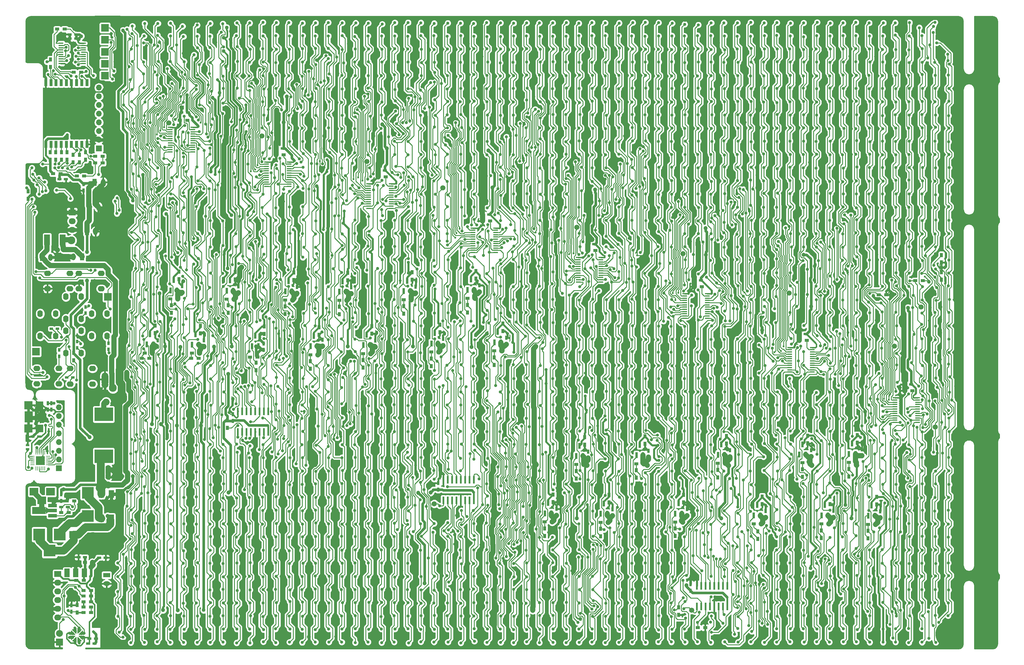
<source format=gtl>
G04 #@! TF.GenerationSoftware,KiCad,Pcbnew,no-vcs-found-1e87ae6~58~ubuntu14.04.1*
G04 #@! TF.CreationDate,2017-07-03T13:26:03+09:00*
G04 #@! TF.ProjectId,dotmatrix_64x48,646F746D61747269785F36347834382E,rev?*
G04 #@! TF.SameCoordinates,Original
G04 #@! TF.FileFunction,Copper,L1,Top,Signal*
G04 #@! TF.FilePolarity,Positive*
%FSLAX46Y46*%
G04 Gerber Fmt 4.6, Leading zero omitted, Abs format (unit mm)*
G04 Created by KiCad (PCBNEW no-vcs-found-1e87ae6~58~ubuntu14.04.1) date Mon Jul  3 13:26:03 2017*
%MOMM*%
%LPD*%
G01*
G04 APERTURE LIST*
%ADD10C,0.100000*%
%ADD11C,0.800000*%
%ADD12C,0.600000*%
%ADD13C,6.500000*%
%ADD14C,1.000000*%
%ADD15R,0.900000X1.200000*%
%ADD16R,1.200000X0.750000*%
%ADD17R,1.200000X0.900000*%
%ADD18C,1.500000*%
%ADD19R,0.750000X1.200000*%
%ADD20R,2.400000X3.200000*%
%ADD21R,2.200000X2.200000*%
%ADD22R,2.400000X2.400000*%
%ADD23C,1.200000*%
%ADD24R,1.700000X1.700000*%
%ADD25O,1.700000X1.700000*%
%ADD26R,1.400000X0.315000*%
%ADD27R,2.500000X2.500000*%
%ADD28R,1.200000X0.250000*%
%ADD29R,0.250000X1.200000*%
%ADD30O,2.000000X4.000000*%
%ADD31O,2.000000X2.000000*%
%ADD32C,2.000000*%
%ADD33O,1.600000X2.000000*%
%ADD34O,1.900000X2.000000*%
%ADD35O,1.600000X3.000000*%
%ADD36R,2.500000X2.000000*%
%ADD37R,2.235200X2.235200*%
%ADD38R,0.800000X0.700000*%
%ADD39R,1.100000X0.500000*%
%ADD40R,5.400040X4.000000*%
%ADD41O,2.000000X1.600000*%
%ADD42R,2.500000X2.200000*%
%ADD43O,2.000000X1.300000*%
%ADD44R,2.000000X1.300000*%
%ADD45C,1.400000*%
%ADD46C,7.500000*%
%ADD47R,3.500120X3.500120*%
%ADD48R,1.500000X2.199640*%
%ADD49R,0.600000X2.200000*%
%ADD50R,2.032000X1.727200*%
%ADD51O,2.032000X1.727200*%
%ADD52R,3.500000X3.500000*%
%ADD53R,0.800100X1.800860*%
%ADD54C,0.749300*%
%ADD55R,4.000500X1.998980*%
%ADD56R,2.501900X1.000760*%
%ADD57O,1.300000X2.000000*%
%ADD58R,1.300000X2.000000*%
%ADD59R,0.700000X1.000000*%
%ADD60R,1.000000X0.700000*%
%ADD61R,2.000000X2.000000*%
%ADD62R,1.651000X3.048000*%
%ADD63R,6.096000X6.096000*%
%ADD64C,0.742780*%
%ADD65R,1.524000X2.500000*%
%ADD66R,0.900000X2.000000*%
%ADD67R,3.800000X3.900000*%
%ADD68C,0.900000*%
%ADD69C,1.100000*%
%ADD70C,2.300000*%
%ADD71C,0.250000*%
%ADD72C,1.500000*%
%ADD73C,0.800000*%
%ADD74C,0.600000*%
%ADD75C,2.300000*%
%ADD76C,0.400000*%
%ADD77C,0.500000*%
%ADD78C,0.254000*%
G04 APERTURE END LIST*
D10*
D11*
X268500000Y-112750000D03*
X35350000Y-196700000D03*
X32800000Y-190400000D03*
X27000000Y-181000000D03*
X26400000Y-182400000D03*
D12*
X63725000Y-43700000D03*
X282025000Y-128975000D03*
X253675000Y-110350000D03*
X222475000Y-93275000D03*
X191175000Y-82500000D03*
X161475000Y-75800000D03*
X132625000Y-58925000D03*
X98525000Y-54975000D03*
D11*
X149700000Y-51225000D03*
X103100000Y-51300000D03*
X122000000Y-89850000D03*
X140900000Y-89850000D03*
X260950000Y-78250000D03*
X279900000Y-47600000D03*
X276100000Y-47600000D03*
X149500000Y-182300000D03*
X183600000Y-182300000D03*
X187400000Y-182300000D03*
X195200000Y-182200000D03*
X237900000Y-190100000D03*
X237900000Y-182300000D03*
X241800000Y-182100000D03*
X253400000Y-178400000D03*
X248900000Y-178500000D03*
X249500000Y-182300000D03*
X253600000Y-182200000D03*
X256800000Y-182200000D03*
X260600000Y-178400000D03*
X256500000Y-178400000D03*
X256700000Y-174500000D03*
X268200000Y-182300000D03*
X268200000Y-178300000D03*
X279700000Y-178300000D03*
X275700000Y-178200000D03*
X279900000Y-174600000D03*
X276300000Y-174400000D03*
X275700000Y-170700000D03*
X279800000Y-170700000D03*
X279900000Y-166900000D03*
X276100000Y-166900000D03*
X275900000Y-163100000D03*
X279700000Y-162900000D03*
X279800000Y-159100000D03*
X275800000Y-159100000D03*
X280400000Y-151600000D03*
X260900000Y-116100000D03*
X280500000Y-120300000D03*
X279700000Y-112900000D03*
X275900000Y-113000000D03*
X279600000Y-109200000D03*
X276400000Y-109100000D03*
X279800000Y-105100000D03*
X276200000Y-105400000D03*
X252700000Y-105000000D03*
X280000000Y-78300000D03*
X272200000Y-78300000D03*
X272500000Y-74400000D03*
X268300000Y-74500000D03*
X264300000Y-74400000D03*
X260700000Y-74200000D03*
X276100000Y-151400000D03*
X126300000Y-82000000D03*
X179700000Y-17000000D03*
X179500000Y-20500000D03*
X183700000Y-20500000D03*
X183200000Y-16800000D03*
X186800000Y-16800000D03*
X187400000Y-20700000D03*
X191500000Y-20500000D03*
X190700000Y-16700000D03*
X198900000Y-16700000D03*
X194900000Y-16700000D03*
X195300000Y-20500000D03*
X199000000Y-20500000D03*
X206800000Y-32200000D03*
X203200000Y-32400000D03*
X202900000Y-28300000D03*
X202700000Y-24600000D03*
X203000000Y-20400000D03*
X202400000Y-16900000D03*
X206200000Y-16900000D03*
X229200000Y-16900000D03*
X268500000Y-28400000D03*
X233500000Y-16800000D03*
X240500000Y-16700000D03*
X244300000Y-16800000D03*
X248200000Y-16700000D03*
X252300000Y-16800000D03*
X256800000Y-16700000D03*
X260800000Y-16700000D03*
X263600000Y-16800000D03*
X268300000Y-16700000D03*
X260700000Y-20500000D03*
X256700000Y-20500000D03*
X264800000Y-20500000D03*
X269000000Y-20600000D03*
X272500000Y-20600000D03*
X264800000Y-24500000D03*
X260700000Y-24400000D03*
X264500000Y-28400000D03*
X272000000Y-28300000D03*
X264500000Y-32200000D03*
X272700000Y-32100000D03*
X276600000Y-32100000D03*
X280500000Y-32100000D03*
X280400000Y-36000000D03*
X276100000Y-35900000D03*
X264600000Y-36000000D03*
X264200000Y-39900000D03*
X272700000Y-39900000D03*
X276200000Y-40000000D03*
X279800000Y-39600000D03*
X280100000Y-43700000D03*
X276100000Y-43700000D03*
X272300000Y-43600000D03*
X268800000Y-43700000D03*
X264500000Y-43700000D03*
X276000000Y-51300000D03*
X280100000Y-51400000D03*
X280000000Y-55100000D03*
X276300000Y-55200000D03*
X280000000Y-59100000D03*
X276000000Y-59000000D03*
X279800000Y-63000000D03*
X276400000Y-62900000D03*
X276000000Y-66800000D03*
X279700000Y-66800000D03*
X279800000Y-70600000D03*
X276200000Y-70600000D03*
X272500000Y-70600000D03*
X272000000Y-66900000D03*
X272500000Y-63200000D03*
X272600000Y-59200000D03*
X272600000Y-55200000D03*
X272100000Y-51600000D03*
X272700000Y-47600000D03*
X268900000Y-47500000D03*
X269000000Y-55100000D03*
X268800000Y-58900000D03*
X268800000Y-66600000D03*
X269000000Y-70600000D03*
X261100000Y-70500000D03*
X264600000Y-70500000D03*
X264500000Y-66900000D03*
X264500000Y-62900000D03*
X264500000Y-59100000D03*
X264600000Y-55100000D03*
X261100000Y-55000000D03*
X260900000Y-58900000D03*
X260800000Y-63000000D03*
X253200000Y-62900000D03*
X249500000Y-62900000D03*
X245400000Y-63000000D03*
X241900000Y-62600000D03*
X234100000Y-62700000D03*
X233500000Y-59100000D03*
X241500000Y-58900000D03*
X245300000Y-59000000D03*
X248900000Y-58900000D03*
X253200000Y-59000000D03*
X257000000Y-59000000D03*
X257400000Y-55100000D03*
X261000000Y-47300000D03*
X264600000Y-47400000D03*
X256900000Y-47900000D03*
X260400000Y-43600000D03*
X256800000Y-43900000D03*
X260900000Y-39600000D03*
X260600000Y-36000000D03*
X260900000Y-32100000D03*
X260800000Y-28300000D03*
X257000000Y-28300000D03*
X257100000Y-32100000D03*
X253200000Y-36100000D03*
X253300000Y-32000000D03*
X252600000Y-28300000D03*
X253200000Y-24300000D03*
X252600000Y-20400000D03*
X249100000Y-20300000D03*
X249800000Y-24300000D03*
X248900000Y-28300000D03*
X249700000Y-32100000D03*
X249200000Y-36000000D03*
X245500000Y-32100000D03*
X245100000Y-28300000D03*
X245300000Y-24500000D03*
X245100000Y-20400000D03*
X241200000Y-20700000D03*
X241600000Y-24400000D03*
X241300000Y-28400000D03*
X241700000Y-31700000D03*
X241400000Y-35800000D03*
X233800000Y-20800000D03*
X234400000Y-24400000D03*
X233900000Y-27900000D03*
X234300000Y-32200000D03*
X230300000Y-32100000D03*
X229900000Y-28400000D03*
X230600000Y-24400000D03*
X229500000Y-20400000D03*
X226300000Y-20500000D03*
X226300000Y-28200000D03*
X226400000Y-31900000D03*
X233800000Y-36000000D03*
X229800000Y-36100000D03*
X230400000Y-39800000D03*
X234300000Y-40000000D03*
X241700000Y-39800000D03*
X245300000Y-39800000D03*
X249500000Y-39900000D03*
X253400000Y-39700000D03*
X253000000Y-43700000D03*
X249200000Y-43700000D03*
X244900000Y-43600000D03*
X241200000Y-43600000D03*
X233400000Y-43400000D03*
X229900000Y-43600000D03*
X229700000Y-47600000D03*
X233200000Y-47600000D03*
X241200000Y-47500000D03*
X245700000Y-47500000D03*
X249700000Y-47500000D03*
X253300000Y-47300000D03*
X253200000Y-55200000D03*
X249600000Y-55100000D03*
X245400000Y-55000000D03*
X241400000Y-55300000D03*
X234000000Y-55400000D03*
X230000000Y-55300000D03*
X226600000Y-55100000D03*
X225600000Y-47600000D03*
X226200000Y-43700000D03*
X222600000Y-47600000D03*
X222700000Y-43600000D03*
X223000000Y-39800000D03*
X222100000Y-35900000D03*
X223000000Y-28400000D03*
X222800000Y-32100000D03*
X222400000Y-24200000D03*
X221900000Y-20500000D03*
X221800000Y-16700000D03*
X218500000Y-28400000D03*
X218700000Y-24500000D03*
X218300000Y-20700000D03*
X218100000Y-16800000D03*
X214200000Y-16900000D03*
X210200000Y-17000000D03*
X210500000Y-20400000D03*
X214900000Y-20400000D03*
X210000000Y-24600000D03*
X214400000Y-24600000D03*
X210300000Y-28200000D03*
X214700000Y-28200000D03*
X214900000Y-32100000D03*
X210500000Y-32100000D03*
X218100000Y-35900000D03*
X214300000Y-36000000D03*
X218800000Y-39700000D03*
X214800000Y-40000000D03*
X214400000Y-43700000D03*
X218300000Y-43600000D03*
X219200000Y-47600000D03*
X206900000Y-47700000D03*
X206600000Y-43700000D03*
X210800000Y-43900000D03*
X210500000Y-40100000D03*
X210700000Y-36100000D03*
X203200000Y-39800000D03*
X203100000Y-43600000D03*
X203200000Y-47600000D03*
X210900000Y-47300000D03*
X222800000Y-55200000D03*
X218600000Y-55000000D03*
X215000000Y-55300000D03*
X211000000Y-55200000D03*
X207100000Y-55100000D03*
X203300000Y-55300000D03*
X199500000Y-55000000D03*
X195700000Y-55400000D03*
X198900000Y-47500000D03*
X199000000Y-43600000D03*
X198900000Y-39900000D03*
X199000000Y-31900000D03*
X199200000Y-28300000D03*
X198800000Y-24300000D03*
X195200000Y-24300000D03*
X195200000Y-28100000D03*
X195200000Y-32100000D03*
X191600000Y-32000000D03*
X191300000Y-28300000D03*
X191600000Y-24200000D03*
X188000000Y-24400000D03*
X184400000Y-24300000D03*
X180100000Y-24300000D03*
X179700000Y-28200000D03*
X183800000Y-28600000D03*
X184100000Y-32000000D03*
X180400000Y-32100000D03*
X176000000Y-32000000D03*
X180400000Y-39700000D03*
X184300000Y-39900000D03*
X187600000Y-39800000D03*
X191300000Y-39800000D03*
X191300000Y-43700000D03*
X187600000Y-43600000D03*
X183700000Y-43500000D03*
X179800000Y-43400000D03*
X176200000Y-43700000D03*
X172200000Y-43900000D03*
X172400000Y-39600000D03*
X168300000Y-43900000D03*
X168400000Y-39900000D03*
X165200000Y-39800000D03*
X172300000Y-32200000D03*
X172200000Y-28200000D03*
X172100000Y-24500000D03*
X172100000Y-20700000D03*
X171600000Y-16500000D03*
X168300000Y-20700000D03*
X168100000Y-24400000D03*
X168300000Y-32400000D03*
X168200000Y-28300000D03*
X164600000Y-28600000D03*
X164800000Y-24400000D03*
X164500000Y-20600000D03*
X160200000Y-16800000D03*
X160500000Y-20500000D03*
X160500000Y-24500000D03*
X160600000Y-28200000D03*
X161000000Y-32100000D03*
X156500000Y-32100000D03*
X156400000Y-28300000D03*
X156600000Y-20600000D03*
X156400000Y-24400000D03*
X156900000Y-16700000D03*
X152500000Y-16600000D03*
X153000000Y-20400000D03*
X152600000Y-24400000D03*
X152600000Y-28200000D03*
X152600000Y-32300000D03*
X149200000Y-32000000D03*
X149000000Y-28300000D03*
X148800000Y-24700000D03*
X149100000Y-20700000D03*
X148800000Y-16600000D03*
X145000000Y-16500000D03*
X145400000Y-20200000D03*
X145200000Y-28000000D03*
X145600000Y-32200000D03*
X141500000Y-32100000D03*
X137200000Y-24400000D03*
X137600000Y-20700000D03*
X137200000Y-16800000D03*
X133600000Y-24600000D03*
X133500000Y-20600000D03*
X133400000Y-16700000D03*
X130200000Y-24600000D03*
X130100000Y-20400000D03*
X129300000Y-16700000D03*
X125900000Y-24400000D03*
X126200000Y-20500000D03*
X125800000Y-16500000D03*
X122300000Y-16600000D03*
X122000000Y-20500000D03*
X122000000Y-24600000D03*
X118500000Y-24500000D03*
X118300000Y-20600000D03*
X118200000Y-16900000D03*
X114400000Y-20400000D03*
X110800000Y-24400000D03*
X110700000Y-20400000D03*
X110000000Y-16900000D03*
X102400000Y-16900000D03*
X98200000Y-16600000D03*
X91000000Y-16800000D03*
X87200000Y-16700000D03*
X94200000Y-17200000D03*
X79500000Y-16800000D03*
X76200000Y-16500000D03*
X122700000Y-78200000D03*
X153200000Y-93600000D03*
X156600000Y-93800000D03*
X160400000Y-93800000D03*
X161000000Y-101000000D03*
X172400000Y-109100000D03*
X172700000Y-101200000D03*
X176400000Y-101400000D03*
X179800000Y-109100000D03*
X180300000Y-101300000D03*
X191900000Y-101400000D03*
X188200000Y-101600000D03*
X184300000Y-101400000D03*
X183700000Y-105100000D03*
X184000000Y-109000000D03*
X187600000Y-109100000D03*
X191600000Y-109100000D03*
X199200000Y-109100000D03*
X207100000Y-109200000D03*
X210800000Y-109100000D03*
X214800000Y-109100000D03*
X218600000Y-109300000D03*
X222000000Y-109200000D03*
X218600000Y-113000000D03*
X215000000Y-113100000D03*
X211100000Y-112800000D03*
X206900000Y-112800000D03*
X199300000Y-113000000D03*
X191400000Y-113000000D03*
X187500000Y-113000000D03*
X180000000Y-112900000D03*
X176400000Y-113000000D03*
X172200000Y-112800000D03*
X172200000Y-120700000D03*
X176000000Y-116800000D03*
X180200000Y-116700000D03*
X184100000Y-116900000D03*
X187300000Y-116800000D03*
X191400000Y-116800000D03*
X187400000Y-120800000D03*
X184100000Y-120700000D03*
X180300000Y-120700000D03*
X183900000Y-124500000D03*
X184000000Y-128100000D03*
X187800000Y-128300000D03*
X191400000Y-128300000D03*
X218800000Y-116800000D03*
X210300000Y-116800000D03*
X214700000Y-116700000D03*
X206800000Y-116800000D03*
X199400000Y-117000000D03*
X199600000Y-120600000D03*
X199200000Y-128400000D03*
X203500000Y-124500000D03*
X206900000Y-124400000D03*
X206900000Y-120800000D03*
X210800000Y-120800000D03*
X215000000Y-124600000D03*
X215300000Y-120600000D03*
X218600000Y-120800000D03*
X222200000Y-120700000D03*
X235300000Y-120700000D03*
X222200000Y-128500000D03*
X230300000Y-124600000D03*
X234400000Y-124500000D03*
X237800000Y-124400000D03*
X241300000Y-124600000D03*
X246200000Y-124700000D03*
X252500000Y-132200000D03*
X249400000Y-132200000D03*
X245800000Y-131900000D03*
X241800000Y-132000000D03*
X237900000Y-131800000D03*
X231800000Y-139100000D03*
X233700000Y-131900000D03*
X230000000Y-132000000D03*
X226400000Y-132200000D03*
X218900000Y-132200000D03*
X214700000Y-132300000D03*
X210900000Y-132300000D03*
X207200000Y-132200000D03*
X203800000Y-132100000D03*
X195400000Y-174700000D03*
X198600000Y-166900000D03*
X191500000Y-166900000D03*
X199200000Y-155000000D03*
X172700000Y-155100000D03*
X172800000Y-128300000D03*
X172800000Y-132300000D03*
X153500000Y-128400000D03*
X157600000Y-128200000D03*
X126300000Y-116600000D03*
X118500000Y-139700000D03*
X114900000Y-139600000D03*
X122000000Y-166800000D03*
X72200000Y-159100000D03*
X68400000Y-159100000D03*
X45700000Y-162900000D03*
X45200000Y-170800000D03*
X45400000Y-167000000D03*
X45300000Y-159100000D03*
X83900000Y-170800000D03*
X68200000Y-170900000D03*
X119100000Y-147500000D03*
X114700000Y-147800000D03*
X106800000Y-147600000D03*
X79800000Y-159100000D03*
X83700000Y-159100000D03*
X87600000Y-159000000D03*
X91200000Y-159100000D03*
X95200000Y-159000000D03*
X103100000Y-159200000D03*
X107100000Y-159300000D03*
X110900000Y-159100000D03*
X114500000Y-159300000D03*
X114700000Y-163100000D03*
X110800000Y-163000000D03*
X103200000Y-163000000D03*
X95500000Y-162900000D03*
X91700000Y-162900000D03*
X87400000Y-163100000D03*
X83500000Y-162900000D03*
X80000000Y-163100000D03*
X76300000Y-162900000D03*
X75700000Y-166800000D03*
X79500000Y-166800000D03*
X87700000Y-166700000D03*
X91200000Y-166800000D03*
X99000000Y-166900000D03*
X103000000Y-166900000D03*
X107100000Y-166900000D03*
X111200000Y-166800000D03*
X114500000Y-166800000D03*
X118800000Y-166800000D03*
X145200000Y-174600000D03*
X141400000Y-174700000D03*
X141300000Y-182200000D03*
X137700000Y-182300000D03*
X122100000Y-182300000D03*
X122000000Y-178500000D03*
X122500000Y-174500000D03*
X121800000Y-170500000D03*
X118400000Y-170800000D03*
X118700000Y-174400000D03*
X118300000Y-178400000D03*
X114600000Y-182400000D03*
X114700000Y-174600000D03*
X114500000Y-170700000D03*
X110300000Y-170800000D03*
X110400000Y-178300000D03*
X110700000Y-182300000D03*
X107000000Y-178400000D03*
X107000000Y-174700000D03*
X95400000Y-170600000D03*
X92200000Y-170600000D03*
X106900000Y-170600000D03*
X103100000Y-178500000D03*
X103200000Y-170700000D03*
X99200000Y-182100000D03*
X99000000Y-178600000D03*
X99200000Y-174500000D03*
X95200000Y-178400000D03*
X91400000Y-182300000D03*
X91700000Y-178500000D03*
X91500000Y-174700000D03*
X87500000Y-174700000D03*
X83500000Y-174500000D03*
X87700000Y-182300000D03*
X87800000Y-178400000D03*
X84300000Y-178400000D03*
X80200000Y-182400000D03*
X79600000Y-174600000D03*
X76000000Y-182500000D03*
X75900000Y-178400000D03*
X72300000Y-174500000D03*
X72000000Y-178400000D03*
X72400000Y-182400000D03*
X67900000Y-182300000D03*
X68500000Y-174600000D03*
X45300000Y-174600000D03*
X41900000Y-174400000D03*
X41400000Y-178200000D03*
X44900000Y-182300000D03*
X49300000Y-186100000D03*
X45100000Y-186100000D03*
X41500000Y-185900000D03*
X41700000Y-190000000D03*
X55600000Y-193800000D03*
X57300000Y-190000000D03*
X64400000Y-189900000D03*
X65200000Y-193700000D03*
X68500000Y-193900000D03*
X72200000Y-190000000D03*
X76300000Y-189800000D03*
X76600000Y-193800000D03*
X80500000Y-193700000D03*
X80000000Y-189900000D03*
X83900000Y-193900000D03*
X83800000Y-190100000D03*
X87500000Y-189900000D03*
X92200000Y-193900000D03*
X91300000Y-190000000D03*
X95100000Y-190000000D03*
X99100000Y-189800000D03*
X103100000Y-193800000D03*
X103100000Y-190000000D03*
X107200000Y-190100000D03*
X110900000Y-189900000D03*
X118400000Y-193900000D03*
X114500000Y-189900000D03*
X122400000Y-189900000D03*
X126600000Y-193800000D03*
X129700000Y-189900000D03*
X134500000Y-193800000D03*
X137600000Y-190000000D03*
X145100000Y-189800000D03*
X149200000Y-189900000D03*
X153000000Y-189900000D03*
X156800000Y-189900000D03*
X161200000Y-193900000D03*
X160500000Y-189900000D03*
X164600000Y-189900000D03*
X164500000Y-193900000D03*
X172900000Y-193900000D03*
X180800000Y-193900000D03*
X188300000Y-193700000D03*
X191600000Y-193800000D03*
X199400000Y-193900000D03*
X206100000Y-193900000D03*
X214500000Y-189700000D03*
X220800000Y-193900000D03*
X223400000Y-193900000D03*
X227500000Y-193900000D03*
X230900000Y-189900000D03*
X231400000Y-193800000D03*
X233800000Y-193900000D03*
X242300000Y-193700000D03*
X241300000Y-189900000D03*
X245500000Y-193800000D03*
X253400000Y-193800000D03*
X253500000Y-189900000D03*
X249200000Y-189900000D03*
X256400000Y-193900000D03*
X257400000Y-189900000D03*
X264000000Y-189800000D03*
X264400000Y-193700000D03*
X134100000Y-182400000D03*
X133500000Y-174500000D03*
X133900000Y-166700000D03*
X41200000Y-182200000D03*
X53400000Y-189800000D03*
X53400000Y-189800000D03*
X45200000Y-193900000D03*
X45600000Y-190000000D03*
X17700000Y-112200000D03*
X32400000Y-192400000D03*
X31500000Y-47500000D03*
X29300000Y-27700000D03*
X272700000Y-24700000D03*
X206800000Y-28200000D03*
X175800000Y-28200000D03*
X176000000Y-20400000D03*
X206600000Y-20500000D03*
X237400000Y-20600000D03*
X209900000Y-193700000D03*
X221800000Y-89900000D03*
X216000000Y-89500000D03*
X114900000Y-116800000D03*
X269800000Y-193600000D03*
X268500000Y-174700000D03*
X269500000Y-155300000D03*
X268600000Y-170600000D03*
X260200000Y-170600000D03*
X52800000Y-74400000D03*
X34900000Y-145600000D03*
X34900000Y-144300000D03*
X32500000Y-147900000D03*
X276100000Y-78400000D03*
X278200000Y-82000000D03*
X39400000Y-114100000D03*
X40100000Y-128100000D03*
X39300000Y-129000000D03*
X39400000Y-146700000D03*
X39900000Y-147700000D03*
X24900000Y-170400000D03*
X27700000Y-152300000D03*
X19900000Y-115800000D03*
X99100000Y-147600000D03*
X249300000Y-124500000D03*
X41950000Y-170875000D03*
X46250000Y-155325000D03*
X118200000Y-162900000D03*
X230700000Y-101000000D03*
X29900000Y-113700000D03*
X39600000Y-43100000D03*
X32500000Y-144000000D03*
X30700000Y-111000000D03*
X35800000Y-114200000D03*
X27400000Y-102400000D03*
X37725000Y-125650000D03*
X33850000Y-98500000D03*
X40800000Y-93250000D03*
X30925000Y-155800000D03*
X38800000Y-147650000D03*
X32925000Y-122775000D03*
X28550000Y-90175000D03*
X26600000Y-94850000D03*
X33250000Y-113425000D03*
X13600000Y-196600000D03*
X39125000Y-196650000D03*
D13*
X17000000Y-193000000D03*
D14*
X17000000Y-190500000D03*
X17000000Y-195500000D03*
X19500000Y-193000000D03*
X14500000Y-193000000D03*
X290500000Y-193000000D03*
X295500000Y-193000000D03*
X293000000Y-195500000D03*
X293000000Y-190500000D03*
D13*
X293000000Y-193000000D03*
X293000000Y-17000000D03*
D14*
X293000000Y-14500000D03*
X293000000Y-19500000D03*
X295500000Y-17000000D03*
X290500000Y-17000000D03*
D15*
X27650000Y-186775000D03*
X27650000Y-184575000D03*
D11*
X91750000Y-50925000D03*
X99675000Y-51300000D03*
X232300000Y-120725000D03*
X229300000Y-120675000D03*
X267925000Y-143775000D03*
X268650000Y-151375000D03*
X223950000Y-139200000D03*
X188025000Y-155125000D03*
X187900000Y-151225000D03*
X213650000Y-139625000D03*
X179650000Y-132225000D03*
X184675000Y-139325000D03*
X189700000Y-139900000D03*
X180450000Y-139200000D03*
X262375000Y-196650000D03*
X229900000Y-174525000D03*
X187500000Y-35975000D03*
X183425000Y-36025000D03*
X179850000Y-36000000D03*
X179850000Y-105125000D03*
X187325000Y-124625000D03*
X179975000Y-124550000D03*
X249325000Y-139600000D03*
X70250000Y-89900000D03*
X190925000Y-124675000D03*
X193450000Y-77875000D03*
X53575000Y-128125000D03*
X53850000Y-136025000D03*
X39100000Y-140900000D03*
X38800000Y-144675000D03*
X242025000Y-82025000D03*
X256900000Y-74325000D03*
X269150000Y-105225000D03*
X284100000Y-120625000D03*
X284050000Y-139875000D03*
X156800000Y-182300000D03*
X152900000Y-182300000D03*
X191300000Y-105300000D03*
X172000000Y-105000000D03*
X172500000Y-124700000D03*
X172500000Y-116900000D03*
X156600000Y-116800000D03*
X153200000Y-116700000D03*
X68250000Y-155475000D03*
X107150000Y-139925000D03*
X40525000Y-154825000D03*
X141900000Y-66875000D03*
X45900000Y-16450000D03*
X260600000Y-66825000D03*
X256775000Y-66825000D03*
X229750000Y-59075000D03*
X226150000Y-59000000D03*
X141300000Y-28325000D03*
X172225000Y-35975000D03*
X168425000Y-36000000D03*
X164750000Y-35800000D03*
X195200000Y-47475000D03*
X195200000Y-47475000D03*
X195250000Y-40000000D03*
X195250000Y-35900000D03*
X202875000Y-35775000D03*
X164600000Y-32050000D03*
X191600000Y-35975000D03*
X187925000Y-32100000D03*
X198775000Y-35850000D03*
X214900000Y-47475000D03*
X268425000Y-82200000D03*
X284925000Y-93425000D03*
X284800000Y-105150000D03*
X284325000Y-135600000D03*
X253025000Y-124575000D03*
X40175000Y-162600000D03*
X40175000Y-151425000D03*
X40225000Y-139500000D03*
X40450000Y-108300000D03*
X239275000Y-89125000D03*
X249400000Y-193775000D03*
X217200000Y-194025000D03*
X177350000Y-193750000D03*
X202650000Y-193675000D03*
X195425000Y-193800000D03*
X184900000Y-193750000D03*
X168900000Y-193725000D03*
X157625000Y-193875000D03*
X154050000Y-193900000D03*
X146075000Y-193725000D03*
X157175000Y-124600000D03*
X153375000Y-124625000D03*
X45375000Y-13075000D03*
X39500000Y-117425000D03*
X40500000Y-101075000D03*
X40350000Y-81925000D03*
X40650000Y-74075000D03*
X40425000Y-78150000D03*
X38375000Y-36925000D03*
X39500000Y-17200000D03*
X71200000Y-74375000D03*
X70500000Y-82325000D03*
X253400000Y-116850000D03*
X253775000Y-113175000D03*
X60700000Y-162825000D03*
D12*
X136825000Y-163400000D03*
X88125000Y-135225000D03*
X93100000Y-127975000D03*
D11*
X188750000Y-77475000D03*
X191500000Y-77750000D03*
X252650000Y-101400000D03*
X160250000Y-66825000D03*
X256800000Y-112700000D03*
X260300000Y-112700000D03*
X260400000Y-105200000D03*
X256700000Y-105100000D03*
X107000000Y-51200000D03*
X95400000Y-51200000D03*
X172000000Y-174600000D03*
X126300000Y-78300000D03*
X122700000Y-82100000D03*
X218900000Y-89800000D03*
X243700000Y-124400000D03*
X245300000Y-101400000D03*
X181900000Y-78400000D03*
X185800000Y-77700000D03*
X260900000Y-101400000D03*
X249300000Y-101200000D03*
X230100000Y-128700000D03*
X221775000Y-85900000D03*
X218700000Y-86000000D03*
X214700000Y-86000000D03*
X153400000Y-90100000D03*
X161800000Y-89800000D03*
X157200000Y-90100000D03*
X153200000Y-66800000D03*
X156600000Y-66900000D03*
X80200000Y-74500000D03*
X122500000Y-74600000D03*
X137800000Y-89800000D03*
X153200000Y-97700000D03*
X156600000Y-97600000D03*
X160900000Y-97700000D03*
X153400000Y-120800000D03*
X157000000Y-120800000D03*
X182200000Y-166800000D03*
X252800000Y-128500000D03*
X245700000Y-128600000D03*
X248700000Y-128400000D03*
X234100000Y-128400000D03*
X195625000Y-51450000D03*
X198875000Y-51400000D03*
X203300000Y-51375000D03*
X206925000Y-51300000D03*
X210575000Y-51425000D03*
X214300000Y-51450000D03*
X218050000Y-51275000D03*
X222200000Y-51525000D03*
X226075000Y-51325000D03*
X229525000Y-51450000D03*
X233650000Y-51375000D03*
X241100000Y-51475000D03*
X245225000Y-51550000D03*
X249000000Y-51425000D03*
X253175000Y-51425000D03*
X256925000Y-51525000D03*
X260700000Y-51375000D03*
X264500000Y-51350000D03*
X268425000Y-35850000D03*
X272475000Y-35925000D03*
X256700000Y-35975000D03*
X245100000Y-36050000D03*
X226250000Y-35875000D03*
X206675000Y-36075000D03*
X175975000Y-36000000D03*
X40925000Y-13075000D03*
X230375000Y-182525000D03*
X230525000Y-167025000D03*
X30000000Y-106000000D03*
X27600000Y-105925000D03*
X21075000Y-111775000D03*
X241550000Y-128275000D03*
X243575000Y-120750000D03*
X237475000Y-128275000D03*
X237750000Y-120775000D03*
X222550000Y-132400000D03*
X222350000Y-113150000D03*
X222250000Y-124525000D03*
X110475000Y-82225000D03*
X110550000Y-78275000D03*
X110425000Y-74550000D03*
X111775000Y-89800000D03*
X109650000Y-105350000D03*
X87200000Y-74325000D03*
X68625000Y-74300000D03*
X63575000Y-74225000D03*
X64250000Y-66750000D03*
X75740000Y-20330000D03*
X79720000Y-20560000D03*
X164620000Y-186050000D03*
X99070000Y-159210000D03*
X118460000Y-159000000D03*
X168450000Y-185800000D03*
X245290000Y-189850000D03*
X245700000Y-182240000D03*
X260425000Y-182300000D03*
X261290000Y-190070000D03*
X233910000Y-189960000D03*
X233720000Y-182040000D03*
X129970000Y-82250000D03*
X118350000Y-81950000D03*
X129770000Y-116810000D03*
X122510000Y-116690000D03*
X118210000Y-116930000D03*
X110750000Y-140090000D03*
X121790000Y-139950000D03*
X103775000Y-139925000D03*
X110780000Y-147430000D03*
X122070000Y-147680000D03*
X103120000Y-147420000D03*
X99100000Y-162760000D03*
X107000000Y-162980000D03*
X68210000Y-163080000D03*
X75640000Y-159170000D03*
X83790000Y-166950000D03*
X68520000Y-190100000D03*
X68140000Y-178260000D03*
X79640000Y-170640000D03*
X84170000Y-182140000D03*
X87730000Y-170860000D03*
X95290000Y-174420000D03*
X102530000Y-182170000D03*
X103090000Y-174700000D03*
X114530000Y-178330000D03*
X106970000Y-182170000D03*
X110650000Y-174520000D03*
X137510000Y-174610000D03*
X145230000Y-182200000D03*
X168500000Y-189950000D03*
X168560000Y-182330000D03*
X254680000Y-132230000D03*
X168650000Y-135810000D03*
X172150000Y-135880000D03*
X179790000Y-155260000D03*
X199870000Y-151220000D03*
X173550000Y-151200000D03*
X179560000Y-151200000D03*
X195460000Y-151240000D03*
X191650000Y-151280000D03*
X198210000Y-163040000D03*
X195380000Y-163060000D03*
X191620000Y-162970000D03*
X187580000Y-162940000D03*
X187650000Y-166550000D03*
X195320000Y-166660000D03*
X203150000Y-166830000D03*
X203270000Y-170580000D03*
X199590000Y-170600000D03*
X195510000Y-170630000D03*
X191710000Y-170700000D03*
X187410000Y-170700000D03*
X183910000Y-170560000D03*
X237790000Y-166770000D03*
X234300000Y-166620000D03*
X236710000Y-89520000D03*
X229430000Y-89870000D03*
X226110000Y-89650000D03*
X146240000Y-58850000D03*
X142160000Y-59090000D03*
X167720000Y-93510000D03*
X167750000Y-89790000D03*
X164680000Y-89820000D03*
X164190000Y-93740000D03*
X87250000Y-70550000D03*
X87430000Y-86000000D03*
X87900000Y-66680000D03*
X87700000Y-78390000D03*
X95390000Y-47570000D03*
X91450000Y-47620000D03*
X103120000Y-47550000D03*
X31630000Y-133790000D03*
X13360000Y-149520000D03*
X33360000Y-102510000D03*
X19490000Y-96110000D03*
X34325000Y-95900000D03*
X31450000Y-95575000D03*
X21010000Y-92100000D03*
X22560000Y-95070000D03*
X37460000Y-64710000D03*
X36690000Y-69390000D03*
X29000000Y-57460000D03*
X31290000Y-55980000D03*
X26300000Y-64140000D03*
X33250000Y-15250000D03*
X118610000Y-182270000D03*
X129850000Y-182300000D03*
X153130000Y-174530000D03*
X164550000Y-182310000D03*
X191620000Y-182420000D03*
X60330000Y-136140000D03*
X91450000Y-147570000D03*
X79650000Y-147600000D03*
X83600000Y-147750000D03*
X100800000Y-78110000D03*
X92330000Y-78210000D03*
X100850000Y-66750000D03*
X70130000Y-66790000D03*
X91980000Y-66710000D03*
X60550000Y-128275000D03*
X49425000Y-155375000D03*
X284850000Y-35925000D03*
X271900000Y-16975000D03*
X276100000Y-147525000D03*
X242525000Y-174850000D03*
X248475000Y-174625000D03*
X253475000Y-174625000D03*
X15800000Y-83100000D03*
X17600000Y-93050000D03*
X229975000Y-86000000D03*
X196075000Y-86425000D03*
X192575000Y-85825000D03*
X95275000Y-182000000D03*
X99375000Y-170500000D03*
X80000000Y-178400000D03*
X75875000Y-174550000D03*
X72350000Y-170750000D03*
X68550000Y-166850000D03*
X45675000Y-178300000D03*
X94950000Y-20400000D03*
X91500000Y-20725000D03*
X87300000Y-20325000D03*
X225825000Y-120675000D03*
X195075000Y-43750000D03*
X164825000Y-43575000D03*
X130025000Y-66850000D03*
X142025000Y-55175000D03*
X130250000Y-78425000D03*
X118525000Y-78400000D03*
X68300000Y-147700000D03*
X122100000Y-155350000D03*
X176475000Y-120625000D03*
X257675000Y-82200000D03*
X272000000Y-82025000D03*
X137575000Y-28325000D03*
X134025000Y-28300000D03*
X102925000Y-20575000D03*
X130075000Y-28325000D03*
X126550000Y-28325000D03*
X122050000Y-28400000D03*
X118150000Y-28250000D03*
X114400000Y-28325000D03*
X110750000Y-28375000D03*
X164750000Y-104875000D03*
X164600000Y-101200000D03*
X164225000Y-97450000D03*
X126450000Y-143775000D03*
X126400000Y-124450000D03*
X122125000Y-124550000D03*
X122150000Y-105350000D03*
X121925000Y-143725000D03*
X260300000Y-174600000D03*
X279775000Y-155250000D03*
X276100000Y-155300000D03*
X276400000Y-101525000D03*
X279825000Y-101300000D03*
X279850000Y-97575000D03*
X276725000Y-97725000D03*
X279825000Y-116900000D03*
X276625000Y-116825000D03*
X277225000Y-143650000D03*
X280090000Y-147410000D03*
X279975000Y-182250000D03*
X276400000Y-182350000D03*
X285225000Y-55100000D03*
X268650000Y-51175000D03*
X276225000Y-74425000D03*
X280075000Y-74475000D03*
X279950000Y-28400000D03*
X275850000Y-28350000D03*
X49275000Y-16525000D03*
X60875000Y-17000000D03*
X68025000Y-16875000D03*
X226025000Y-128350000D03*
X145375000Y-116950000D03*
X187550000Y-28400000D03*
X218425000Y-32150000D03*
X225425000Y-16850000D03*
X237300000Y-16750000D03*
X176125000Y-16700000D03*
X168400000Y-16850000D03*
X164525000Y-16575000D03*
X141250000Y-16825000D03*
X141825000Y-20700000D03*
X141700000Y-24500000D03*
X106300000Y-16925000D03*
X83550000Y-16750000D03*
X83825000Y-20700000D03*
X72575000Y-20400000D03*
X99225000Y-20625000D03*
X106825000Y-20625000D03*
X187500000Y-104925000D03*
X199175000Y-124525000D03*
X210725000Y-124525000D03*
X218725000Y-124550000D03*
X218675000Y-128275000D03*
X214500000Y-128225000D03*
X210925000Y-128250000D03*
X206875000Y-128425000D03*
X210700000Y-139950000D03*
X206850000Y-140075000D03*
X225675000Y-101475000D03*
X215025000Y-105325000D03*
X207325000Y-105175000D03*
X219400000Y-105250000D03*
X210950000Y-105325000D03*
X199225000Y-105400000D03*
X191575000Y-120475000D03*
X183750000Y-112900000D03*
X176200000Y-105400000D03*
X203300000Y-128325000D03*
X191625000Y-132275000D03*
X187725000Y-139375000D03*
X184050000Y-132250000D03*
X179875000Y-128400000D03*
X172200000Y-139750000D03*
X191400000Y-97750000D03*
X187625000Y-97675000D03*
X183900000Y-97750000D03*
X179975000Y-97700000D03*
X176350000Y-97675000D03*
X172450000Y-97500000D03*
X68300000Y-140150000D03*
X49450000Y-151450000D03*
X49200000Y-135900000D03*
X49075000Y-139975000D03*
X114775000Y-124525000D03*
X145475000Y-167000000D03*
X164650000Y-66875000D03*
X129950000Y-74175000D03*
X118450000Y-74325000D03*
X91425000Y-70725000D03*
X100925000Y-70600000D03*
X196025000Y-132000000D03*
X195425000Y-128450000D03*
X261150000Y-193575000D03*
X225500000Y-116900000D03*
X225600000Y-112925000D03*
X225350000Y-109225000D03*
X203100000Y-120650000D03*
X203100000Y-116775000D03*
X203125000Y-113075000D03*
X202975000Y-109075000D03*
X195150000Y-120650000D03*
X195550000Y-116725000D03*
X195300000Y-112825000D03*
X195575000Y-109375000D03*
X195425000Y-101475000D03*
X195375000Y-97350000D03*
X168400000Y-97425000D03*
X168200000Y-101275000D03*
X168875000Y-132225000D03*
X168675000Y-128650000D03*
X168350000Y-120850000D03*
X168400000Y-117000000D03*
X168400000Y-113100000D03*
X168550000Y-109050000D03*
X203425000Y-105225000D03*
X195450000Y-155150000D03*
X191575000Y-155300000D03*
X169010000Y-174710000D03*
X164250000Y-174725000D03*
X125925000Y-182350000D03*
X126000000Y-178450000D03*
X126275000Y-174625000D03*
X126350000Y-170700000D03*
X126000000Y-166800000D03*
X114625000Y-193925000D03*
X118325000Y-190025000D03*
X125975000Y-190025000D03*
X130750000Y-193750000D03*
X133375000Y-189800000D03*
X138375000Y-193650000D03*
X141400000Y-190150000D03*
X122350000Y-193850000D03*
X110475000Y-193875000D03*
X106500000Y-194025000D03*
X99500000Y-193725000D03*
X87850000Y-193625000D03*
X72075000Y-193750000D03*
X248500000Y-13275000D03*
X215325000Y-13100000D03*
X191125000Y-13025000D03*
X160075000Y-13225000D03*
X130175000Y-13225000D03*
X94700000Y-13175000D03*
X106850000Y-28400000D03*
X106575000Y-24450000D03*
X83425000Y-39900000D03*
X107000000Y-47700000D03*
X137700000Y-32100000D03*
X137800000Y-35700000D03*
X141675000Y-36000000D03*
X145525000Y-35925000D03*
X148750000Y-35825000D03*
X152650000Y-35825000D03*
X156775000Y-35800000D03*
X237575000Y-59250000D03*
X237675000Y-55100000D03*
X237900000Y-51475000D03*
X237775000Y-47550000D03*
X237650000Y-43900000D03*
X237775000Y-36075000D03*
X237700000Y-32125000D03*
X237850000Y-28275000D03*
X160975000Y-36100000D03*
X164550000Y-47600000D03*
X168450000Y-47600000D03*
X172200000Y-47475000D03*
X176275000Y-47600000D03*
X180275000Y-47600000D03*
X183825000Y-47600000D03*
X187450000Y-47550000D03*
X191825000Y-47500000D03*
X195550000Y-59025000D03*
X199075000Y-58975000D03*
X203050000Y-58875000D03*
X207075000Y-59175000D03*
X210325000Y-59125000D03*
X214825000Y-59100000D03*
X218250000Y-58775000D03*
X222625000Y-59100000D03*
X226475000Y-66375000D03*
X230225000Y-66750000D03*
X233725000Y-66750000D03*
X237600000Y-66750000D03*
X241350000Y-66750000D03*
X245275000Y-66800000D03*
X249200000Y-66550000D03*
X253375000Y-66900000D03*
X257250000Y-70675000D03*
X264675000Y-82300000D03*
X261125000Y-82225000D03*
X264850000Y-78325000D03*
X272000000Y-182325000D03*
X272425000Y-178550000D03*
X272275000Y-174750000D03*
X272450000Y-170625000D03*
X272175000Y-166750000D03*
X272375000Y-163050000D03*
X272425000Y-159400000D03*
X272375000Y-151850000D03*
X237850000Y-174650000D03*
X233950000Y-174700000D03*
X183575000Y-174675000D03*
X187700000Y-174600000D03*
X191700000Y-174550000D03*
X156300000Y-174625000D03*
X137800000Y-166800000D03*
X141525000Y-166925000D03*
X114550000Y-143875000D03*
X118450000Y-155225000D03*
X114325000Y-155575000D03*
X110650000Y-155425000D03*
X106875000Y-155325000D03*
X102875000Y-155450000D03*
X95475000Y-155400000D03*
X99175000Y-155375000D03*
X110950000Y-143825000D03*
X107000000Y-143550000D03*
X102900000Y-143975000D03*
X91475000Y-155350000D03*
X75400000Y-147700000D03*
X95300000Y-147500000D03*
X87450000Y-147525000D03*
X87650000Y-155375000D03*
X83725000Y-155275000D03*
X79725000Y-155325000D03*
X76150000Y-155225000D03*
X72200000Y-155300000D03*
X68025000Y-151425000D03*
X49600000Y-147575000D03*
X60760000Y-139900000D03*
X60720000Y-147860000D03*
X60680000Y-151300000D03*
X60590000Y-155120000D03*
X60660000Y-159240000D03*
X60850000Y-189890000D03*
X60550000Y-182170000D03*
X60760000Y-178190000D03*
X60760000Y-174520000D03*
X60780000Y-170740000D03*
X49230000Y-159000000D03*
X49130000Y-162930000D03*
X48980000Y-167050000D03*
X48960000Y-170740000D03*
X48850000Y-174630000D03*
X49190000Y-178260000D03*
X49020000Y-182210000D03*
X48980000Y-190230000D03*
X49380000Y-193910000D03*
D12*
X212525000Y-189575000D03*
D11*
X18050000Y-35950000D03*
X18050000Y-46525000D03*
D12*
X14275000Y-117225000D03*
X231225000Y-110725000D03*
X50975000Y-47125000D03*
X51975000Y-46050000D03*
X53075000Y-45025000D03*
X78400000Y-57925000D03*
X79650000Y-57375000D03*
X80325000Y-56150000D03*
X108300000Y-60200000D03*
X109675000Y-59650000D03*
X110975000Y-60625000D03*
X138025000Y-77325000D03*
X138425000Y-75925000D03*
X139300000Y-74675000D03*
X171750000Y-84725000D03*
X171250000Y-82100000D03*
X172575000Y-81875000D03*
X203125000Y-93375000D03*
X201575000Y-93450000D03*
X202350000Y-95475000D03*
X233175000Y-110400000D03*
X233875000Y-109050000D03*
X263550000Y-126025000D03*
X263200000Y-124350000D03*
X264625000Y-124600000D03*
X276375000Y-90150000D03*
X275125000Y-88625000D03*
D11*
X26890000Y-157910000D03*
X17620000Y-69610000D03*
X38200000Y-56680000D03*
D16*
X16540000Y-135420000D03*
X14640000Y-135420000D03*
D11*
X32750000Y-89770000D03*
X28975000Y-98700000D03*
X24200000Y-98775000D03*
X38450000Y-74925000D03*
X33075000Y-79500000D03*
X38700000Y-85175000D03*
X36850000Y-90850000D03*
X36875000Y-102350000D03*
X35400000Y-107850000D03*
X33550000Y-106625000D03*
X35550000Y-110650000D03*
X38100000Y-83450000D03*
X39050000Y-73675000D03*
D15*
X280000000Y-82340000D03*
X280000000Y-84540000D03*
X279980000Y-87410000D03*
X279980000Y-89610000D03*
D17*
X208810000Y-191200000D03*
X211010000Y-191200000D03*
D15*
X203210000Y-187480000D03*
X203210000Y-185280000D03*
D17*
X261630000Y-94000000D03*
X263830000Y-94000000D03*
X274540000Y-89840000D03*
X272340000Y-89840000D03*
D11*
X38325000Y-32050000D03*
X36125000Y-36025000D03*
X35900000Y-37475000D03*
X36180000Y-39640000D03*
X36100000Y-45325000D03*
X36250000Y-43800000D03*
X37175000Y-46125000D03*
X38200000Y-47075000D03*
X38200000Y-72525000D03*
X37770000Y-69250000D03*
X27800000Y-57980000D03*
X23160000Y-64730000D03*
X38970000Y-87770000D03*
X40030000Y-123810000D03*
D15*
X71750000Y-99250000D03*
X71750000Y-97050000D03*
D18*
X112250000Y-55000000D03*
X204500000Y-82000000D03*
X81590000Y-47580000D03*
X173500000Y-74250000D03*
X54425000Y-43750000D03*
X278210000Y-132550000D03*
X134420000Y-62760000D03*
X266250000Y-109000000D03*
X274000000Y-97500000D03*
X235500000Y-93500000D03*
D11*
X265270000Y-93110000D03*
X266480000Y-93810000D03*
X279540000Y-86030000D03*
X205070000Y-187310000D03*
D18*
X207020000Y-186080000D03*
D11*
X38700000Y-27400000D03*
X37825000Y-18775000D03*
X32400000Y-27200000D03*
X33425000Y-30625000D03*
X30850000Y-34925000D03*
X33500000Y-28800000D03*
D18*
X131910000Y-155030000D03*
D11*
X36200000Y-32300000D03*
X23400000Y-130700000D03*
X23400000Y-128100000D03*
D19*
X19137790Y-125626770D03*
X19137790Y-127526770D03*
D11*
X19350000Y-133900000D03*
X16330000Y-137140000D03*
X13210000Y-135360000D03*
D20*
X13500000Y-129600000D03*
D21*
X16650000Y-133000000D03*
X16650000Y-126200000D03*
D22*
X13450000Y-133000000D03*
X13450000Y-126200000D03*
D23*
X15600000Y-131550000D03*
X15600000Y-127650000D03*
D11*
X19475000Y-105800000D03*
X21450000Y-108500000D03*
X18900000Y-120800000D03*
X13300000Y-120500000D03*
X22000000Y-125100000D03*
D24*
X33980000Y-51240000D03*
D25*
X33980000Y-48700000D03*
X33980000Y-46160000D03*
X33980000Y-43620000D03*
X33980000Y-41080000D03*
X33980000Y-38540000D03*
X33980000Y-36000000D03*
X33980000Y-33460000D03*
X22300000Y-126820000D03*
X22300000Y-129360000D03*
X22300000Y-131900000D03*
X22300000Y-134440000D03*
X22300000Y-136980000D03*
X22300000Y-139520000D03*
X22300000Y-142060000D03*
D24*
X22300000Y-144600000D03*
D17*
X23990000Y-16380000D03*
X21790000Y-16380000D03*
D26*
X29500000Y-25750000D03*
X29500000Y-25075000D03*
X29500000Y-26450000D03*
X29500000Y-24425000D03*
X22900000Y-26375000D03*
X29500000Y-23775000D03*
X22900000Y-25725000D03*
X29500000Y-23125000D03*
X22900000Y-25075000D03*
X29500000Y-22475000D03*
X22900000Y-24425000D03*
X29500000Y-21825000D03*
X22900000Y-23775000D03*
X29500000Y-21175000D03*
X22900000Y-23125000D03*
X29500000Y-20525000D03*
X22900000Y-22475000D03*
X22900000Y-21825000D03*
X22900000Y-21175000D03*
X22900000Y-20525000D03*
X266450000Y-131225000D03*
X273050000Y-131225000D03*
X266450000Y-130575000D03*
X273050000Y-130575000D03*
X266450000Y-129925000D03*
X273050000Y-129925000D03*
X266450000Y-129275000D03*
X273050000Y-129275000D03*
X266450000Y-128625000D03*
X273050000Y-128625000D03*
X266450000Y-127975000D03*
X273050000Y-127975000D03*
X266450000Y-127325000D03*
X273050000Y-127325000D03*
X266450000Y-126675000D03*
X273050000Y-126675000D03*
X266450000Y-126025000D03*
X273050000Y-126025000D03*
X266450000Y-125375000D03*
X273050000Y-125375000D03*
X266450000Y-124725000D03*
X273050000Y-124725000D03*
X266450000Y-124075000D03*
X273050000Y-124075000D03*
X235650000Y-116525000D03*
X242250000Y-116525000D03*
X235650000Y-115875000D03*
X242250000Y-115875000D03*
X235650000Y-115225000D03*
X242250000Y-115225000D03*
X235650000Y-114575000D03*
X242250000Y-114575000D03*
X235650000Y-113925000D03*
X242250000Y-113925000D03*
X235650000Y-113275000D03*
X242250000Y-113275000D03*
X235650000Y-112625000D03*
X242250000Y-112625000D03*
X235650000Y-111975000D03*
X242250000Y-111975000D03*
X235650000Y-111325000D03*
X242250000Y-111325000D03*
X235650000Y-110675000D03*
X242250000Y-110675000D03*
X235650000Y-110025000D03*
X242250000Y-110025000D03*
X235650000Y-109375000D03*
X242250000Y-109375000D03*
X205050000Y-100825000D03*
X211650000Y-100825000D03*
X205050000Y-100175000D03*
X211650000Y-100175000D03*
X205050000Y-99525000D03*
X211650000Y-99525000D03*
X205050000Y-98875000D03*
X211650000Y-98875000D03*
X205050000Y-98225000D03*
X211650000Y-98225000D03*
X205050000Y-97575000D03*
X211650000Y-97575000D03*
X205050000Y-96925000D03*
X211650000Y-96925000D03*
X205050000Y-96275000D03*
X211650000Y-96275000D03*
X205050000Y-95625000D03*
X211650000Y-95625000D03*
X205050000Y-94975000D03*
X211650000Y-94975000D03*
X205050000Y-94325000D03*
X211650000Y-94325000D03*
X205050000Y-93675000D03*
X211650000Y-93675000D03*
X173950000Y-90225000D03*
X180550000Y-90225000D03*
X173950000Y-89575000D03*
X180550000Y-89575000D03*
X173950000Y-88925000D03*
X180550000Y-88925000D03*
X173950000Y-88275000D03*
X180550000Y-88275000D03*
X173950000Y-87625000D03*
X180550000Y-87625000D03*
X173950000Y-86975000D03*
X180550000Y-86975000D03*
X173950000Y-86325000D03*
X180550000Y-86325000D03*
X173950000Y-85675000D03*
X180550000Y-85675000D03*
X173950000Y-85025000D03*
X180550000Y-85025000D03*
X173950000Y-84375000D03*
X180550000Y-84375000D03*
X173950000Y-83725000D03*
X180550000Y-83725000D03*
X173950000Y-83075000D03*
X180550000Y-83075000D03*
X143250000Y-81625000D03*
X149850000Y-81625000D03*
X143250000Y-80975000D03*
X149850000Y-80975000D03*
X143250000Y-80325000D03*
X149850000Y-80325000D03*
X143250000Y-79675000D03*
X149850000Y-79675000D03*
X143250000Y-79025000D03*
X149850000Y-79025000D03*
X143250000Y-78375000D03*
X149850000Y-78375000D03*
X143250000Y-77725000D03*
X149850000Y-77725000D03*
X143250000Y-77075000D03*
X149850000Y-77075000D03*
X143250000Y-76425000D03*
X149850000Y-76425000D03*
X143250000Y-75775000D03*
X149850000Y-75775000D03*
X143250000Y-75125000D03*
X149850000Y-75125000D03*
X143250000Y-74475000D03*
X149850000Y-74475000D03*
X112750000Y-68725000D03*
X119350000Y-68725000D03*
X112750000Y-68075000D03*
X119350000Y-68075000D03*
X112750000Y-67425000D03*
X119350000Y-67425000D03*
X112750000Y-66775000D03*
X119350000Y-66775000D03*
X112750000Y-66125000D03*
X119350000Y-66125000D03*
X112750000Y-65475000D03*
X119350000Y-65475000D03*
X112750000Y-64825000D03*
X119350000Y-64825000D03*
X112750000Y-64175000D03*
X119350000Y-64175000D03*
X112750000Y-63525000D03*
X119350000Y-63525000D03*
X112750000Y-62875000D03*
X119350000Y-62875000D03*
X112750000Y-62225000D03*
X119350000Y-62225000D03*
X112750000Y-61575000D03*
X119350000Y-61575000D03*
X82950000Y-62325000D03*
X89550000Y-62325000D03*
X82950000Y-61675000D03*
X89550000Y-61675000D03*
X82950000Y-61025000D03*
X89550000Y-61025000D03*
X82950000Y-60375000D03*
X89550000Y-60375000D03*
X82950000Y-59725000D03*
X89550000Y-59725000D03*
X82950000Y-59075000D03*
X89550000Y-59075000D03*
X82950000Y-58425000D03*
X89550000Y-58425000D03*
X82950000Y-57775000D03*
X89550000Y-57775000D03*
X82950000Y-57125000D03*
X89550000Y-57125000D03*
X82950000Y-56475000D03*
X89550000Y-56475000D03*
X82950000Y-55825000D03*
X89550000Y-55825000D03*
X82950000Y-55175000D03*
X89550000Y-55175000D03*
X54850000Y-52225000D03*
X61450000Y-52225000D03*
X54850000Y-51575000D03*
X61450000Y-51575000D03*
X54850000Y-50925000D03*
X61450000Y-50925000D03*
X54850000Y-50275000D03*
X61450000Y-50275000D03*
X54850000Y-49625000D03*
X61450000Y-49625000D03*
X54850000Y-48975000D03*
X61450000Y-48975000D03*
X54850000Y-48325000D03*
X61450000Y-48325000D03*
X54850000Y-47675000D03*
X61450000Y-47675000D03*
X54850000Y-47025000D03*
X61450000Y-47025000D03*
X54850000Y-46375000D03*
X61450000Y-46375000D03*
X54850000Y-45725000D03*
X61450000Y-45725000D03*
X54850000Y-45075000D03*
X61450000Y-45075000D03*
D19*
X20087790Y-127526770D03*
X20087790Y-125626770D03*
D11*
X21375000Y-161150000D03*
D27*
X16910000Y-142370000D03*
D28*
X19210000Y-141120000D03*
X19210000Y-141620000D03*
X19210000Y-142120000D03*
X19210000Y-142620000D03*
X19210000Y-143120000D03*
X19210000Y-143620000D03*
D29*
X18160000Y-144670000D03*
X17660000Y-144670000D03*
X17160000Y-144670000D03*
X16660000Y-144670000D03*
X16160000Y-144670000D03*
X15660000Y-144670000D03*
D28*
X14610000Y-143620000D03*
X14610000Y-143120000D03*
X14610000Y-142620000D03*
X14610000Y-142120000D03*
X14610000Y-141620000D03*
X14610000Y-141120000D03*
D29*
X15660000Y-140070000D03*
X16160000Y-140070000D03*
X16660000Y-140070000D03*
X17160000Y-140070000D03*
X17660000Y-140070000D03*
X18160000Y-140070000D03*
D11*
X18625000Y-28250000D03*
X20270000Y-22480000D03*
X15725000Y-56075000D03*
D30*
X35775000Y-118685000D03*
D31*
X36100000Y-125300000D03*
D32*
X35800000Y-120220000D03*
D33*
X36700000Y-146960000D03*
D34*
X36700000Y-149500000D03*
D35*
X36700000Y-145220000D03*
D11*
X21150000Y-153950000D03*
X20350000Y-66650000D03*
D36*
X26625000Y-160600000D03*
X26625000Y-164000000D03*
D11*
X25020000Y-149570000D03*
D37*
X35800000Y-23000000D03*
D11*
X31210000Y-57570000D03*
X35300000Y-56975000D03*
D38*
X13200000Y-137750000D03*
D39*
X13200000Y-137950000D03*
X13200000Y-139050000D03*
D38*
X13200000Y-139250000D03*
D11*
X17640000Y-151880000D03*
X22375000Y-159650000D03*
X30100000Y-44300000D03*
X29700000Y-40975000D03*
X30900000Y-36100000D03*
X17250000Y-80000000D03*
X25050000Y-33900000D03*
X27200000Y-34050000D03*
X27100000Y-46675000D03*
X38700000Y-25900000D03*
X27425000Y-43425000D03*
X23875000Y-36500000D03*
X23900000Y-46175000D03*
X32450000Y-170700000D03*
X34370000Y-137900000D03*
X32570000Y-137930000D03*
X38400000Y-154500000D03*
X35625000Y-155075000D03*
X37000000Y-154500000D03*
X34875000Y-154200000D03*
D40*
X35400000Y-141100000D03*
X35400000Y-128900000D03*
D11*
X29500000Y-47625000D03*
X28725000Y-47100000D03*
X28750000Y-48050000D03*
X28250000Y-46250000D03*
X15900000Y-101300000D03*
X15300000Y-104300000D03*
X15400000Y-107700000D03*
X29175000Y-69125000D03*
X29800000Y-13300000D03*
X36490000Y-137970000D03*
X24400000Y-65500000D03*
X16240000Y-72360000D03*
X23700000Y-41300000D03*
X26600000Y-41350000D03*
X26550000Y-38500000D03*
X23650000Y-38500000D03*
X13000000Y-20450000D03*
X13050000Y-25700000D03*
X38400000Y-185600000D03*
X285400000Y-13300000D03*
X15100000Y-154400000D03*
X17925000Y-171725000D03*
D41*
X25500000Y-87700000D03*
X25500000Y-92200000D03*
X19000000Y-92200000D03*
X19000000Y-87700000D03*
X15850000Y-115500000D03*
X15850000Y-120000000D03*
X22350000Y-120000000D03*
X22350000Y-115500000D03*
D33*
X21350000Y-99500000D03*
X16850000Y-99500000D03*
X16850000Y-106000000D03*
X21350000Y-106000000D03*
X28851641Y-104509083D03*
X24351641Y-104509083D03*
X24351641Y-111009083D03*
X28851641Y-111009083D03*
X28851641Y-94509083D03*
X24351641Y-94509083D03*
X24351641Y-101009083D03*
X28851641Y-101009083D03*
X36350000Y-99500000D03*
X31850000Y-99500000D03*
X31850000Y-106000000D03*
X36350000Y-106000000D03*
D41*
X34700000Y-87700000D03*
X34700000Y-92200000D03*
X28200000Y-92200000D03*
X28200000Y-87700000D03*
X32110000Y-120020000D03*
X32110000Y-115520000D03*
X25610000Y-115520000D03*
X25610000Y-120020000D03*
D11*
X17200000Y-97000000D03*
X36100000Y-132130000D03*
X32830000Y-131910000D03*
X26400000Y-23600000D03*
X29150000Y-80400000D03*
X38775000Y-168325000D03*
X39100000Y-157100000D03*
X36150000Y-156750000D03*
X37500000Y-156300000D03*
X39100000Y-155800000D03*
X13000000Y-164300000D03*
X22450000Y-166700000D03*
X19850000Y-163650000D03*
X37850000Y-163500000D03*
X38830000Y-164430000D03*
X24300000Y-19600000D03*
X22350000Y-18300000D03*
D16*
X24375000Y-60200000D03*
X22475000Y-60200000D03*
D11*
X31500000Y-178700000D03*
X37850000Y-14950000D03*
X36000000Y-172250000D03*
D16*
X35950000Y-170750000D03*
X34050000Y-170750000D03*
D17*
X20600000Y-58600000D03*
X22800000Y-58600000D03*
D11*
X285500000Y-196750000D03*
X26725000Y-27600000D03*
X39090000Y-173530000D03*
D42*
X17300000Y-154000000D03*
X15000000Y-151500000D03*
X19900000Y-151500000D03*
D11*
X31640000Y-49250000D03*
X34580000Y-181930000D03*
X22475000Y-27475000D03*
X25850000Y-20420000D03*
X27010000Y-20820000D03*
X26650000Y-13775000D03*
X33400000Y-174200000D03*
X38600000Y-179600000D03*
X26800000Y-173000000D03*
X26750000Y-171875000D03*
D17*
X29950000Y-172100000D03*
X32150000Y-172100000D03*
X27425000Y-177375000D03*
X29625000Y-177375000D03*
D43*
X36250000Y-178350000D03*
D44*
X36250000Y-175850000D03*
D11*
X26750000Y-16400000D03*
X26150000Y-21330000D03*
D45*
X282000000Y-193000000D03*
D23*
X280400000Y-193275000D03*
X283550000Y-193475000D03*
X278950000Y-193200000D03*
X285050000Y-193250000D03*
D46*
X282000000Y-193000000D03*
D45*
X282000000Y-17000000D03*
D23*
X280400000Y-16725000D03*
X283525000Y-16925000D03*
X279000000Y-17000000D03*
X285000000Y-17000000D03*
D46*
X282000000Y-17000000D03*
D11*
X27760000Y-61840000D03*
X282100000Y-195650000D03*
X282175000Y-14775000D03*
X28650000Y-64400000D03*
X27000000Y-65700000D03*
X21550000Y-68200000D03*
X17900000Y-74000000D03*
X18200000Y-75500000D03*
X22620000Y-82810000D03*
D37*
X36600000Y-94600000D03*
D15*
X13350000Y-65975000D03*
X13350000Y-63775000D03*
D11*
X33050000Y-72150000D03*
X21100000Y-76400000D03*
X21275000Y-82125000D03*
D14*
X14500000Y-17000000D03*
X19500000Y-17000000D03*
X17000000Y-19500000D03*
X17000000Y-14500000D03*
D13*
X17000000Y-17000000D03*
D11*
X14775000Y-166675000D03*
D16*
X27375000Y-19150000D03*
X25475000Y-19150000D03*
X33150000Y-194400000D03*
X31250000Y-194400000D03*
D11*
X32000000Y-51000000D03*
X13375000Y-160600000D03*
X13500000Y-13250000D03*
X31900000Y-79600000D03*
X36270000Y-64910000D03*
X37580000Y-65880000D03*
X28025000Y-72950000D03*
X29175000Y-71775000D03*
X27350000Y-76500000D03*
X21140000Y-78490000D03*
X24420000Y-83120000D03*
X23150000Y-102700000D03*
X22250000Y-170725000D03*
D47*
X19601720Y-168699000D03*
X16601980Y-164000000D03*
X22601460Y-164000000D03*
D11*
X13500000Y-190500000D03*
X20320000Y-13208000D03*
X34975000Y-71625000D03*
X34290000Y-72644000D03*
X22325000Y-69275000D03*
X20175000Y-69425000D03*
X20025000Y-72925000D03*
X21100000Y-74250000D03*
X19650000Y-74200000D03*
X18675000Y-73125000D03*
X18650000Y-71750000D03*
X18675000Y-70500000D03*
X27800000Y-79200000D03*
X35400000Y-69675000D03*
X38975000Y-190750000D03*
X17800000Y-160475000D03*
X13400000Y-171350000D03*
X23160000Y-172430000D03*
X13300000Y-154700000D03*
D15*
X71490000Y-130680000D03*
X71490000Y-132880000D03*
D17*
X25175000Y-157575000D03*
X22975000Y-157575000D03*
D48*
X37650000Y-159273440D03*
X34650000Y-159273440D03*
X37650000Y-152175000D03*
X34650000Y-152175000D03*
D17*
X31700000Y-183625000D03*
X29500000Y-183625000D03*
X31700000Y-185200000D03*
X29500000Y-185200000D03*
X31700000Y-186800000D03*
X29500000Y-186800000D03*
D49*
X134555000Y-148000000D03*
X134555000Y-154000000D03*
X135825000Y-148000000D03*
X135825000Y-154000000D03*
X137095000Y-148000000D03*
X137095000Y-154000000D03*
X138365000Y-148000000D03*
X138365000Y-154000000D03*
X139635000Y-148000000D03*
X139635000Y-154000000D03*
X140905000Y-148000000D03*
X140905000Y-154000000D03*
X142175000Y-148000000D03*
X142175000Y-154000000D03*
X143445000Y-148000000D03*
X143445000Y-154000000D03*
D19*
X256799165Y-139101977D03*
X256799165Y-141001977D03*
X262077932Y-159112806D03*
X262077932Y-157212806D03*
D16*
X25475000Y-17925000D03*
X27375000Y-17925000D03*
D19*
X26000000Y-186550000D03*
X26000000Y-184650000D03*
X134531664Y-106892708D03*
X134531664Y-108792708D03*
D16*
X24925000Y-155925000D03*
X23025000Y-155925000D03*
D19*
X23000000Y-154150000D03*
X23000000Y-152250000D03*
X248432138Y-157089946D03*
X248432138Y-158989946D03*
X73090000Y-130800000D03*
X73090000Y-128900000D03*
X133070000Y-148940000D03*
X133070000Y-150840000D03*
X206700000Y-180400000D03*
X206700000Y-178500000D03*
X51150000Y-107250000D03*
X51150000Y-109150000D03*
X58300000Y-93300000D03*
X58300000Y-91400000D03*
X29500000Y-63525000D03*
X29500000Y-61625000D03*
D16*
X21775000Y-80775000D03*
X23675000Y-80775000D03*
D19*
X82100000Y-110100000D03*
X82100000Y-108200000D03*
X91860178Y-91684774D03*
X91860178Y-93584774D03*
D16*
X29950000Y-170600000D03*
X28050000Y-170600000D03*
X32750000Y-195800000D03*
X30850000Y-195800000D03*
D19*
X99290000Y-109000000D03*
X99290000Y-107100000D03*
X107651482Y-91784774D03*
X107651482Y-93684774D03*
X114675077Y-109234565D03*
X114675077Y-107334565D03*
X74768874Y-91484774D03*
X74768874Y-93384774D03*
X228660452Y-159004230D03*
X228660452Y-157104230D03*
X218204459Y-139390315D03*
X218204459Y-141290315D03*
X205722945Y-158462193D03*
X205722945Y-156562193D03*
X194404589Y-139529985D03*
X194404589Y-141429985D03*
X183941051Y-158535267D03*
X183941051Y-156635267D03*
X176827849Y-139750685D03*
X176827849Y-141650685D03*
X167631730Y-158397418D03*
X167631730Y-156497418D03*
X152939461Y-106549233D03*
X152939461Y-108449233D03*
X145098037Y-93125431D03*
X145098037Y-91225431D03*
X64667456Y-107234774D03*
X64667456Y-109134774D03*
X241921708Y-141242902D03*
X241921708Y-139342902D03*
X126464225Y-91586615D03*
X126464225Y-93486615D03*
D37*
X35750000Y-30000000D03*
X15600000Y-110550000D03*
X35750000Y-26500000D03*
X35750000Y-19500000D03*
X35750000Y-16000000D03*
D50*
X26200000Y-69910000D03*
D51*
X26200000Y-72450000D03*
X26200000Y-74990000D03*
D17*
X113375089Y-111134565D03*
X111175089Y-111134565D03*
D15*
X204722957Y-152362193D03*
X204722957Y-154562193D03*
X227660464Y-155104230D03*
X227660464Y-152904230D03*
X240921720Y-135142902D03*
X240921720Y-137342902D03*
X247432150Y-155089946D03*
X247432150Y-152889946D03*
X244932150Y-162789946D03*
X244932150Y-164989946D03*
D17*
X125164237Y-95386615D03*
X122964237Y-95386615D03*
D15*
X180441063Y-162335267D03*
X180441063Y-164535267D03*
D17*
X29725000Y-59300000D03*
X27525000Y-59300000D03*
D15*
X164131742Y-162197418D03*
X164131742Y-164397418D03*
X149439473Y-114449233D03*
X149439473Y-112249233D03*
X141598049Y-96925431D03*
X141598049Y-99125431D03*
X122964237Y-99486615D03*
X122964237Y-97286615D03*
X217204471Y-135190315D03*
X217204471Y-137390315D03*
X193404601Y-137529985D03*
X193404601Y-135329985D03*
D17*
X258577944Y-161012806D03*
X260777944Y-161012806D03*
D15*
X226400000Y-165250000D03*
X226400000Y-163050000D03*
X239421720Y-144932902D03*
X239421720Y-147132902D03*
X255410399Y-137147681D03*
X255410399Y-134947681D03*
X252910399Y-144847681D03*
X252910399Y-147047681D03*
X258577944Y-165112806D03*
X258577944Y-162912806D03*
D17*
X190904601Y-143329985D03*
X193104601Y-143329985D03*
X204422957Y-160362193D03*
X202222957Y-160362193D03*
X214704471Y-143190315D03*
X216904471Y-143190315D03*
X241621720Y-143032902D03*
X239421720Y-143032902D03*
X244932150Y-160889946D03*
X247132150Y-160889946D03*
D15*
X131031676Y-112592708D03*
X131031676Y-114792708D03*
X133531676Y-104892708D03*
X133531676Y-102692708D03*
X173327861Y-145450685D03*
X173327861Y-147650685D03*
D17*
X143798049Y-95025431D03*
X141598049Y-95025431D03*
X149439473Y-110349233D03*
X151639473Y-110349233D03*
X166331742Y-160297418D03*
X164131742Y-160297418D03*
X173327861Y-143550685D03*
X175527861Y-143550685D03*
X182641063Y-160435267D03*
X180441063Y-160435267D03*
D15*
X73768886Y-87284774D03*
X73768886Y-89484774D03*
D17*
X255110399Y-142947681D03*
X252910399Y-142947681D03*
X71268886Y-95284774D03*
X73468886Y-95284774D03*
X80275000Y-112200000D03*
X78075000Y-112200000D03*
X88360190Y-95484774D03*
X90560190Y-95484774D03*
D15*
X125464237Y-89586615D03*
X125464237Y-87386615D03*
D17*
X97955842Y-111484774D03*
X95755842Y-111484774D03*
X104151494Y-95584774D03*
X106351494Y-95584774D03*
D15*
X50427546Y-105184774D03*
X50427546Y-102984774D03*
X57337311Y-87184774D03*
X57337311Y-89384774D03*
X63667468Y-105234774D03*
X63667468Y-103034774D03*
D17*
X131031676Y-110692708D03*
X133231676Y-110692708D03*
D15*
X82275000Y-105400000D03*
X82275000Y-103200000D03*
X90860190Y-87484774D03*
X90860190Y-89684774D03*
X98255842Y-105684774D03*
X98255842Y-103484774D03*
X106651494Y-87584774D03*
X106651494Y-89784774D03*
X111175089Y-115234565D03*
X111175089Y-113034565D03*
D17*
X35100000Y-55500000D03*
X32900000Y-55500000D03*
X29550000Y-180300000D03*
X31750000Y-180300000D03*
X24570000Y-154200000D03*
X26770000Y-154200000D03*
X61167468Y-111034774D03*
X63367468Y-111034774D03*
D15*
X26600000Y-110900000D03*
X26600000Y-113100000D03*
D17*
X54837311Y-95184774D03*
X57037311Y-95184774D03*
X35100000Y-53500000D03*
X32900000Y-53500000D03*
D15*
X104151494Y-97484774D03*
X104151494Y-99684774D03*
X95755842Y-115584774D03*
X95755842Y-113384774D03*
X88360190Y-97384774D03*
X88360190Y-99584774D03*
X79850000Y-116000000D03*
X79850000Y-113800000D03*
D17*
X60900000Y-112500000D03*
X63100000Y-112500000D03*
D15*
X55170000Y-99220000D03*
X55170000Y-97020000D03*
D17*
X46500000Y-112500000D03*
X48700000Y-112500000D03*
X29525000Y-181925000D03*
X31725000Y-181925000D03*
X227360464Y-160904230D03*
X225160464Y-160904230D03*
X47350000Y-111025000D03*
X49550000Y-111025000D03*
D15*
X151939473Y-104549233D03*
X151939473Y-102349233D03*
X166631742Y-152297418D03*
X166631742Y-154497418D03*
X175827861Y-137750685D03*
X175827861Y-135550685D03*
X182941063Y-152435267D03*
X182941063Y-154635267D03*
X190904601Y-147429985D03*
X190904601Y-145229985D03*
X202222957Y-162262193D03*
X202222957Y-164462193D03*
X113675089Y-105334565D03*
X113675089Y-103134565D03*
X261077944Y-153012806D03*
X261077944Y-155212806D03*
X214704471Y-147290315D03*
X214704471Y-145090315D03*
X144098049Y-87025431D03*
X144098049Y-89225431D03*
D52*
X30750000Y-151796400D03*
X30750000Y-158603600D03*
D53*
X123014237Y-92888895D03*
X124914237Y-92888895D03*
X123964237Y-89886615D03*
X132031676Y-105192708D03*
X132981676Y-108194988D03*
X131081676Y-108194988D03*
X111225089Y-108636845D03*
X113125089Y-108636845D03*
X112175089Y-105634565D03*
X105151494Y-90084774D03*
X106101494Y-93087054D03*
X104201494Y-93087054D03*
X95805842Y-108987054D03*
X97705842Y-108987054D03*
X96755842Y-105984774D03*
X89360190Y-89984774D03*
X90310190Y-92987054D03*
X88410190Y-92987054D03*
X78700000Y-108951140D03*
X80600000Y-108951140D03*
X79650000Y-105948860D03*
X72268886Y-89784774D03*
X73218886Y-92787054D03*
X71318886Y-92787054D03*
X61217468Y-108537054D03*
X63117468Y-108537054D03*
X62167468Y-105534774D03*
X55837311Y-89684774D03*
X56787311Y-92687054D03*
X54887311Y-92687054D03*
X48927546Y-105484774D03*
X49877546Y-108487054D03*
X47977546Y-108487054D03*
X165131742Y-154797418D03*
X166081742Y-157799698D03*
X164181742Y-157799698D03*
X252960399Y-140449961D03*
X254860399Y-140449961D03*
X253910399Y-137447681D03*
X245932150Y-155389946D03*
X246882150Y-158392226D03*
X244982150Y-158392226D03*
X238471720Y-140645182D03*
X240371720Y-140645182D03*
X239421720Y-137642902D03*
X226160464Y-155404230D03*
X227110464Y-158406510D03*
X225210464Y-158406510D03*
X214754471Y-140692595D03*
X216654471Y-140692595D03*
X215704471Y-137690315D03*
X203222957Y-154862193D03*
X204172957Y-157864473D03*
X202272957Y-157864473D03*
X190954601Y-140832265D03*
X192854601Y-140832265D03*
X191904601Y-137829985D03*
X181441063Y-154935267D03*
X182391063Y-157937547D03*
X180491063Y-157937547D03*
X173377861Y-141052965D03*
X175277861Y-141052965D03*
X174327861Y-138050685D03*
X150439473Y-104849233D03*
X151389473Y-107851513D03*
X149489473Y-107851513D03*
X141648049Y-92527711D03*
X143548049Y-92527711D03*
X142598049Y-89525431D03*
X259577944Y-155512806D03*
X260527944Y-158515086D03*
X258627944Y-158515086D03*
D54*
X18849500Y-157000000D03*
D10*
G36*
X18474850Y-155999240D02*
X19224150Y-156499620D01*
X19224150Y-157500380D01*
X18474850Y-158000760D01*
X18474850Y-155999240D01*
X18474850Y-155999240D01*
G37*
D55*
X16500000Y-157000000D03*
D56*
X20452240Y-155498860D03*
X20452240Y-157000000D03*
X20452240Y-158501140D03*
D57*
X33000000Y-75500000D03*
D58*
X30500000Y-75500000D03*
X29050000Y-82850000D03*
D57*
X26550000Y-82850000D03*
X33800000Y-68350000D03*
D58*
X31300000Y-68350000D03*
X17400000Y-83025000D03*
D57*
X19900000Y-83025000D03*
X35230000Y-61090000D03*
D58*
X32730000Y-61090000D03*
D59*
X22425000Y-110100000D03*
X22425000Y-111900000D03*
D60*
X20100000Y-103900000D03*
X21900000Y-103900000D03*
X24600000Y-118100000D03*
X26400000Y-118100000D03*
D59*
X27675000Y-109450000D03*
X27675000Y-107650000D03*
X30125000Y-97500000D03*
X30125000Y-99300000D03*
X36800000Y-108100000D03*
X36800000Y-109900000D03*
D49*
X217445000Y-185000000D03*
X217445000Y-179000000D03*
X216175000Y-185000000D03*
X216175000Y-179000000D03*
X214905000Y-185000000D03*
X214905000Y-179000000D03*
X213635000Y-185000000D03*
X213635000Y-179000000D03*
X212365000Y-185000000D03*
X212365000Y-179000000D03*
X211095000Y-185000000D03*
X211095000Y-179000000D03*
X209825000Y-185000000D03*
X209825000Y-179000000D03*
X208555000Y-185000000D03*
X208555000Y-179000000D03*
X83445000Y-134000000D03*
X83445000Y-128000000D03*
X82175000Y-134000000D03*
X82175000Y-128000000D03*
X80905000Y-134000000D03*
X80905000Y-128000000D03*
X79635000Y-134000000D03*
X79635000Y-128000000D03*
X78365000Y-134000000D03*
X78365000Y-128000000D03*
X77095000Y-134000000D03*
X77095000Y-128000000D03*
X75825000Y-134000000D03*
X75825000Y-128000000D03*
X74555000Y-134000000D03*
X74555000Y-128000000D03*
D17*
X271450000Y-122000000D03*
X269250000Y-122000000D03*
D16*
X269250000Y-120150000D03*
X271150000Y-120150000D03*
D17*
X238450000Y-107300000D03*
X240650000Y-107300000D03*
D16*
X240350000Y-105450000D03*
X238450000Y-105450000D03*
D17*
X210050000Y-91600000D03*
X207850000Y-91600000D03*
D16*
X207850000Y-89750000D03*
X209750000Y-89750000D03*
D17*
X176750000Y-81000000D03*
X178950000Y-81000000D03*
D16*
X178650000Y-79150000D03*
X176750000Y-79150000D03*
D17*
X146050000Y-72400000D03*
X148250000Y-72400000D03*
D16*
X147950000Y-70550000D03*
X146050000Y-70550000D03*
D17*
X117750000Y-59500000D03*
X115550000Y-59500000D03*
D16*
X115550000Y-57650000D03*
X117450000Y-57650000D03*
D17*
X85750000Y-53100000D03*
X87950000Y-53100000D03*
D16*
X87650000Y-51250000D03*
X85750000Y-51250000D03*
D17*
X57650000Y-43000000D03*
X59850000Y-43000000D03*
D14*
X29750000Y-166500000D03*
X34750000Y-166500000D03*
X32250000Y-169000000D03*
X32250000Y-164000000D03*
D13*
X32250000Y-166500000D03*
D16*
X59975000Y-40725000D03*
X58075000Y-40725000D03*
D32*
X22500000Y-192850000D03*
D61*
X22500000Y-195390000D03*
D15*
X19750000Y-54500000D03*
X19750000Y-52300000D03*
X19850000Y-25225000D03*
X19850000Y-27425000D03*
D17*
X26600000Y-28960000D03*
X28800000Y-28960000D03*
D15*
X28300000Y-55300000D03*
X28300000Y-53100000D03*
X26500000Y-53100000D03*
X26500000Y-55300000D03*
X30100000Y-54500000D03*
X30100000Y-52300000D03*
X23050000Y-54500000D03*
X23050000Y-52300000D03*
X21400000Y-52300000D03*
X21400000Y-54500000D03*
X24700000Y-54500000D03*
X24700000Y-52300000D03*
D62*
X23436000Y-77900000D03*
D63*
X21150000Y-71550000D03*
D62*
X18864000Y-77900000D03*
D50*
X22000000Y-175500000D03*
D51*
X22000000Y-178040000D03*
X22000000Y-180580000D03*
X22000000Y-183120000D03*
X22000000Y-185660000D03*
X22000000Y-188200000D03*
D11*
X28250000Y-195625000D03*
X26950000Y-195625000D03*
X28250000Y-191275000D03*
X26950000Y-191275000D03*
X29700000Y-194025000D03*
X29700000Y-192825000D03*
X25400000Y-192825000D03*
X25400000Y-194025000D03*
D64*
X27102512Y-192224101D03*
D10*
G36*
X27462215Y-191263313D02*
X27481913Y-192878742D01*
X27297137Y-192955279D01*
X26168784Y-191799070D01*
X27462215Y-191263313D01*
X27462215Y-191263313D01*
G37*
D64*
X28097488Y-194626187D03*
D10*
G36*
X27737785Y-195586975D02*
X27718087Y-193971546D01*
X27902863Y-193895009D01*
X29031216Y-195051218D01*
X27737785Y-195586975D01*
X27737785Y-195586975D01*
G37*
D64*
X26398956Y-192927655D03*
D10*
G36*
X25973925Y-191993927D02*
X27130134Y-193122280D01*
X27053597Y-193307056D01*
X25438168Y-193287358D01*
X25973925Y-191993927D01*
X25973925Y-191993927D01*
G37*
D64*
X28801044Y-193922633D03*
D10*
G36*
X29226075Y-194856361D02*
X28069866Y-193728008D01*
X28146403Y-193543232D01*
X29761832Y-193562930D01*
X29226075Y-194856361D01*
X29226075Y-194856361D01*
G37*
D64*
X26398957Y-193922632D03*
D10*
G36*
X25438169Y-193562929D02*
X27053598Y-193543231D01*
X27130135Y-193728007D01*
X25973926Y-194856360D01*
X25438169Y-193562929D01*
X25438169Y-193562929D01*
G37*
D64*
X28801043Y-192927656D03*
D10*
G36*
X29761831Y-193287359D02*
X28146402Y-193307057D01*
X28069865Y-193122281D01*
X29226074Y-191993928D01*
X29761831Y-193287359D01*
X29761831Y-193287359D01*
G37*
D64*
X27102511Y-194626188D03*
D10*
G36*
X26168783Y-195051219D02*
X27297136Y-193895010D01*
X27481912Y-193971547D01*
X27462214Y-195586976D01*
X26168783Y-195051219D01*
X26168783Y-195051219D01*
G37*
D64*
X28097489Y-192224100D03*
D10*
G36*
X29031217Y-191799069D02*
X27902864Y-192955278D01*
X27718088Y-192878741D01*
X27737786Y-191263312D01*
X29031217Y-191799069D01*
X29031217Y-191799069D01*
G37*
D65*
X24660000Y-175200000D03*
X27200000Y-175200000D03*
X29740000Y-175200000D03*
D66*
X18500000Y-50000000D03*
X20000000Y-50000000D03*
X21500000Y-50000000D03*
X23000000Y-50000000D03*
X24500000Y-50000000D03*
X26000000Y-50000000D03*
X27500000Y-50000000D03*
X29000000Y-50000000D03*
X30500000Y-50000000D03*
X30500000Y-32000000D03*
X29000000Y-32000000D03*
X27500000Y-32000000D03*
X26000000Y-32000000D03*
X24500000Y-32000000D03*
X23000000Y-32000000D03*
X21500000Y-32000000D03*
X20000000Y-32000000D03*
X18500000Y-32000000D03*
D67*
X25132000Y-39934000D03*
D68*
X20115734Y-130278650D03*
X19500000Y-129200000D03*
D23*
X144375000Y-105325000D03*
D69*
X276349990Y-90150000D03*
D23*
X64100000Y-39875000D03*
D68*
X50781636Y-36825996D03*
X53625174Y-35273511D03*
X57788640Y-31199967D03*
D69*
X278074968Y-93744176D03*
D23*
X99775021Y-47599405D03*
D68*
X159525120Y-51726832D03*
X248675009Y-90170524D03*
X250800000Y-89400000D03*
X248299920Y-74950033D03*
X250533731Y-74724693D03*
X251448880Y-72170864D03*
X162226818Y-50111877D03*
X155800000Y-55199988D03*
X157967263Y-54741743D03*
X155800000Y-44150063D03*
X158960064Y-41968250D03*
X158095262Y-43896731D03*
X122878751Y-46874781D03*
X119308316Y-43299303D03*
X62389072Y-25375214D03*
X58625000Y-23421997D03*
D69*
X16300000Y-90700000D03*
D68*
X16740418Y-117427217D03*
D69*
X242875000Y-89625000D03*
X242972793Y-85628555D03*
X251925000Y-155395006D03*
X52024812Y-81875010D03*
D68*
X277599480Y-120820520D03*
X278774694Y-140226081D03*
X105600000Y-117000000D03*
X108800000Y-117000000D03*
X103880336Y-116676630D03*
X58010471Y-81142628D03*
X56091882Y-82217830D03*
D69*
X43400000Y-68400000D03*
X40900000Y-62400000D03*
D68*
X51600000Y-20200000D03*
X53468783Y-20421284D03*
X53025021Y-28750213D03*
X54216586Y-32128335D03*
X91775000Y-73999987D03*
X100920919Y-73750000D03*
X124732509Y-43196253D03*
X122671468Y-43672028D03*
X63656908Y-62507955D03*
X61625981Y-63360058D03*
X62225000Y-66475000D03*
X47815018Y-67050231D03*
D23*
X70875000Y-39520070D03*
D69*
X75375041Y-39817526D03*
D68*
X69079990Y-81442108D03*
X163174991Y-39606385D03*
X235533693Y-74011166D03*
X174111821Y-54706741D03*
X138585652Y-42662989D03*
X112554269Y-35336392D03*
X111347113Y-39174068D03*
X82050923Y-27925060D03*
D69*
X174530667Y-188659074D03*
D68*
X176600000Y-155289999D03*
X88104763Y-104375000D03*
X86509705Y-105290000D03*
X69505637Y-105290000D03*
X70273360Y-101129522D03*
X68125000Y-20275000D03*
X64625000Y-20375000D03*
X60886701Y-20133506D03*
X53450000Y-16625000D03*
X64425000Y-16950000D03*
X65850000Y-23450000D03*
X77822067Y-33011058D03*
X170363217Y-60010090D03*
X223213207Y-62945343D03*
X176863079Y-186288721D03*
X179464227Y-166912200D03*
X176814284Y-167299988D03*
X77012263Y-116049601D03*
X100960790Y-31149968D03*
X128281509Y-33150038D03*
X137349994Y-163075000D03*
X151426966Y-162926966D03*
X152000023Y-170951966D03*
X154046734Y-170193093D03*
X154977569Y-168132423D03*
X157165154Y-165884977D03*
X87950000Y-135950022D03*
X93950000Y-127975000D03*
X108360306Y-131140863D03*
X106104977Y-128025000D03*
X102566468Y-136125010D03*
X104654045Y-135401575D03*
D69*
X38649990Y-30017506D03*
D68*
X78228668Y-79359052D03*
X97874588Y-32595226D03*
X67761372Y-101020010D03*
X215723946Y-77534744D03*
X213922423Y-78746567D03*
X105309970Y-132440953D03*
X108825000Y-112300000D03*
X80788115Y-88912311D03*
X78881246Y-89915043D03*
D69*
X27704706Y-157168934D03*
D68*
X211250000Y-189525000D03*
X24690000Y-30300000D03*
X88785920Y-111889208D03*
X85764020Y-112332751D03*
X151508168Y-48325023D03*
X92983520Y-39156251D03*
X50887523Y-63970012D03*
X108720000Y-40800000D03*
X55170000Y-27759998D03*
X266540000Y-90165690D03*
X260066424Y-94150856D03*
X232199998Y-79670000D03*
X234272134Y-77844503D03*
X203865030Y-65912771D03*
X204601811Y-71290387D03*
X201460000Y-71355016D03*
X172713099Y-58577691D03*
X135045021Y-48010000D03*
X138300000Y-46775012D03*
X80382802Y-31593044D03*
X61491868Y-78659661D03*
X54526664Y-67503875D03*
X56634478Y-67205510D03*
X254928999Y-84999279D03*
X75307979Y-101849988D03*
X74375000Y-116775000D03*
X77330550Y-101060309D03*
X105213378Y-113920043D03*
X125162195Y-35752574D03*
X94203537Y-28800032D03*
X92478038Y-31719516D03*
X90284625Y-32700032D03*
X94077454Y-35837372D03*
X119518639Y-40063237D03*
X121219894Y-39425010D03*
X123366387Y-36457081D03*
X154175000Y-47600000D03*
X186831909Y-54825010D03*
X153152318Y-59549027D03*
X154775316Y-58151560D03*
X51568521Y-62469320D03*
X220300001Y-64533096D03*
X219678611Y-66973507D03*
X217446828Y-67275032D03*
X182427712Y-70136691D03*
X67253537Y-82700032D03*
X101667167Y-117340032D03*
X151818744Y-136660032D03*
X97499974Y-25400043D03*
X49815295Y-66066134D03*
X156874021Y-131276443D03*
X80810238Y-77963687D03*
X62992149Y-77929365D03*
X179667557Y-185100003D03*
X85878947Y-89560721D03*
X47852831Y-21171170D03*
X173071219Y-171141662D03*
X172503519Y-189983684D03*
X37650000Y-17690000D03*
D69*
X38580000Y-23090000D03*
D68*
X85630000Y-91770000D03*
X91000000Y-40249984D03*
X49023857Y-20124625D03*
X219899979Y-73434979D03*
X131434872Y-38559209D03*
X154809952Y-133225338D03*
X252018735Y-86519416D03*
X246883485Y-93258626D03*
X244433135Y-93106118D03*
X245685737Y-78033721D03*
X243672153Y-78904764D03*
X223924989Y-69499967D03*
X220932658Y-70987962D03*
X218114618Y-74462620D03*
X214787658Y-70403684D03*
X212929356Y-71554076D03*
X192828262Y-61882354D03*
X192880744Y-50720824D03*
X189850015Y-63724305D03*
X185173888Y-55795140D03*
X189798015Y-52301985D03*
X186024979Y-66278980D03*
X184714690Y-67200163D03*
X181039905Y-71017060D03*
X182998780Y-59131220D03*
X175124979Y-170410000D03*
X153963945Y-136196386D03*
X128565010Y-40474787D03*
X131518543Y-30801778D03*
X120504231Y-46854581D03*
X96210774Y-35304382D03*
X96029338Y-27864437D03*
X101412748Y-23821779D03*
X254770000Y-70340000D03*
X181797057Y-60238091D03*
D69*
X23500000Y-18325000D03*
D70*
X20949990Y-71178288D03*
D69*
X31800000Y-52100010D03*
D68*
X75923020Y-136423010D03*
X138425032Y-158422273D03*
X199898824Y-182588581D03*
D23*
X129949990Y-55175000D03*
X166700000Y-174620000D03*
D69*
X72516563Y-17014877D03*
X95275000Y-166830000D03*
D23*
X149700000Y-193850000D03*
X95325000Y-193850000D03*
X149820000Y-174460000D03*
D68*
X199521049Y-174671907D03*
D23*
X207425000Y-174650000D03*
X203300000Y-174660000D03*
X58050010Y-39233661D03*
D68*
X64824989Y-136249322D03*
D23*
X255774990Y-128096810D03*
X257725010Y-128088161D03*
X133480000Y-143640000D03*
D69*
X238027010Y-155395006D03*
D68*
X72020000Y-128360000D03*
D69*
X228700000Y-139550000D03*
D68*
X248406516Y-155395006D03*
D69*
X81450000Y-105290000D03*
D23*
X85950000Y-47575000D03*
X237657522Y-104850011D03*
X198737466Y-139514111D03*
D68*
X270100000Y-121120000D03*
X65074977Y-127810428D03*
D69*
X114150000Y-47590000D03*
X130060000Y-143730000D03*
D23*
X203200000Y-139825974D03*
X147000000Y-143425002D03*
X118750000Y-143675000D03*
X100920919Y-90045919D03*
X91900000Y-89750000D03*
X92550000Y-85825000D03*
D68*
X242804990Y-139197234D03*
X217471982Y-139293927D03*
X213851428Y-182181129D03*
X193140000Y-139180000D03*
D23*
X169075000Y-155200000D03*
X168400000Y-139975000D03*
X149675000Y-143100000D03*
D68*
X144450000Y-89875000D03*
X133224793Y-159110170D03*
X115088540Y-104904397D03*
D23*
X74706205Y-89796820D03*
D68*
X64549990Y-104948577D03*
D23*
X58649990Y-89970000D03*
D68*
X257860001Y-140049999D03*
X262170000Y-155440000D03*
X228660000Y-155440000D03*
X153300000Y-105290000D03*
X134890000Y-105290000D03*
X126570000Y-89850000D03*
X107550000Y-89850000D03*
D23*
X97070000Y-143500000D03*
X75680000Y-85940000D03*
X116120000Y-47590000D03*
X85880000Y-40060000D03*
X269050000Y-101225000D03*
D69*
X114640000Y-17080000D03*
X114640000Y-24470000D03*
X116400000Y-13349999D03*
X143900000Y-13460000D03*
X73850000Y-13349999D03*
D23*
X130180000Y-89830000D03*
D69*
X129590000Y-105290000D03*
X257280000Y-116520000D03*
X256805594Y-124447497D03*
D23*
X118875000Y-105290000D03*
X115980000Y-55100000D03*
D69*
X226290000Y-124490000D03*
X195275000Y-124490000D03*
X168599987Y-124380000D03*
D23*
X195275000Y-105250000D03*
X227660000Y-104280000D03*
X118600000Y-89850000D03*
X177960000Y-77770000D03*
D69*
X225690000Y-105225000D03*
X285000000Y-116570000D03*
X272150000Y-155320000D03*
X272670000Y-193800000D03*
X285000000Y-155270000D03*
X257225000Y-78275000D03*
X257200000Y-39980000D03*
X257050000Y-63180000D03*
X269050000Y-116620000D03*
X285000000Y-101260000D03*
X285000000Y-78180000D03*
X269050000Y-78100000D03*
X285000000Y-63120000D03*
X269050000Y-63120000D03*
X285000000Y-39840000D03*
X269050000Y-39980000D03*
X237852195Y-63180000D03*
X145720000Y-24420000D03*
X176210000Y-39770000D03*
X237852195Y-39800000D03*
D23*
X146730000Y-55100000D03*
D69*
X168280000Y-66899999D03*
D23*
X257075000Y-101300000D03*
X177710000Y-66880000D03*
X147070000Y-66600000D03*
X227351049Y-100566720D03*
X239420000Y-101130000D03*
D69*
X237670000Y-193991151D03*
D68*
X244929567Y-171149988D03*
X247085816Y-171452382D03*
X269139067Y-147028512D03*
X271003356Y-148263083D03*
X212525000Y-189575000D03*
X228215734Y-179678670D03*
X226780864Y-178460680D03*
X256976334Y-148090666D03*
X228322784Y-190873572D03*
X246062641Y-178286669D03*
X254578601Y-169729978D03*
X243895010Y-178090261D03*
X226756395Y-189325774D03*
X276712680Y-139347646D03*
X270871121Y-140572667D03*
X258794038Y-148200171D03*
X256443924Y-170981546D03*
X269010947Y-139366972D03*
D69*
X148975000Y-166875000D03*
D68*
X110775000Y-124350000D03*
D69*
X73115652Y-124374989D03*
X60650000Y-193850000D03*
D23*
X42777912Y-194280251D03*
D69*
X40854990Y-167199997D03*
D68*
X54125000Y-104650000D03*
D69*
X53191385Y-89551517D03*
D68*
X51037495Y-104718563D03*
D23*
X96150000Y-124450000D03*
D69*
X224625000Y-155440000D03*
X118750000Y-124350000D03*
D23*
X91900000Y-104799988D03*
X91925000Y-124600000D03*
D68*
X183530000Y-154740000D03*
X175675000Y-139450002D03*
X99150000Y-104800000D03*
X206140000Y-155440000D03*
D69*
X257100000Y-24350000D03*
X129531664Y-124310000D03*
X145311211Y-123911161D03*
D23*
X168000000Y-105225000D03*
X147250000Y-105290000D03*
D69*
X269075000Y-32100000D03*
X269050000Y-24275000D03*
X237852195Y-24350000D03*
X226100000Y-24600000D03*
X206610000Y-24425000D03*
X226100000Y-39800000D03*
X176290000Y-24500000D03*
X206610000Y-39950000D03*
D68*
X176230000Y-13280000D03*
D69*
X226175000Y-62850000D03*
X226175000Y-85975000D03*
X237350000Y-86025000D03*
D23*
X239420000Y-86170000D03*
X208950000Y-86250000D03*
D69*
X206675000Y-78375000D03*
D23*
X197350294Y-78289999D03*
X208960000Y-78630000D03*
D69*
X285000000Y-32150000D03*
D70*
X38900000Y-41050000D03*
D23*
X43949967Y-146980000D03*
X40838422Y-146950000D03*
D69*
X60575000Y-166875000D03*
X60400000Y-124425011D03*
D23*
X41025000Y-124475000D03*
X274425000Y-13825000D03*
D68*
X54180000Y-124640000D03*
D69*
X41900012Y-89027471D03*
D23*
X41450000Y-105375000D03*
D69*
X257000000Y-13200001D03*
X269620000Y-13200001D03*
X225975000Y-13200001D03*
X236830000Y-13200001D03*
D23*
X62666580Y-13937913D03*
D69*
X205100000Y-13750000D03*
D68*
X18600000Y-127200000D03*
X18949989Y-139600000D03*
D23*
X31675000Y-173500000D03*
X30504020Y-89825010D03*
X31259998Y-135540000D03*
D68*
X33890000Y-58870000D03*
D23*
X30499998Y-81475000D03*
D68*
X27550393Y-51720160D03*
X31655882Y-53499977D03*
X28723015Y-51676985D03*
X21207947Y-29518378D03*
X28990023Y-30169729D03*
X27440011Y-30250018D03*
X32900000Y-86800010D03*
X20723919Y-28527847D03*
X15270841Y-69846718D03*
X17479887Y-63854725D03*
X14450000Y-56900000D03*
X15000011Y-60449890D03*
X24754796Y-106160013D03*
X31600000Y-86800010D03*
X15632051Y-87223905D03*
X24895298Y-57052160D03*
D70*
X25950000Y-78100000D03*
D69*
X59704291Y-35662344D03*
D23*
X147700000Y-51825000D03*
X116710995Y-44180906D03*
X239725008Y-82260904D03*
D69*
X66721410Y-58016871D03*
X46838380Y-58971451D03*
X41022762Y-16759634D03*
X67225076Y-36400431D03*
X46975050Y-65950614D03*
X43875000Y-66500613D03*
D68*
X21633967Y-63450002D03*
D23*
X211242576Y-82325068D03*
X178100044Y-73897075D03*
X88828432Y-36083336D03*
X178874944Y-63253394D03*
X270250010Y-97750000D03*
X211124990Y-74480000D03*
X148853894Y-62650011D03*
X241920000Y-97330000D03*
X118100000Y-51250000D03*
X87930000Y-43630000D03*
D68*
X25675000Y-65875000D03*
X25847862Y-30041958D03*
D23*
X23700000Y-150799990D03*
X42135056Y-116649989D03*
D70*
X38100000Y-121200000D03*
D23*
X42750000Y-120100000D03*
X130848645Y-151691006D03*
X127235356Y-151766431D03*
X205524988Y-178849467D03*
X37760002Y-116000000D03*
X71870000Y-151749988D03*
X71774967Y-117099988D03*
X129080997Y-178250841D03*
X52125000Y-131775000D03*
X63825033Y-132186743D03*
X142775000Y-109201696D03*
X53309978Y-109025000D03*
D69*
X64590000Y-186050000D03*
D23*
X51700000Y-93525000D03*
X67575890Y-109134476D03*
X79900052Y-109075000D03*
X91020000Y-93770000D03*
X57785054Y-109225000D03*
X49490000Y-131730000D03*
X217800000Y-143810000D03*
X194110000Y-143770000D03*
X160650000Y-186125000D03*
X253700000Y-159299999D03*
X215675000Y-159299999D03*
X173550000Y-159299999D03*
X57025000Y-186100000D03*
X52725000Y-186050000D03*
X125700000Y-109080000D03*
X106675000Y-109080000D03*
X72750000Y-109080000D03*
X56750000Y-132205000D03*
X255220000Y-143790000D03*
X160675000Y-159125000D03*
X57530000Y-93560000D03*
X161670000Y-143560000D03*
X161550000Y-109090000D03*
X176520000Y-143790000D03*
X242080000Y-143790000D03*
X261380000Y-159210000D03*
X247630000Y-159210000D03*
X227770000Y-159210000D03*
X204720000Y-159210000D03*
X183160000Y-159210000D03*
X166810000Y-159210000D03*
X144290000Y-93650000D03*
X125790000Y-93650000D03*
X106930000Y-93650000D03*
X73850000Y-93650000D03*
X151700000Y-109080000D03*
X133600000Y-109080000D03*
X113870000Y-109080000D03*
X98250000Y-109080000D03*
X63720000Y-109080000D03*
X50640000Y-108930000D03*
D68*
X81625000Y-47600000D03*
X63325000Y-46350000D03*
X249508760Y-89452968D03*
X249447997Y-74548033D03*
X156893453Y-54980399D03*
X156996325Y-43945353D03*
X123770013Y-43728821D03*
X234525000Y-74449989D03*
X173098105Y-55133833D03*
X138100000Y-43649989D03*
X111554709Y-35949989D03*
X81000000Y-28249989D03*
X54022845Y-27978026D03*
X218533959Y-66867162D03*
X38417622Y-28581329D03*
X270760000Y-89945010D03*
X265467215Y-89696250D03*
X203152584Y-66750892D03*
X95156772Y-35625010D03*
X124456954Y-36600917D03*
X218813455Y-73613118D03*
X186273847Y-55804992D03*
X184937511Y-66113334D03*
X95321128Y-28706140D03*
X282079058Y-127736023D03*
X278276725Y-86405695D03*
X223356982Y-92921987D03*
X161024990Y-74693913D03*
X99300004Y-55681521D03*
X251651910Y-70620853D03*
X161449177Y-50889880D03*
X215147043Y-92700012D03*
X162381369Y-40368073D03*
X222146889Y-63215513D03*
X274443037Y-127239011D03*
X222926013Y-70100023D03*
X93599988Y-56746199D03*
X99811244Y-31515137D03*
X252675473Y-85636967D03*
X191978426Y-51349989D03*
X190816964Y-62899989D03*
X152910952Y-74470043D03*
X129122831Y-39526704D03*
X130850000Y-32030000D03*
X101014061Y-25001413D03*
X232408531Y-78412500D03*
X109445562Y-39854185D03*
X78551678Y-32187836D03*
X171000010Y-59100022D03*
X245820552Y-92974522D03*
X37967611Y-31004616D03*
X214719948Y-77988953D03*
X153000000Y-47850010D03*
X121596697Y-47234990D03*
X92000542Y-39649990D03*
X55363630Y-32235030D03*
X259008179Y-93557095D03*
X203633696Y-70599989D03*
X135966092Y-47404722D03*
X91750758Y-32544796D03*
X120587103Y-40324789D03*
X153700004Y-58575000D03*
X244711484Y-78544462D03*
X213792232Y-70871822D03*
X181563672Y-69441257D03*
X181867603Y-59140343D03*
X224500033Y-79956016D03*
X224575021Y-87595468D03*
X224542797Y-72233038D03*
X224923399Y-63075011D03*
X230600000Y-109549984D03*
X224400000Y-33800000D03*
X225725634Y-178150010D03*
X224179990Y-110675000D03*
X225899954Y-186270684D03*
X224375000Y-164500000D03*
X224325000Y-195325000D03*
X224500000Y-172200000D03*
X224234898Y-157203948D03*
X224400000Y-149425000D03*
X228025000Y-141275000D03*
X224425000Y-133900000D03*
X224350000Y-126100000D03*
X224325000Y-118400000D03*
X224200000Y-103125000D03*
X224450000Y-95375000D03*
X224450000Y-56725000D03*
X224375000Y-49300000D03*
X224225000Y-41475000D03*
X224450000Y-26025000D03*
X224250000Y-18425000D03*
X251912606Y-111843797D03*
X252825010Y-151907663D03*
X250969428Y-146190784D03*
X251246022Y-68297637D03*
X251264990Y-91540000D03*
X251550000Y-176200000D03*
X251450330Y-114800000D03*
X251251245Y-106829988D03*
X251100001Y-83922630D03*
X251320000Y-191550000D03*
X251220000Y-183890000D03*
X251160000Y-168500000D03*
X251240000Y-160800000D03*
X251100002Y-137900000D03*
X251220000Y-130180000D03*
X251300000Y-122320000D03*
X251240000Y-99150000D03*
X251140000Y-76220000D03*
X251190000Y-60980000D03*
X251120000Y-53070000D03*
X251470000Y-45410000D03*
X251400000Y-37480000D03*
X251220000Y-29810000D03*
X251290000Y-22220000D03*
X251240000Y-14600000D03*
X247009281Y-111654968D03*
X224385588Y-91490493D03*
X225275623Y-174750000D03*
X224169946Y-99255795D03*
X224063607Y-113825000D03*
X232219195Y-112390809D03*
X224200000Y-152250000D03*
X224270000Y-122490000D03*
X224150001Y-106876688D03*
X224625000Y-192299979D03*
X223474979Y-162703721D03*
X224299990Y-130100000D03*
X224150072Y-83761024D03*
X224174990Y-76150000D03*
X224424990Y-37525000D03*
X224274990Y-30025000D03*
X224350000Y-184100000D03*
X224400000Y-168525000D03*
X224200000Y-145450000D03*
X224550000Y-137625000D03*
X224250000Y-67825000D03*
X224250000Y-60450000D03*
X224400000Y-53175000D03*
X224250000Y-45225000D03*
X224400000Y-22025000D03*
X224300000Y-14425000D03*
X252999990Y-112010000D03*
X251512104Y-73269058D03*
X251750000Y-148375001D03*
X251425000Y-179925000D03*
X251235467Y-118495459D03*
X243845294Y-112580407D03*
X251324510Y-87605490D03*
X251607182Y-157046005D03*
X251370000Y-195310000D03*
X251170000Y-187690000D03*
X251250000Y-172250000D03*
X252010000Y-163320000D03*
X251190000Y-141770000D03*
X251270000Y-133820000D03*
X251210000Y-126280000D03*
X251270000Y-103080000D03*
X251130000Y-95490000D03*
X251210000Y-80080000D03*
X251350000Y-64540000D03*
X251350000Y-56980000D03*
X251300000Y-49170000D03*
X251370000Y-41420000D03*
X251300000Y-33740000D03*
X251320000Y-25970000D03*
X251240000Y-18330000D03*
X230775527Y-147827502D03*
X228796840Y-102000022D03*
X229425021Y-109600033D03*
X229125006Y-186425000D03*
X228800007Y-181228681D03*
X231930000Y-156760000D03*
X232691173Y-162710010D03*
X228275000Y-195525000D03*
X228050000Y-172375000D03*
X228778476Y-163682445D03*
X232000000Y-141400000D03*
X228125000Y-134000000D03*
X228150000Y-126025000D03*
X228200000Y-118375000D03*
X228250000Y-95425000D03*
X228200000Y-87675000D03*
X228075000Y-80000000D03*
X228100000Y-72350000D03*
X228150000Y-64375000D03*
X228125000Y-56850000D03*
X228275000Y-49125000D03*
X228150000Y-41475000D03*
X228325000Y-33650000D03*
X228075000Y-25975000D03*
X228275000Y-18275000D03*
X247252963Y-83756343D03*
X247305786Y-76201790D03*
X249507825Y-151914712D03*
X245490000Y-151810000D03*
X247560000Y-113980000D03*
X247464405Y-115570011D03*
X247284990Y-137550000D03*
X247494990Y-99180000D03*
X247476985Y-53063015D03*
X247280000Y-191530000D03*
X247400000Y-183820000D03*
X247500000Y-176100000D03*
X247250002Y-168640000D03*
X248690000Y-162090000D03*
X247480000Y-145470000D03*
X247400000Y-130110000D03*
X247360000Y-122430000D03*
X247340000Y-91560000D03*
X247410000Y-68370000D03*
X247380000Y-60910000D03*
X247260000Y-45470000D03*
X247380000Y-37530000D03*
X247370000Y-30020000D03*
X247500000Y-22180000D03*
X247500000Y-14640000D03*
X247699843Y-106156187D03*
X228500010Y-114643262D03*
X228349996Y-183700000D03*
X228351250Y-137402515D03*
X228310000Y-130150000D03*
X228000002Y-175949977D03*
X228000012Y-99149989D03*
X233530140Y-113322755D03*
X231600570Y-162481409D03*
X229702936Y-163004577D03*
X228921564Y-161401119D03*
X229212772Y-190227083D03*
X228003466Y-168541538D03*
X230000517Y-152026580D03*
X228200000Y-145275000D03*
X228100000Y-122325000D03*
X228200000Y-106950000D03*
X228100000Y-91675000D03*
X228175000Y-83725000D03*
X228125000Y-76175000D03*
X228075000Y-68375000D03*
X228100000Y-60725000D03*
X228050000Y-52875000D03*
X228175000Y-45125000D03*
X228100000Y-37700000D03*
X228175000Y-30050000D03*
X228275000Y-22225000D03*
X228200000Y-14600000D03*
X247450000Y-88450000D03*
X247350000Y-79950000D03*
X247308446Y-172529630D03*
X249000000Y-109600012D03*
X247360000Y-148914500D03*
X247565021Y-118580000D03*
X251100012Y-164652852D03*
X247270000Y-195410000D03*
X247350000Y-187750000D03*
X247370000Y-180230000D03*
X247450000Y-164820000D03*
X247407136Y-156853915D03*
X248230000Y-140630000D03*
X247510000Y-133840000D03*
X247510000Y-126210000D03*
X247380000Y-102970000D03*
X247420000Y-95460000D03*
X247380000Y-72240000D03*
X247530000Y-64380000D03*
X247360000Y-56890000D03*
X247490000Y-49100000D03*
X247400000Y-41470000D03*
X247440000Y-33650000D03*
X247440000Y-26060000D03*
X247450000Y-18370000D03*
X235700001Y-157167557D03*
X232050000Y-149230000D03*
X232110000Y-133400000D03*
X231659435Y-134946020D03*
X226740010Y-116842287D03*
X226740010Y-108623264D03*
X230877905Y-108485659D03*
X231630000Y-102100000D03*
X231900002Y-80760000D03*
X231657157Y-94487927D03*
X231852136Y-87576808D03*
X235754894Y-141900023D03*
X231875000Y-195400000D03*
X232050000Y-187875000D03*
X232075000Y-180125000D03*
X231975000Y-172400000D03*
X234400000Y-163275000D03*
X231925000Y-126150000D03*
X232000000Y-72225000D03*
X232100000Y-64275000D03*
X232000000Y-57150000D03*
X231950000Y-49200000D03*
X232025000Y-41325000D03*
X231925000Y-33725000D03*
X232000000Y-25900000D03*
X231850002Y-18225000D03*
X230450000Y-116825000D03*
X244101880Y-83949990D03*
X243400004Y-91425011D03*
X250555894Y-113309545D03*
X244001916Y-168907823D03*
X245799989Y-113399970D03*
X242782128Y-161908747D03*
X243700000Y-14400009D03*
X250292864Y-105332219D03*
X250004979Y-120512154D03*
X243400004Y-176275330D03*
X244869502Y-136569184D03*
X243697986Y-105909479D03*
X243514990Y-52930000D03*
X243620000Y-191610000D03*
X243540000Y-183810000D03*
X243570000Y-153070000D03*
X243730000Y-145460000D03*
X243520000Y-129730000D03*
X243440000Y-122540000D03*
X243600000Y-99170000D03*
X243410000Y-76140000D03*
X243590000Y-68340000D03*
X243480000Y-60650000D03*
X243630000Y-45240000D03*
X243550000Y-37660000D03*
X243590000Y-30040000D03*
X243400002Y-22210000D03*
X231967470Y-137582530D03*
X228300000Y-97400000D03*
X231910000Y-91230000D03*
X231910000Y-83490000D03*
X231233036Y-98077850D03*
X228590000Y-105800000D03*
X231874990Y-168525000D03*
X231903893Y-152925010D03*
X231851985Y-76001985D03*
X231875000Y-191525000D03*
X232025000Y-183800000D03*
X231950000Y-176150000D03*
X231925000Y-160725000D03*
X232125000Y-145500000D03*
X232025000Y-130000000D03*
X232100000Y-122375000D03*
X230875000Y-113399998D03*
X232435801Y-115676486D03*
X231875000Y-68425000D03*
X232000000Y-60700000D03*
X231975000Y-52900000D03*
X231925000Y-45300000D03*
X231950000Y-37825000D03*
X232025000Y-30050000D03*
X232050000Y-22200000D03*
X231925000Y-14500000D03*
X251024968Y-108647100D03*
X244550000Y-86325000D03*
X244754485Y-94175515D03*
X246338389Y-109549341D03*
X250505127Y-116982766D03*
X244821877Y-116404990D03*
X247250001Y-141899978D03*
X243540000Y-195300000D03*
X243570000Y-187630000D03*
X243570000Y-180200000D03*
X243520000Y-172400000D03*
X243520000Y-164760000D03*
X243570000Y-156970000D03*
X243520000Y-149330000D03*
X243600000Y-133724979D03*
X243450000Y-126030000D03*
X243470000Y-102990000D03*
X243440000Y-79980000D03*
X243560000Y-72360000D03*
X243620000Y-64350000D03*
X243400002Y-56980000D03*
X243400002Y-49160000D03*
X243580000Y-41520000D03*
X243510000Y-33810000D03*
X243510000Y-25990000D03*
X243530000Y-18290000D03*
X233425000Y-148025000D03*
X237944867Y-109423726D03*
X234299988Y-135730000D03*
X235825063Y-87570000D03*
X236105076Y-102651770D03*
X236400139Y-156002982D03*
X236167538Y-140586506D03*
X237890000Y-116500000D03*
X236208402Y-108385330D03*
X237350003Y-93911761D03*
X235780000Y-195320000D03*
X235700002Y-187640000D03*
X235700002Y-180090000D03*
X235730000Y-172270000D03*
X235730000Y-164720000D03*
X235850000Y-133810000D03*
X235770000Y-126130000D03*
X235700002Y-118450000D03*
X236160000Y-80050000D03*
X236010000Y-72230000D03*
X235790000Y-64450000D03*
X235770000Y-56770000D03*
X235790000Y-49070000D03*
X235870000Y-41450000D03*
X235790000Y-33570000D03*
X235870000Y-26020000D03*
X235880000Y-18400000D03*
X239580498Y-83960916D03*
X239775000Y-114550000D03*
X239750000Y-122230000D03*
X237886292Y-90336124D03*
X236555087Y-104083647D03*
X239730000Y-22349990D03*
X237736213Y-97345452D03*
X248955116Y-117175811D03*
X249380089Y-104649978D03*
X239040000Y-136092460D03*
X245564990Y-117249999D03*
X239614990Y-191520000D03*
X239664990Y-176040000D03*
X239660000Y-183940000D03*
X239750000Y-168550000D03*
X239600000Y-160860000D03*
X239780000Y-153010000D03*
X240710000Y-146670000D03*
X239690000Y-129870000D03*
X239710000Y-76130000D03*
X239750000Y-68510000D03*
X239630000Y-60760000D03*
X239630000Y-53040000D03*
X239750000Y-45190000D03*
X239710000Y-37540000D03*
X239670000Y-30020000D03*
X239760000Y-14580000D03*
X235914563Y-76077083D03*
X238937388Y-108949458D03*
X236125043Y-106801910D03*
X235890000Y-14640000D03*
X235700002Y-145308820D03*
X235884990Y-52998015D03*
X235786985Y-37633015D03*
X235840000Y-191530000D03*
X235900000Y-183840000D03*
X235780000Y-176360000D03*
X235840000Y-168440000D03*
X235840000Y-160870000D03*
X235840000Y-152999967D03*
X235900000Y-137590000D03*
X235860000Y-130130000D03*
X235910000Y-122230000D03*
X235780000Y-99120000D03*
X235880000Y-91380000D03*
X235930000Y-83900000D03*
X235820000Y-68330000D03*
X235800000Y-60640000D03*
X235830000Y-45200000D03*
X235860000Y-29870000D03*
X235700002Y-22160000D03*
X238225000Y-113250000D03*
X243474979Y-95390000D03*
X239686985Y-126183015D03*
X239700000Y-110600000D03*
X240821443Y-86496507D03*
X237825010Y-147843747D03*
X239630021Y-156970004D03*
X244661888Y-108860010D03*
X240820010Y-93935462D03*
X239794965Y-102990648D03*
X243612840Y-140536869D03*
X242076260Y-136003359D03*
X239630953Y-133771143D03*
X239870000Y-195420000D03*
X239820000Y-187620000D03*
X239650000Y-180020000D03*
X239920000Y-172240000D03*
X239720000Y-164640000D03*
X239600000Y-149140000D03*
X239770000Y-80040000D03*
X239710000Y-72390000D03*
X239740000Y-64340000D03*
X239660000Y-56860000D03*
X239770000Y-49120000D03*
X239770000Y-41440000D03*
X239630000Y-33590000D03*
X239820000Y-25990000D03*
X239740000Y-18650000D03*
X240075000Y-117200000D03*
X147800000Y-102225000D03*
X147204511Y-87799979D03*
X147349418Y-172307293D03*
X147340252Y-164751509D03*
X147925012Y-81529321D03*
X147513806Y-73485574D03*
X147420000Y-126970000D03*
X147203943Y-149200000D03*
X147500010Y-141750000D03*
X147580658Y-95855657D03*
X150074937Y-55264765D03*
X149594120Y-70622896D03*
X150499403Y-62957147D03*
X147250000Y-195525000D03*
X147350000Y-187725000D03*
X147425000Y-180050000D03*
X147300000Y-157200000D03*
X147275000Y-133925000D03*
X147325000Y-118325000D03*
X147289451Y-110782540D03*
X147400000Y-49200000D03*
X147425000Y-41450000D03*
X147225000Y-33750000D03*
X147500000Y-26000000D03*
X147275000Y-18575000D03*
X145175000Y-77049998D03*
X143525000Y-52887660D03*
X147939469Y-90275010D03*
X143475000Y-160825000D03*
X147150002Y-145053167D03*
X143560120Y-137592862D03*
X143700010Y-107100000D03*
X147424990Y-152700000D03*
X147374990Y-98538392D03*
X143525000Y-191475000D03*
X143475000Y-183925000D03*
X143500000Y-176175000D03*
X143450000Y-168475000D03*
X143325000Y-114775000D03*
X143525000Y-122450000D03*
X143375000Y-130025000D03*
X142793486Y-73550805D03*
X143675000Y-82850000D03*
X143575000Y-68300000D03*
X143450000Y-60625000D03*
X143500000Y-45400000D03*
X143550000Y-37425000D03*
X143450000Y-29675000D03*
X143450000Y-22075000D03*
X143400000Y-14750000D03*
X147299064Y-53050205D03*
X149939491Y-90275010D03*
X147150012Y-160647475D03*
X147169355Y-168444025D03*
X148403883Y-59224585D03*
X147590000Y-75320000D03*
X151152296Y-60251921D03*
X150782734Y-155306453D03*
X147532711Y-155424998D03*
X151208714Y-83863455D03*
X147460418Y-122029980D03*
X147250000Y-130070045D03*
X147295378Y-107269188D03*
X150500022Y-144295560D03*
X150797553Y-152147326D03*
X154190259Y-73506317D03*
X147414123Y-191560153D03*
X150356447Y-97985765D03*
X147275000Y-183925000D03*
X147450000Y-176225000D03*
X147350000Y-137700000D03*
X147200000Y-114700000D03*
X147350000Y-68600000D03*
X147275000Y-45325000D03*
X147250000Y-37625000D03*
X147275000Y-29925000D03*
X147250000Y-22100000D03*
X147200000Y-14500000D03*
X146101260Y-78614862D03*
X143339197Y-156953667D03*
X143677898Y-165547250D03*
X146052728Y-74808051D03*
X151030000Y-125740000D03*
X143393033Y-126040021D03*
X143399979Y-103075000D03*
X151325573Y-149761827D03*
X149701053Y-101173957D03*
X144562986Y-150387014D03*
X143625000Y-195175000D03*
X143450000Y-187750000D03*
X143375000Y-179950000D03*
X143425000Y-172450000D03*
X143475000Y-142025000D03*
X143450000Y-133825000D03*
X143375000Y-118500000D03*
X143425000Y-110975000D03*
X149075000Y-86175000D03*
X149400000Y-93925000D03*
X143100000Y-85950000D03*
X144325000Y-73575000D03*
X143600000Y-71950000D03*
X143525000Y-64600000D03*
X143525000Y-56775000D03*
X143525000Y-49225000D03*
X143450000Y-41425000D03*
X143575000Y-33725000D03*
X143475000Y-26125000D03*
X143475000Y-18450000D03*
X151375000Y-87575000D03*
X151350021Y-164751490D03*
X151073373Y-49335446D03*
X151140000Y-26210000D03*
X155408234Y-70273026D03*
X153234785Y-155387899D03*
X151291096Y-72322577D03*
X152050010Y-127064246D03*
X152933520Y-148171807D03*
X151579808Y-80209133D03*
X151320021Y-187786961D03*
X151320021Y-180075000D03*
X152699900Y-140237851D03*
X151300000Y-195525000D03*
X151050000Y-172400000D03*
X151100000Y-133975000D03*
X151125000Y-118425000D03*
X152629042Y-112124989D03*
X153775000Y-101650000D03*
X151150000Y-95200000D03*
X154700000Y-81425000D03*
X150575000Y-70125000D03*
X151358253Y-64899977D03*
X151175000Y-56700000D03*
X151225000Y-41600000D03*
X151100000Y-33750000D03*
X151275000Y-18550000D03*
X144667886Y-78749988D03*
X139922461Y-45146624D03*
X139524991Y-170775000D03*
X149925000Y-170875000D03*
X139729822Y-159610916D03*
X139910002Y-68370000D03*
X139770000Y-60710000D03*
X139640000Y-52890000D03*
X140430000Y-82560000D03*
X140029631Y-75377944D03*
X139600000Y-99090000D03*
X139475000Y-37564946D03*
X139550000Y-145390000D03*
X139625000Y-184049979D03*
X152347565Y-151899995D03*
X150474979Y-128166470D03*
X139750010Y-114425000D03*
X139575010Y-107020066D03*
X139675000Y-191500000D03*
X139700000Y-176275000D03*
X139525000Y-168500000D03*
X139800000Y-137550000D03*
X139625000Y-129925000D03*
X139650000Y-122325000D03*
X139625000Y-91650000D03*
X139575000Y-30175000D03*
X139675000Y-22275000D03*
X139575000Y-14625000D03*
X152950055Y-144225010D03*
X151056615Y-160924977D03*
X151003808Y-169368755D03*
X151315010Y-99300000D03*
X151000003Y-138084326D03*
X153224469Y-151197627D03*
X151328714Y-84956902D03*
X152270000Y-78700000D03*
X155199988Y-79728794D03*
X151154159Y-52979169D03*
X151325000Y-114600000D03*
X151025000Y-68393386D03*
X151284297Y-59129183D03*
X151089485Y-37510515D03*
X151150000Y-191625000D03*
X151250000Y-183975000D03*
X151075000Y-176300000D03*
X151275000Y-130050000D03*
X151200000Y-122325000D03*
X151300000Y-106301081D03*
X151225000Y-91450000D03*
X155450937Y-75186919D03*
X151075000Y-45200000D03*
X151200000Y-30075000D03*
X151300000Y-22150000D03*
X151275000Y-14550000D03*
X139655321Y-41319829D03*
X139606039Y-164581409D03*
X139850000Y-156974989D03*
X139490000Y-56950000D03*
X140750088Y-70950000D03*
X140035748Y-49569977D03*
X140750088Y-63212705D03*
X139791870Y-80102199D03*
X150453966Y-147032827D03*
X147323626Y-124906370D03*
X150999922Y-156448960D03*
X139375000Y-96275000D03*
X139650000Y-195650000D03*
X139750000Y-187825000D03*
X139550000Y-180050000D03*
X139800000Y-172525000D03*
X139600000Y-141775000D03*
X139575000Y-133825000D03*
X139625000Y-126175000D03*
X139675000Y-118425000D03*
X139525000Y-110725000D03*
X139600000Y-103000000D03*
X131575000Y-70800000D03*
X131925000Y-85700000D03*
X139550000Y-86125000D03*
X139650000Y-33700000D03*
X139600000Y-26100000D03*
X139625000Y-18300000D03*
X155800000Y-47400000D03*
X155075010Y-172425000D03*
X154986026Y-56437247D03*
X155482822Y-157374990D03*
X153638604Y-166609919D03*
X157921121Y-163387369D03*
X156600010Y-85867118D03*
X155833564Y-148050000D03*
X153337766Y-78258257D03*
X155599944Y-140504808D03*
X159707832Y-78806438D03*
X155050000Y-195550000D03*
X155125000Y-187900000D03*
X155075000Y-179975000D03*
X154839518Y-134366276D03*
X155150000Y-126050000D03*
X155150000Y-118475000D03*
X157275000Y-112300000D03*
X155850000Y-101925000D03*
X155025000Y-95400000D03*
X157700000Y-70450000D03*
X155050000Y-64525000D03*
X155000000Y-41525000D03*
X154950000Y-33725000D03*
X154925000Y-26100000D03*
X155050000Y-18375000D03*
X124294666Y-150751430D03*
X135879324Y-160499646D03*
X135624979Y-175985315D03*
X124040000Y-159940000D03*
X135768522Y-139524397D03*
X135723118Y-78360021D03*
X135804215Y-45254699D03*
X135750000Y-52887661D03*
X135756153Y-68263677D03*
X135719361Y-76081423D03*
X139792757Y-79002188D03*
X135990000Y-144970000D03*
X135676985Y-60873015D03*
X135774990Y-29975000D03*
X135875000Y-191625000D03*
X135800000Y-183975000D03*
X135775000Y-168525000D03*
X124100000Y-139975000D03*
X135850000Y-137625000D03*
X135775000Y-129975000D03*
X135800000Y-122225000D03*
X135600002Y-114550000D03*
X136006679Y-106875000D03*
X135900000Y-99200000D03*
X135750000Y-91525000D03*
X135900000Y-83750000D03*
X135875000Y-37500000D03*
X135750000Y-22200000D03*
X135850000Y-14625000D03*
X155021035Y-53080169D03*
X155175000Y-176324957D03*
X155025000Y-160575000D03*
X155442904Y-169129162D03*
X155001985Y-37648015D03*
X155010000Y-114390000D03*
X156160000Y-151590000D03*
X155000000Y-184000000D03*
X154244225Y-77635073D03*
X155850099Y-144275000D03*
X158549979Y-106084639D03*
X157911464Y-74760553D03*
X158825149Y-78150010D03*
X154919890Y-45669898D03*
X154949990Y-130375000D03*
X154901985Y-68573015D03*
X155064485Y-29960515D03*
X155050000Y-191750000D03*
X154950000Y-122350000D03*
X155125000Y-99200000D03*
X154950000Y-91575000D03*
X154950000Y-83675000D03*
X154900000Y-60725000D03*
X155025000Y-22350000D03*
X155100000Y-14650000D03*
X155225000Y-137650000D03*
X135825000Y-118350000D03*
X135863844Y-164509874D03*
X135725000Y-72225000D03*
X143525000Y-164375000D03*
X135689933Y-56849871D03*
X136865932Y-139600000D03*
X135768083Y-79459113D03*
X135177605Y-50187639D03*
X135660650Y-41379978D03*
X145982699Y-155254990D03*
X135905920Y-141659988D03*
X135670000Y-126160000D03*
X143725000Y-139400000D03*
X137827507Y-101855026D03*
X136100000Y-81274979D03*
X135900000Y-195400000D03*
X135700000Y-187700000D03*
X135825000Y-180125000D03*
X135775000Y-172350000D03*
X135750000Y-150025000D03*
X135875000Y-133850000D03*
X137675000Y-112075000D03*
X135950000Y-103500000D03*
X135750000Y-95375000D03*
X135750000Y-87725000D03*
X135850000Y-64750000D03*
X135700000Y-33850000D03*
X135800000Y-26175000D03*
X135725000Y-18475000D03*
X159125000Y-82100000D03*
X159196526Y-40893954D03*
X148551294Y-77964386D03*
X147166861Y-79798485D03*
X159850032Y-155454796D03*
X159057921Y-164710669D03*
X159675000Y-70800000D03*
X161424979Y-78695502D03*
X159010509Y-56864491D03*
X159450000Y-140490000D03*
X146287960Y-82487405D03*
X159625000Y-132475000D03*
X158883328Y-180128704D03*
X158875000Y-195325000D03*
X159025000Y-187675000D03*
X158925000Y-172325000D03*
X159200000Y-147950000D03*
X159100000Y-126025000D03*
X158875000Y-118300000D03*
X158950000Y-110600000D03*
X158900000Y-102800000D03*
X158800000Y-95450000D03*
X158950000Y-87525000D03*
X158900000Y-49150000D03*
X158950000Y-64450000D03*
X159025000Y-33650000D03*
X158850000Y-26025000D03*
X158825000Y-18350000D03*
X131808747Y-60674468D03*
X132200010Y-53100000D03*
X132746636Y-113399319D03*
X128926012Y-150899885D03*
X131975010Y-44919950D03*
X140857153Y-77823550D03*
X131900000Y-68400000D03*
X131750003Y-183955723D03*
X131874990Y-76110925D03*
X131950000Y-191675000D03*
X131975000Y-176175000D03*
X132000000Y-168525000D03*
X131850000Y-160750000D03*
X131825000Y-145300000D03*
X132000000Y-137675000D03*
X131900000Y-129925000D03*
X131875000Y-122250000D03*
X132025000Y-106825000D03*
X131950000Y-99300000D03*
X131900000Y-91225000D03*
X131750002Y-83900000D03*
X132025000Y-37000000D03*
X132025000Y-29000000D03*
X131875000Y-22375000D03*
X131900000Y-14700000D03*
X158812050Y-53162540D03*
X158893773Y-176324957D03*
X158919371Y-160062146D03*
X160614926Y-77951298D03*
X158739480Y-99110510D03*
X162575708Y-106490691D03*
X159530055Y-151822931D03*
X158750007Y-168599991D03*
X155340255Y-77728563D03*
X158742703Y-184049979D03*
X158749990Y-137675000D03*
X158799990Y-130075000D03*
X158799990Y-114425000D03*
X158900000Y-37115290D03*
X158850000Y-191750000D03*
X159350000Y-144300000D03*
X158900000Y-122200000D03*
X158825000Y-91525000D03*
X158750000Y-83875000D03*
X158965071Y-75949981D03*
X158900000Y-68475000D03*
X158750000Y-60775000D03*
X158700002Y-45250000D03*
X158900000Y-29825000D03*
X158900000Y-22125000D03*
X158900000Y-14575000D03*
X132741230Y-56608790D03*
X132175021Y-41541220D03*
X133903320Y-112095902D03*
X125748167Y-163191922D03*
X131500000Y-163325000D03*
X126325000Y-155450000D03*
X132200000Y-50000000D03*
X131950032Y-72326985D03*
X133425010Y-78200000D03*
X125599002Y-147332054D03*
X132244003Y-64598181D03*
X132114964Y-87360036D03*
X131850000Y-147800000D03*
X131825000Y-195375000D03*
X131925000Y-187650000D03*
X131850000Y-180225000D03*
X131975000Y-172475000D03*
X131975000Y-141550000D03*
X132000000Y-133825000D03*
X131975000Y-126225000D03*
X131975000Y-118600000D03*
X134441824Y-101633616D03*
X134200000Y-96550002D03*
X134025000Y-32300000D03*
X131950000Y-26075000D03*
X131825000Y-18300000D03*
X277738660Y-85351210D03*
X253524990Y-108992875D03*
X191871739Y-62438464D03*
X131316470Y-59037500D03*
X160350805Y-51000010D03*
X61759366Y-23869301D03*
X161400000Y-39799989D03*
X221075011Y-62968318D03*
X123012444Y-58319515D03*
X192050000Y-81600001D03*
X98748304Y-31926909D03*
X184454959Y-81699985D03*
X253937165Y-85474979D03*
X247405818Y-109815090D03*
X130540790Y-39200024D03*
X253525277Y-70725277D03*
X221859276Y-70395169D03*
X192921931Y-51977613D03*
X131983822Y-31831394D03*
X100319890Y-24148094D03*
X102840000Y-70960000D03*
X103323930Y-55540011D03*
X105010000Y-79580000D03*
X103260000Y-65840000D03*
X103982404Y-61886374D03*
X107968132Y-61954573D03*
X101318498Y-49046536D03*
X101329138Y-110850007D03*
X102425000Y-86350000D03*
X100950006Y-118808939D03*
X100928475Y-126715934D03*
X101125000Y-195425000D03*
X101100000Y-187625000D03*
X101075000Y-180125000D03*
X101075000Y-172300000D03*
X101050000Y-164700000D03*
X101075000Y-157025000D03*
X101150000Y-149250000D03*
X101025000Y-141525000D03*
X101175000Y-133775000D03*
X101200000Y-102950000D03*
X101250000Y-95125000D03*
X101175000Y-41500000D03*
X101150000Y-33900000D03*
X103400000Y-24525000D03*
X101000000Y-18375000D03*
X127819290Y-153813728D03*
X128487982Y-59459012D03*
X127983678Y-45370292D03*
X128499979Y-62525010D03*
X128314243Y-91510000D03*
X128049988Y-176240000D03*
X127894536Y-67915884D03*
X128125000Y-29950000D03*
X127999979Y-114730000D03*
X128013365Y-106985285D03*
X127900001Y-76266538D03*
X128040000Y-184049979D03*
X127974990Y-191690000D03*
X127900012Y-145490000D03*
X127824990Y-36665958D03*
X127920000Y-168610000D03*
X127900002Y-160850000D03*
X128110000Y-137810000D03*
X128000000Y-130100000D03*
X128020000Y-122420000D03*
X128150000Y-99360000D03*
X128190000Y-83800000D03*
X123124806Y-61999967D03*
X128090000Y-53040000D03*
X128170000Y-22250000D03*
X128010000Y-14530000D03*
X101375433Y-52448684D03*
X101225000Y-29449956D03*
X102080000Y-82430000D03*
X102024197Y-67024298D03*
X102932929Y-62500011D03*
X107405803Y-62899989D03*
X102875010Y-59004534D03*
X101049934Y-129952859D03*
X101974979Y-74800000D03*
X100974979Y-122336026D03*
X100949990Y-138243358D03*
X101000516Y-114675000D03*
X100950007Y-91568477D03*
X101100000Y-191625000D03*
X101175000Y-183975000D03*
X101225000Y-176200000D03*
X101175000Y-168575000D03*
X101100000Y-160900000D03*
X101075000Y-153125000D03*
X101100000Y-145475000D03*
X101975000Y-105950035D03*
X101200000Y-99100000D03*
X101025000Y-45250000D03*
X101250000Y-37600000D03*
X101000000Y-22000000D03*
X100950002Y-14450000D03*
X128150000Y-164550000D03*
X127919032Y-34188612D03*
X130200000Y-170820000D03*
X116787736Y-66164757D03*
X127929990Y-110877104D03*
X127896245Y-148780120D03*
X129603611Y-155825010D03*
X128000000Y-195310000D03*
X128070000Y-187700000D03*
X128080000Y-180200000D03*
X128080000Y-141500000D03*
X128160000Y-134010000D03*
X128230000Y-126110000D03*
X128030000Y-118460000D03*
X128070000Y-103030000D03*
X128070000Y-95360000D03*
X128230000Y-87710000D03*
X127980000Y-80010000D03*
X127860000Y-71510000D03*
X116840000Y-70830000D03*
X116570000Y-69050000D03*
X128100000Y-64570000D03*
X127990000Y-56880000D03*
X128050000Y-49230000D03*
X127930000Y-41590000D03*
X128160000Y-26160000D03*
X128010000Y-18270000D03*
X105200000Y-118100000D03*
X105450021Y-26225000D03*
X105139989Y-80672305D03*
X102409925Y-132450000D03*
X108679013Y-64439523D03*
X104049990Y-70885190D03*
X104246061Y-63444491D03*
X105120000Y-64810000D03*
X104850000Y-125790000D03*
X101303570Y-125681857D03*
X108123961Y-100762787D03*
X107464481Y-96645963D03*
X104900000Y-195400000D03*
X104875000Y-187800000D03*
X104800002Y-180050000D03*
X105000000Y-172375000D03*
X104850000Y-164500000D03*
X104900000Y-156850000D03*
X104925000Y-149100000D03*
X104950000Y-141525000D03*
X104800002Y-110675000D03*
X104800000Y-102275000D03*
X104850000Y-87475000D03*
X105000000Y-18250000D03*
X105050000Y-33875000D03*
X105075000Y-41575000D03*
X105050000Y-49275000D03*
X104850000Y-56950000D03*
X124129623Y-153116426D03*
X124224990Y-129940000D03*
X125675000Y-59500000D03*
X124188495Y-161029943D03*
X124380000Y-83400000D03*
X117813098Y-66563079D03*
X126289357Y-36145356D03*
X124250000Y-191520000D03*
X124230000Y-183930000D03*
X124180000Y-176270000D03*
X124180000Y-168400000D03*
X124140000Y-145630000D03*
X124230000Y-137870000D03*
X124200000Y-122260000D03*
X124140000Y-114780000D03*
X124050002Y-107070000D03*
X121414226Y-97688408D03*
X124140000Y-91437047D03*
X124350000Y-76120000D03*
X125500000Y-66940000D03*
X124250000Y-53050000D03*
X124170000Y-45280000D03*
X124200000Y-29820000D03*
X124160000Y-22220000D03*
X124280000Y-14460000D03*
X105479704Y-115299989D03*
X105000010Y-22364029D03*
X104879947Y-121110000D03*
X105400000Y-67240000D03*
X105051132Y-60498069D03*
X105000021Y-76175000D03*
X106112553Y-98051243D03*
X104950010Y-191600000D03*
X105050010Y-176300000D03*
X104949990Y-45425000D03*
X105100000Y-183925000D03*
X104975000Y-168575000D03*
X104975000Y-160950000D03*
X104925000Y-153050000D03*
X105125000Y-145300000D03*
X105000000Y-137725000D03*
X105050000Y-129875000D03*
X104825000Y-106875000D03*
X105100000Y-91635206D03*
X104950000Y-83675000D03*
X105050000Y-53025000D03*
X104875000Y-37750000D03*
X104925000Y-29875000D03*
X105050000Y-14575000D03*
X124269425Y-49199425D03*
X127024810Y-63229284D03*
X124400000Y-149580000D03*
X122970300Y-66093842D03*
X125850010Y-101670000D03*
X126909903Y-86420008D03*
X125944981Y-40002215D03*
X124400000Y-195700000D03*
X124230000Y-187770000D03*
X124070000Y-180060000D03*
X124130000Y-172400000D03*
X124110000Y-164680000D03*
X124370000Y-157090000D03*
X124150000Y-141590000D03*
X124290000Y-133930000D03*
X124290000Y-126300000D03*
X124230000Y-118560000D03*
X124210000Y-110640000D03*
X126320000Y-96960000D03*
X124170000Y-79870000D03*
X124210000Y-72290000D03*
X126680000Y-66350000D03*
X124250000Y-56650000D03*
X124280000Y-33760000D03*
X124240000Y-25970000D03*
X124190000Y-18490000D03*
X109275000Y-86000000D03*
X108040000Y-55540011D03*
X108830000Y-118430000D03*
X108850000Y-110599989D03*
X109626560Y-65735011D03*
X109943460Y-62764491D03*
X108851227Y-41980448D03*
X109024981Y-49202460D03*
X109083806Y-126284313D03*
X108975032Y-103378247D03*
X108075010Y-101861709D03*
X109025000Y-95500021D03*
X108825000Y-195550000D03*
X108825000Y-187675000D03*
X108775000Y-180050000D03*
X108775000Y-172275000D03*
X108825000Y-164625000D03*
X108700000Y-156950000D03*
X108775000Y-149200000D03*
X108825000Y-141500000D03*
X108925000Y-133975000D03*
X108775000Y-87675000D03*
X108925000Y-79975000D03*
X108800000Y-72175000D03*
X108925000Y-33775000D03*
X108700000Y-26000000D03*
X108675000Y-18550000D03*
X120900000Y-44000000D03*
X120224990Y-153130000D03*
X122100000Y-59675000D03*
X120575000Y-76025000D03*
X124360000Y-68219998D03*
X121853488Y-67220054D03*
X120540782Y-37365930D03*
X124399988Y-60624946D03*
X120375010Y-137770000D03*
X120413015Y-114653015D03*
X120355010Y-99380000D03*
X120261985Y-29711985D03*
X120420000Y-191590000D03*
X120250000Y-183930000D03*
X120400000Y-176410000D03*
X120400000Y-168550000D03*
X120300000Y-160670000D03*
X120350000Y-145580000D03*
X120300000Y-129880000D03*
X120300000Y-122300000D03*
X120370000Y-106890000D03*
X120470000Y-91420000D03*
X120270000Y-83670000D03*
X120340000Y-52990000D03*
X120340000Y-22130000D03*
X120400000Y-14470000D03*
X108691992Y-37667004D03*
X108893010Y-160921980D03*
X109875000Y-128525000D03*
X106266295Y-66485927D03*
X106004649Y-59208554D03*
X108646362Y-52531212D03*
X108650001Y-45482442D03*
X108852857Y-99125675D03*
X112725092Y-114522124D03*
X108850010Y-168500000D03*
X108675010Y-76025000D03*
X110888917Y-67220276D03*
X108850000Y-191525000D03*
X108875000Y-183900000D03*
X108825000Y-176275000D03*
X108800000Y-153150000D03*
X108925000Y-145525000D03*
X108700000Y-137725000D03*
X110975000Y-120925000D03*
X108775000Y-106975000D03*
X108800000Y-91550000D03*
X108800000Y-83775000D03*
X108850000Y-29975000D03*
X108825000Y-22175000D03*
X108975000Y-14600000D03*
X120318665Y-49114695D03*
X122875010Y-39876717D03*
X124038726Y-63966127D03*
X120770000Y-67410000D03*
X120684595Y-65176764D03*
X120710092Y-56500022D03*
X120871024Y-69374979D03*
X120200002Y-195390000D03*
X120220000Y-187690000D03*
X120200002Y-179960000D03*
X120300000Y-172410000D03*
X120200002Y-164600000D03*
X120280000Y-157150000D03*
X120280000Y-149140000D03*
X120320000Y-141620000D03*
X120290000Y-133960000D03*
X120210000Y-126090000D03*
X120500000Y-118350000D03*
X120200002Y-110690000D03*
X120380000Y-102940000D03*
X120230000Y-95300000D03*
X120330000Y-87580000D03*
X120400000Y-79880000D03*
X120350000Y-72190000D03*
X120470000Y-34000000D03*
X120310000Y-25990000D03*
X120330000Y-18340000D03*
X112602797Y-33636389D03*
X112560000Y-79720000D03*
X112275068Y-86758249D03*
X114625099Y-96490000D03*
X112925065Y-49156805D03*
X112995043Y-56879508D03*
X113275043Y-41803165D03*
X112740000Y-126400000D03*
X114140000Y-63340000D03*
X115234623Y-101685931D03*
X116666469Y-60562500D03*
X113292323Y-59422954D03*
X112600000Y-195375000D03*
X112600000Y-187800000D03*
X112650000Y-180025000D03*
X112675000Y-172325000D03*
X112700000Y-164675000D03*
X112650000Y-156875000D03*
X112600000Y-149275000D03*
X112500002Y-141450000D03*
X112600000Y-134000000D03*
X112675000Y-118475000D03*
X115325000Y-86275000D03*
X112808819Y-112649416D03*
X112750000Y-71125000D03*
X112650000Y-25900000D03*
X112550000Y-18400000D03*
X116350012Y-45377661D03*
X116601783Y-106832274D03*
X114719990Y-51475000D03*
X117063106Y-62100000D03*
X116950000Y-67450000D03*
X116720000Y-14900000D03*
X116449990Y-191575000D03*
X116499990Y-176225000D03*
X116501985Y-29998015D03*
X116550000Y-183800000D03*
X116500000Y-168475000D03*
X116450000Y-160850000D03*
X116475000Y-153250000D03*
X116475000Y-145325000D03*
X116475000Y-137750000D03*
X116475000Y-130000000D03*
X116500000Y-122375000D03*
X116475000Y-114600000D03*
X116650000Y-99100000D03*
X116400000Y-91575000D03*
X116725000Y-83725000D03*
X116550000Y-76000000D03*
X114125000Y-58700000D03*
X116675000Y-37675000D03*
X116625000Y-22300000D03*
X112624990Y-30000000D03*
X112910000Y-75420000D03*
X112660010Y-145375000D03*
X115547238Y-98016893D03*
X112725079Y-99526213D03*
X112647910Y-45525924D03*
X112717149Y-37534709D03*
X115363095Y-61971774D03*
X115353233Y-67180833D03*
X112493142Y-60178822D03*
X112700010Y-191675000D03*
X113700000Y-128775000D03*
X112650010Y-122367475D03*
X114494052Y-113251045D03*
X112850000Y-183800000D03*
X112650000Y-176375000D03*
X112600000Y-168500000D03*
X112650000Y-160800000D03*
X112750000Y-153300000D03*
X112675000Y-137650000D03*
X112575000Y-91475000D03*
X112500002Y-83525000D03*
X113223118Y-106586235D03*
X112600000Y-53100000D03*
X112775000Y-22200000D03*
X112650000Y-14650000D03*
X124425000Y-59525000D03*
X119631480Y-58262784D03*
X121303216Y-58888201D03*
X116585514Y-133914486D03*
X118608933Y-47827661D03*
X125011626Y-63445019D03*
X116525000Y-195550000D03*
X116400000Y-187950000D03*
X116600000Y-180025000D03*
X116525000Y-172300000D03*
X116475000Y-164700000D03*
X116675000Y-156975000D03*
X116425000Y-149300000D03*
X116600000Y-141550000D03*
X116525000Y-126150000D03*
X116400000Y-118550000D03*
X116620043Y-111199394D03*
X116750000Y-103000000D03*
X116550000Y-95400000D03*
X116550000Y-87725000D03*
X116425000Y-80025000D03*
X116400000Y-72300000D03*
X116500000Y-41525000D03*
X116500000Y-33850000D03*
X116625000Y-26025000D03*
X116525000Y-18375000D03*
X216189897Y-93062758D03*
X212669944Y-157078969D03*
X210340000Y-163460000D03*
X210850000Y-170300011D03*
X210775000Y-166925000D03*
X220421635Y-185349976D03*
X208956618Y-72375000D03*
X209029621Y-87845343D03*
X213118220Y-101464208D03*
X210392566Y-78600000D03*
X208889430Y-33650563D03*
X219852956Y-177729939D03*
X219041727Y-167299999D03*
X216919555Y-101598706D03*
X208750002Y-195325000D03*
X209275000Y-186725000D03*
X211250000Y-147650000D03*
X208825000Y-141650000D03*
X209000000Y-133850000D03*
X208825000Y-126250000D03*
X209000000Y-118400000D03*
X208750002Y-110725000D03*
X211400000Y-88850002D03*
X208950000Y-64550000D03*
X208950000Y-56900000D03*
X208975000Y-49100000D03*
X208900000Y-41425000D03*
X209000000Y-25975000D03*
X208750002Y-18250000D03*
X206950000Y-97225000D03*
X205520405Y-175950010D03*
X207240353Y-151728095D03*
X203875000Y-101500000D03*
X204999990Y-68453452D03*
X198855640Y-101652490D03*
X205240078Y-83700000D03*
X204975065Y-91085728D03*
X205150000Y-183545548D03*
X205008034Y-14946483D03*
X206426084Y-162399978D03*
X205150000Y-145375000D03*
X204975010Y-191575000D03*
X205034556Y-168461475D03*
X204900002Y-137700000D03*
X205175000Y-129925000D03*
X205200000Y-122200000D03*
X205175000Y-114450000D03*
X205200000Y-106825000D03*
X199550000Y-89925000D03*
X205050000Y-76100000D03*
X205050000Y-60775000D03*
X205075000Y-53025000D03*
X205025000Y-45350000D03*
X205050000Y-37625000D03*
X205100000Y-29925000D03*
X205075000Y-22125000D03*
X209002840Y-160802840D03*
X219204979Y-181555297D03*
X209042605Y-101364141D03*
X208940000Y-122320000D03*
X209075000Y-68500000D03*
X219131276Y-174475707D03*
X208997874Y-15136877D03*
X212800000Y-192550000D03*
X207524968Y-170220717D03*
X210050000Y-174625000D03*
X208875000Y-153025000D03*
X208825000Y-145425000D03*
X208825000Y-137750000D03*
X208800000Y-130050000D03*
X208950000Y-114300000D03*
X208825000Y-106825000D03*
X208925000Y-92575000D03*
X206250000Y-89550000D03*
X207600000Y-82175000D03*
X209050000Y-76100000D03*
X208900000Y-60675000D03*
X208875000Y-53025000D03*
X208900000Y-45350000D03*
X209025000Y-37475000D03*
X208750002Y-30050000D03*
X208925000Y-22100000D03*
X207025002Y-94075000D03*
X201330715Y-179602380D03*
X206108076Y-73299978D03*
X205425076Y-87550186D03*
X205289662Y-188374957D03*
X206950000Y-148075000D03*
X205150000Y-195375000D03*
X205050000Y-172375000D03*
X204925000Y-164675000D03*
X208750582Y-157003008D03*
X204900002Y-141525000D03*
X204975000Y-133750000D03*
X204975000Y-126125000D03*
X204925000Y-118450000D03*
X205025000Y-110775000D03*
X205000000Y-103200000D03*
X204675000Y-92867498D03*
X205150000Y-79900000D03*
X205100000Y-64625000D03*
X204975000Y-56775000D03*
X205175000Y-49075000D03*
X205150000Y-41375000D03*
X205100000Y-33800000D03*
X205025000Y-26150000D03*
X204950000Y-18400000D03*
X216662172Y-94680047D03*
X221690000Y-163180000D03*
X211880000Y-163400000D03*
X212942588Y-77778125D03*
X211877301Y-170693302D03*
X212800000Y-187774988D03*
X212870000Y-103020000D03*
X212740000Y-141620000D03*
X223275600Y-177642281D03*
X218200000Y-101575000D03*
X223006660Y-185649978D03*
X212680501Y-72625569D03*
X212650000Y-195475000D03*
X212985843Y-155981218D03*
X212750000Y-149250000D03*
X212700000Y-133875000D03*
X212625000Y-126100000D03*
X212625000Y-118450000D03*
X212775000Y-110700000D03*
X212975000Y-87625000D03*
X212625000Y-64625000D03*
X212825000Y-56850000D03*
X212975000Y-49175000D03*
X212950000Y-41375000D03*
X212850000Y-33850000D03*
X212700000Y-26000000D03*
X212650000Y-18325000D03*
X201431707Y-176324957D03*
X200724979Y-84762929D03*
X200722494Y-75135630D03*
X200724979Y-90537071D03*
X201141396Y-68417016D03*
X201380067Y-137825466D03*
X201053355Y-183962184D03*
X201661198Y-100279378D03*
X200672946Y-161880683D03*
X201255010Y-130140000D03*
X201263015Y-114743015D03*
X201395010Y-106910000D03*
X201204990Y-53000000D03*
X201294990Y-45270000D03*
X201290000Y-191710000D03*
X201320000Y-168550000D03*
X201200000Y-153030000D03*
X201320000Y-145420000D03*
X201320000Y-122220000D03*
X201180000Y-60620000D03*
X201200000Y-37690000D03*
X201240000Y-30090000D03*
X201260000Y-22330000D03*
X201350000Y-14690000D03*
X220754990Y-182033722D03*
X213090377Y-98919464D03*
X212950000Y-145620000D03*
X219620000Y-193140000D03*
X212825000Y-60834946D03*
X220681288Y-174875006D03*
X216671317Y-98750032D03*
X212754352Y-76078113D03*
X212700000Y-176175000D03*
X212925000Y-152975000D03*
X212775010Y-107050000D03*
X214336452Y-90500010D03*
X212600001Y-83871031D03*
X212649990Y-68525000D03*
X212724990Y-29975000D03*
X212625000Y-168425000D03*
X212625000Y-161000000D03*
X212625000Y-137775000D03*
X212825000Y-130050000D03*
X212825000Y-122375000D03*
X212875000Y-114575000D03*
X212675000Y-53000000D03*
X212800000Y-45400000D03*
X212825000Y-37550000D03*
X212725000Y-22325000D03*
X212775000Y-14575000D03*
X201175000Y-134350000D03*
X200921858Y-181151515D03*
X200253898Y-100590648D03*
X201180000Y-72435607D03*
X201174990Y-87880226D03*
X198920000Y-93500000D03*
X201149676Y-187921114D03*
X201179230Y-99179252D03*
X201140000Y-195360000D03*
X201170000Y-172290000D03*
X199536082Y-163203918D03*
X201070000Y-156060000D03*
X201320000Y-149340000D03*
X201370000Y-141880000D03*
X201140000Y-126200000D03*
X201050002Y-118330000D03*
X201050002Y-110710000D03*
X201050002Y-103180000D03*
X201150000Y-80020000D03*
X201240000Y-64570000D03*
X201240000Y-56770000D03*
X201150000Y-49160000D03*
X201340000Y-41500000D03*
X201310000Y-33660000D03*
X201240000Y-25880000D03*
X201290000Y-18340000D03*
X220349990Y-98130332D03*
X218599917Y-94200033D03*
X213471972Y-97851776D03*
X216671818Y-64450000D03*
X216685514Y-87710514D03*
X218565758Y-150558724D03*
X216570000Y-157050000D03*
X224349942Y-186805672D03*
X217725000Y-166510010D03*
X224361583Y-179025661D03*
X216723694Y-103224979D03*
X216675000Y-195350000D03*
X223277226Y-167304592D03*
X220112888Y-147573666D03*
X216900000Y-172549981D03*
X216650000Y-164725000D03*
X220795223Y-140599295D03*
X216466036Y-133947064D03*
X216675000Y-126300000D03*
X216675000Y-118425000D03*
X216650000Y-110675000D03*
X216575000Y-80100000D03*
X216575000Y-72800000D03*
X216600000Y-56675000D03*
X216500000Y-49050000D03*
X216675000Y-41525000D03*
X216625000Y-33750000D03*
X216450002Y-26075000D03*
X216600000Y-18350000D03*
X197350000Y-176324957D03*
X201792460Y-98191986D03*
X197352072Y-91542072D03*
X197775000Y-84800000D03*
X199800000Y-136450000D03*
X197250882Y-98890963D03*
X197414990Y-114630000D03*
X197204990Y-107070000D03*
X197450000Y-191820000D03*
X197450000Y-183800000D03*
X197230000Y-168690000D03*
X197430000Y-160980000D03*
X197390000Y-153180000D03*
X197430000Y-145570000D03*
X197310000Y-129980000D03*
X197490000Y-122400000D03*
X197410000Y-75530000D03*
X197410000Y-68460000D03*
X197430000Y-60580000D03*
X197310000Y-53210000D03*
X197470000Y-45490000D03*
X197390000Y-37720000D03*
X197290000Y-30040000D03*
X197330000Y-22230000D03*
X197390000Y-14490000D03*
X219261145Y-97973995D03*
X216824990Y-90691740D03*
X214546207Y-97615039D03*
X215277549Y-151553827D03*
X216495414Y-75864847D03*
X216670000Y-114680000D03*
X216750000Y-122350000D03*
X216669990Y-176250034D03*
X216669990Y-174249992D03*
X223179534Y-173758980D03*
X223776655Y-190611801D03*
X223321680Y-182560285D03*
X216824979Y-168254259D03*
X215330689Y-136139416D03*
X216174990Y-69330931D03*
X216550000Y-160975000D03*
X216500000Y-145425000D03*
X216625000Y-130050000D03*
X216550000Y-107000000D03*
X216725000Y-83750000D03*
X216675000Y-60750000D03*
X216600000Y-53200000D03*
X216725000Y-45225000D03*
X216650000Y-37625000D03*
X216475000Y-29925000D03*
X216675000Y-22450000D03*
X216500000Y-14525000D03*
X201250000Y-133100000D03*
X200937341Y-97500033D03*
X198949845Y-81549978D03*
X197781192Y-97927222D03*
X200966309Y-140830923D03*
X197300000Y-195350000D03*
X197460000Y-187710000D03*
X197320000Y-180050000D03*
X197400000Y-172370000D03*
X197280000Y-164680000D03*
X197360000Y-157100000D03*
X197280000Y-149380000D03*
X197380000Y-126070000D03*
X197380000Y-118490000D03*
X197340000Y-110720000D03*
X197420000Y-103100000D03*
X197340000Y-95410000D03*
X197380000Y-87680000D03*
X197230000Y-72310000D03*
X197440000Y-64670000D03*
X197470000Y-56740000D03*
X197340000Y-49210000D03*
X197340000Y-41370000D03*
X197300000Y-33770000D03*
X197450000Y-26000000D03*
X197380000Y-18400000D03*
X223100020Y-101849988D03*
X209590000Y-100410000D03*
X222100000Y-148070000D03*
X224250000Y-140625000D03*
X220520000Y-164700000D03*
X222345470Y-178955184D03*
X220575000Y-187970303D03*
X220606346Y-195420011D03*
X222168884Y-94404547D03*
X219903052Y-70600745D03*
X220350000Y-172275000D03*
X220550000Y-157775000D03*
X220375000Y-133775000D03*
X220500000Y-126050000D03*
X220575000Y-118400000D03*
X220650000Y-110825000D03*
X220525000Y-87675000D03*
X220450000Y-80050000D03*
X220825000Y-65525000D03*
X220475000Y-56750000D03*
X220600000Y-49150000D03*
X220525000Y-41400000D03*
X220575000Y-33675000D03*
X220575000Y-26075000D03*
X220350000Y-18475000D03*
X193424990Y-68460000D03*
X203019608Y-97179577D03*
X195265238Y-136280021D03*
X193550000Y-14400009D03*
X195399979Y-82584470D03*
X193542169Y-145972850D03*
X193644990Y-106990000D03*
X193396049Y-75756047D03*
X193278175Y-60002989D03*
X193464990Y-45410000D03*
X193620000Y-191530000D03*
X193650000Y-184120000D03*
X193570000Y-176280000D03*
X193430000Y-168650000D03*
X193540000Y-160920000D03*
X193570000Y-153180000D03*
X193650000Y-130060000D03*
X193430000Y-122350000D03*
X193540000Y-114690000D03*
X193650000Y-99250000D03*
X193410000Y-91390000D03*
X193520000Y-53500000D03*
X193610000Y-37650000D03*
X193580000Y-29910000D03*
X193580000Y-22240000D03*
X220574979Y-91329028D03*
X222650010Y-97440179D03*
X215709256Y-96535054D03*
X220553084Y-191470358D03*
X220450000Y-183649955D03*
X220823022Y-152279075D03*
X220174990Y-136916740D03*
X220399990Y-122575000D03*
X220424990Y-114625000D03*
X220600000Y-176100000D03*
X220325000Y-167575000D03*
X220325000Y-160925000D03*
X220325000Y-145300000D03*
X220650000Y-129825000D03*
X220450000Y-106850000D03*
X220375000Y-83675000D03*
X220300002Y-76250000D03*
X220450000Y-68425000D03*
X220450000Y-60650000D03*
X220375000Y-53000000D03*
X220625000Y-45275000D03*
X220500000Y-37550000D03*
X220500000Y-30000000D03*
X220375000Y-22225000D03*
X220425000Y-14575000D03*
X193625021Y-64520000D03*
X193700009Y-133629972D03*
X201201560Y-95350010D03*
X193480000Y-164720000D03*
X197200003Y-79893521D03*
X196974979Y-136520000D03*
X197470009Y-141200795D03*
X197086557Y-134969988D03*
X193580000Y-195470000D03*
X193600000Y-187740000D03*
X193360000Y-179930000D03*
X193490000Y-172280000D03*
X193430000Y-156940000D03*
X193510000Y-149350000D03*
X193470000Y-126180000D03*
X193580000Y-118420000D03*
X193680000Y-110730000D03*
X193470000Y-103060000D03*
X193560000Y-95290000D03*
X193350002Y-87750000D03*
X193650000Y-72310000D03*
X193580000Y-56690000D03*
X193610000Y-49010000D03*
X193430000Y-41400000D03*
X193720000Y-33610000D03*
X193500000Y-26000000D03*
X193390000Y-18500000D03*
X69772288Y-17258493D03*
X70150003Y-41103111D03*
X69625000Y-47650000D03*
X70151978Y-72375111D03*
X69129961Y-58050009D03*
X68729990Y-61909199D03*
X70161065Y-25820751D03*
X70425000Y-149175000D03*
X70195776Y-125855776D03*
X81293718Y-57938735D03*
X70218718Y-79577089D03*
X70150012Y-87747528D03*
X70420000Y-110770000D03*
X68939968Y-132649988D03*
X70150001Y-118632629D03*
X69268870Y-96577137D03*
X70225000Y-195450000D03*
X70200000Y-187725000D03*
X70200000Y-180000000D03*
X70275000Y-172450000D03*
X70300000Y-164550000D03*
X70225000Y-156825000D03*
X70200000Y-141525000D03*
X70250000Y-103150000D03*
X70300000Y-33675000D03*
X97130287Y-45476009D03*
X97400058Y-137900000D03*
X99194905Y-128876038D03*
X97330000Y-145510000D03*
X97390000Y-68430000D03*
X97090000Y-59390000D03*
X93820000Y-59390000D03*
X97124957Y-83725000D03*
X97384011Y-91858614D03*
X97249726Y-183879855D03*
X100950012Y-107121948D03*
X97175000Y-122200000D03*
X97500000Y-114700000D03*
X97242265Y-53036667D03*
X96665858Y-30913112D03*
X97175000Y-191750000D03*
X97175000Y-176125000D03*
X97250000Y-168525000D03*
X97325000Y-160600000D03*
X97300000Y-153125000D03*
X100425000Y-97900000D03*
X97225000Y-99300000D03*
X97225000Y-76225000D03*
X97150000Y-37600000D03*
X97275000Y-22050000D03*
X97275000Y-14550000D03*
X70250076Y-38002290D03*
X70607827Y-145688204D03*
X70421419Y-21575021D03*
X72675010Y-43404753D03*
X74197749Y-45860790D03*
X73330003Y-58505669D03*
X73330003Y-51637646D03*
X74000012Y-76100000D03*
X73985757Y-68935382D03*
X80938334Y-58979758D03*
X69937159Y-129053122D03*
X70191009Y-14788683D03*
X72475010Y-82433393D03*
X70570536Y-115622320D03*
X70200000Y-137660000D03*
X70275000Y-30125000D03*
X70320000Y-106900000D03*
X70298450Y-91546323D03*
X70500010Y-122360044D03*
X70325002Y-99300000D03*
X70350010Y-191625000D03*
X70375010Y-168700000D03*
X70325000Y-183975000D03*
X70325000Y-176325000D03*
X70325000Y-160875000D03*
X70250000Y-153350000D03*
X97654079Y-55745486D03*
X97700000Y-127350000D03*
X97974946Y-132300000D03*
X96887205Y-63564507D03*
X98200002Y-58960000D03*
X92859813Y-58732122D03*
X93903567Y-109800001D03*
X97440868Y-33700000D03*
X97417183Y-87355143D03*
X97275000Y-95425022D03*
X97200000Y-195375000D03*
X97175000Y-187800000D03*
X97175000Y-179950000D03*
X97225000Y-172400000D03*
X97275000Y-164575000D03*
X97275000Y-156925000D03*
X97225000Y-149225000D03*
X98550000Y-140075000D03*
X97100002Y-118450000D03*
X97155840Y-103075000D03*
X97275000Y-80100000D03*
X97325000Y-72350000D03*
X97300000Y-49100000D03*
X97325000Y-41575000D03*
X97350000Y-26725000D03*
X97125000Y-18350000D03*
X75050023Y-71077800D03*
X75225000Y-42825000D03*
X74436820Y-49463931D03*
X73788391Y-59586824D03*
X73780014Y-55326823D03*
X73780012Y-62692887D03*
X74110515Y-164785515D03*
X69500000Y-139650000D03*
X74425000Y-139975000D03*
X74015662Y-125776728D03*
X74475021Y-25850054D03*
X74425000Y-33600000D03*
X74025020Y-79925000D03*
X72928211Y-85182181D03*
X74828218Y-84826902D03*
X74074934Y-110550000D03*
X73592702Y-113596998D03*
X74175000Y-118550000D03*
X74014979Y-103129040D03*
X70124582Y-113824371D03*
X67991340Y-132093094D03*
X79950000Y-59550030D03*
X74200000Y-195625000D03*
X74225000Y-187775000D03*
X74350000Y-180300000D03*
X74325000Y-172275000D03*
X74100000Y-157075000D03*
X74100000Y-149225000D03*
X74950000Y-96625000D03*
X74125000Y-18275000D03*
X93250012Y-130009141D03*
X93250014Y-137750000D03*
X93550000Y-83010000D03*
X93460000Y-76120000D03*
X93427884Y-37457018D03*
X93470000Y-60600000D03*
X93225012Y-115249956D03*
X93427399Y-122325000D03*
X93329332Y-30144249D03*
X93654201Y-52773656D03*
X93785418Y-99359038D03*
X97599968Y-81987342D03*
X95000000Y-90550017D03*
X97075000Y-98000000D03*
X93517276Y-106924024D03*
X93450000Y-183699980D03*
X93375000Y-191650000D03*
X93375000Y-176250000D03*
X93400000Y-168600000D03*
X93450000Y-160925000D03*
X93375000Y-153100000D03*
X93425000Y-145425000D03*
X93500000Y-68250000D03*
X93375000Y-45275000D03*
X93450000Y-22125000D03*
X93450000Y-14625000D03*
X74998447Y-36551553D03*
X77203236Y-43569819D03*
X75680026Y-51502298D03*
X75505656Y-61688344D03*
X74180965Y-137596055D03*
X77999225Y-75669384D03*
X77879996Y-68049996D03*
X76238246Y-63297332D03*
X76032949Y-82713541D03*
X76556225Y-90283287D03*
X73283085Y-127466288D03*
X74325000Y-30025000D03*
X74000003Y-122374977D03*
X74075000Y-115475000D03*
X74000012Y-106704642D03*
X74593558Y-99820200D03*
X79555470Y-62525010D03*
X74400000Y-21475000D03*
X74214485Y-176285515D03*
X74589803Y-132160229D03*
X74300000Y-191625000D03*
X74225000Y-183950000D03*
X74325000Y-168675000D03*
X74250000Y-161000000D03*
X74250000Y-153350000D03*
X74125000Y-145400000D03*
X74300000Y-14550000D03*
X96104068Y-55627006D03*
X93830021Y-80130000D03*
X93350000Y-126149988D03*
X93600000Y-118470000D03*
X93500000Y-133875000D03*
X93484853Y-110849991D03*
X93658166Y-72041842D03*
X95224979Y-86450316D03*
X95500000Y-96800000D03*
X94075010Y-102950000D03*
X93350000Y-195525000D03*
X93425000Y-187875000D03*
X93275000Y-180125000D03*
X93575000Y-172375000D03*
X93425000Y-164675000D03*
X93425000Y-157075000D03*
X93375000Y-149350000D03*
X93425000Y-141525000D03*
X93625000Y-62925000D03*
X95275000Y-63050000D03*
X93500000Y-49225000D03*
X93425000Y-41500000D03*
X93425000Y-33750000D03*
X93400000Y-26025000D03*
X93500000Y-18275000D03*
X78370902Y-41616908D03*
X77939945Y-47897224D03*
X77950000Y-26064814D03*
X77975022Y-141571895D03*
X77848695Y-80391343D03*
X88039956Y-132180895D03*
X78110000Y-72230000D03*
X78100000Y-64780000D03*
X78106236Y-87725000D03*
X79529966Y-119675000D03*
X77525000Y-55775000D03*
X78012738Y-34270326D03*
X78660000Y-125230000D03*
X86233080Y-120740021D03*
X77974999Y-102974999D03*
X77899990Y-110474580D03*
X80317468Y-63318348D03*
X78075000Y-195675000D03*
X78250000Y-187725000D03*
X78125000Y-180175000D03*
X78225000Y-172225000D03*
X77900000Y-164650000D03*
X78000000Y-156925000D03*
X78000000Y-149375000D03*
X86350000Y-140425000D03*
X77975000Y-95550000D03*
X78025000Y-18500000D03*
X89778308Y-130670317D03*
X89715294Y-137906351D03*
X89790425Y-105941998D03*
X89599990Y-153188015D03*
X87725010Y-55690175D03*
X92080000Y-62490000D03*
X92525134Y-54246724D03*
X89680000Y-114709947D03*
X89665543Y-122639978D03*
X90074944Y-36176810D03*
X89610000Y-22299991D03*
X89760000Y-183549980D03*
X89564990Y-160870000D03*
X89464004Y-99379988D03*
X89421049Y-83781047D03*
X89805010Y-75990000D03*
X89454990Y-45220000D03*
X89760000Y-191590000D03*
X89570000Y-176330000D03*
X89570000Y-168710000D03*
X89520000Y-145550000D03*
X89400002Y-91535206D03*
X89640000Y-68350000D03*
X89490000Y-29980000D03*
X89490000Y-14510000D03*
X78048630Y-37455597D03*
X77580038Y-51894394D03*
X77861483Y-30018924D03*
X77899990Y-115400011D03*
X78149961Y-76759019D03*
X79240000Y-69649974D03*
X78150000Y-138125000D03*
X84544990Y-139896387D03*
X77675000Y-140175000D03*
X77838822Y-44586491D03*
X78201729Y-122429988D03*
X78100000Y-99030000D03*
X84233057Y-120584990D03*
X85763059Y-130461911D03*
X78750283Y-120486515D03*
X78025000Y-106725000D03*
X78025000Y-83850000D03*
X78200000Y-22299991D03*
X77928067Y-61277963D03*
X77924990Y-153175000D03*
X78025000Y-191575000D03*
X78150000Y-184000000D03*
X77925000Y-176200000D03*
X78000000Y-168600000D03*
X78000000Y-160800000D03*
X77925000Y-145575000D03*
X77925000Y-91375000D03*
X78000000Y-14600000D03*
X89779795Y-101242932D03*
X89779795Y-102982686D03*
X90900009Y-132650000D03*
X90196136Y-110419981D03*
X87674990Y-58825000D03*
X89745043Y-118275000D03*
X89720002Y-126100000D03*
X81036841Y-101400453D03*
X93055040Y-55215730D03*
X88881038Y-81925000D03*
X82200000Y-82100000D03*
X89670000Y-195420000D03*
X89540000Y-187810000D03*
X89770000Y-180190000D03*
X89670000Y-172430000D03*
X89560000Y-164760000D03*
X89540000Y-157190000D03*
X89690000Y-149440000D03*
X89770000Y-141540000D03*
X89590000Y-96610000D03*
X89310179Y-86696305D03*
X89460000Y-79970000D03*
X89550000Y-72220000D03*
X89650000Y-63770000D03*
X89740000Y-49190000D03*
X89480000Y-41590000D03*
X89400002Y-33780000D03*
X89520000Y-26190000D03*
X89670000Y-18360000D03*
X84959685Y-101958582D03*
X81810515Y-172510515D03*
X81890000Y-18380000D03*
X82229213Y-54239162D03*
X83440001Y-47884681D03*
X82185020Y-41525008D03*
X82165043Y-33900000D03*
X83764020Y-111856446D03*
X82007254Y-118394979D03*
X80045880Y-101882869D03*
X81875000Y-72275000D03*
X84395028Y-128089900D03*
X85334253Y-132891094D03*
X81905974Y-26022577D03*
X82000000Y-195300000D03*
X81900000Y-188000000D03*
X81900000Y-180100000D03*
X82100000Y-164700000D03*
X81800000Y-157000000D03*
X81800000Y-149400000D03*
X82000000Y-141600000D03*
X81700002Y-95500000D03*
X82000000Y-87600000D03*
X81700002Y-79900000D03*
X81900000Y-64600000D03*
X84300002Y-58300000D03*
X89400012Y-129637400D03*
X89265610Y-136902453D03*
X85670000Y-76030000D03*
X85690000Y-68540000D03*
X89419635Y-106977628D03*
X89303514Y-121541949D03*
X86870000Y-54090000D03*
X83847781Y-51158362D03*
X85776707Y-114448363D03*
X86360168Y-98362054D03*
X87005802Y-89475010D03*
X85785010Y-183933015D03*
X86321235Y-61604240D03*
X83554990Y-44011375D03*
X85550002Y-37213967D03*
X85631985Y-29918015D03*
X85570000Y-191550000D03*
X85770000Y-176190000D03*
X85770000Y-168550000D03*
X85830000Y-160810000D03*
X85770000Y-153030000D03*
X85680000Y-145390000D03*
X85780000Y-83710000D03*
X85790000Y-22290000D03*
X85800000Y-14500000D03*
X81848696Y-37600000D03*
X81900000Y-29975023D03*
X82796721Y-100412214D03*
X81930000Y-76150000D03*
X82010000Y-83810000D03*
X81710000Y-68520000D03*
X81550021Y-55115612D03*
X81850067Y-52495021D03*
X85709545Y-56025754D03*
X81705030Y-45200000D03*
X81700012Y-114216549D03*
X81700012Y-122629344D03*
X82195286Y-106735344D03*
X81706301Y-98735271D03*
X94600000Y-120810021D03*
X82000000Y-168600000D03*
X94460000Y-143800000D03*
X81900000Y-137750023D03*
X81900000Y-183975000D03*
X81724990Y-160948015D03*
X81724990Y-153100000D03*
X81700003Y-145696033D03*
X81800000Y-130000000D03*
X82054823Y-91754823D03*
X85283733Y-59775345D03*
X82100000Y-191800000D03*
X81900000Y-176400000D03*
X81800000Y-22100000D03*
X81900000Y-14400000D03*
X87341760Y-39941758D03*
X85734695Y-103680000D03*
X85773739Y-134624315D03*
X85852652Y-110420021D03*
X85940277Y-57101295D03*
X84479990Y-46681636D03*
X85834059Y-118094997D03*
X85764979Y-125888624D03*
X84365627Y-96840739D03*
X83750000Y-54250000D03*
X85660000Y-195590000D03*
X85660000Y-187740000D03*
X85550002Y-180030000D03*
X85610000Y-172240000D03*
X85620000Y-164670000D03*
X85710000Y-156890000D03*
X85550002Y-149310000D03*
X85740000Y-141450000D03*
X85810000Y-87670000D03*
X85770000Y-79970000D03*
X85620000Y-72180000D03*
X87930000Y-63200000D03*
X85660000Y-64320000D03*
X85750000Y-33730000D03*
X85640000Y-26190000D03*
X85690000Y-18320000D03*
X58638135Y-33630517D03*
X54900010Y-133784019D03*
X57785144Y-85911788D03*
X54925000Y-18350000D03*
X54899968Y-118375000D03*
X55149445Y-41641693D03*
X57075000Y-71050010D03*
X61524625Y-96664341D03*
X54822521Y-25827995D03*
X55100599Y-111370459D03*
X55200010Y-102929539D03*
X55029609Y-64554609D03*
X55100000Y-164700000D03*
X58600012Y-64155010D03*
X59503133Y-101038036D03*
X57519989Y-78589745D03*
X59052261Y-44550005D03*
X56199968Y-101046468D03*
X59500022Y-57966939D03*
X57229995Y-47949999D03*
X54800000Y-195500000D03*
X54950000Y-187675000D03*
X54750002Y-180125000D03*
X54750002Y-172400000D03*
X54950000Y-156850000D03*
X54825000Y-149225000D03*
X54750002Y-141625000D03*
X55050000Y-126275000D03*
X50924968Y-129938665D03*
X51230035Y-21329369D03*
X51035243Y-29789882D03*
X51431702Y-67998560D03*
X51383809Y-75226272D03*
X52950000Y-54149967D03*
X47424923Y-43826118D03*
X49529956Y-51799988D03*
X50900014Y-37919803D03*
X50968094Y-114492628D03*
X51600217Y-106000504D03*
X51230000Y-14720000D03*
X50994782Y-122544771D03*
X51056589Y-91718192D03*
X50900002Y-99521128D03*
X51439079Y-84481561D03*
X54857504Y-60934957D03*
X51025000Y-191675000D03*
X51050000Y-183800000D03*
X51050000Y-176125000D03*
X51100000Y-168525000D03*
X51000000Y-160700000D03*
X51000000Y-153025000D03*
X50975000Y-145400000D03*
X51000000Y-137650000D03*
X57897204Y-36066000D03*
X58249054Y-28922074D03*
X55000010Y-75875000D03*
X55050021Y-130025000D03*
X55275022Y-82954556D03*
X53475010Y-82599988D03*
X55175041Y-22051755D03*
X54949934Y-115617898D03*
X58552892Y-46367764D03*
X55850000Y-44275000D03*
X56497190Y-98125012D03*
X55250000Y-106170002D03*
X55100000Y-122400000D03*
X54910000Y-14680000D03*
X54806183Y-68567779D03*
X54687421Y-90767877D03*
X58228241Y-50498700D03*
X56775010Y-51919069D03*
X54975010Y-160900000D03*
X54850010Y-153025000D03*
X54775000Y-191650000D03*
X54850000Y-183900000D03*
X54850000Y-176175000D03*
X54875000Y-168475000D03*
X54750002Y-145500000D03*
X54950000Y-137750000D03*
X55225000Y-59750000D03*
X54750012Y-33788106D03*
X51373826Y-25806530D03*
X54532102Y-55964407D03*
X51200189Y-49498800D03*
X51125000Y-18175000D03*
X51799900Y-119490000D03*
X51878549Y-101730796D03*
X51480689Y-64896393D03*
X51190000Y-41319825D03*
X51400000Y-111442582D03*
X50328537Y-101730788D03*
X49999988Y-93820420D03*
X50640208Y-71175000D03*
X51110000Y-79870000D03*
X51075021Y-126207676D03*
X51000000Y-195325000D03*
X50900002Y-187725000D03*
X51000000Y-180025000D03*
X50950000Y-172175000D03*
X50900002Y-164650000D03*
X50925000Y-156825000D03*
X50950000Y-149400000D03*
X50975000Y-141575000D03*
X50900002Y-133875000D03*
X50900002Y-87625000D03*
X58913514Y-41829956D03*
X62431471Y-42004142D03*
X62412647Y-32889554D03*
X58892557Y-25872030D03*
X59250000Y-79000000D03*
X59530002Y-86690000D03*
X58675000Y-18550000D03*
X58600012Y-118702908D03*
X58591474Y-111254935D03*
X58607811Y-102738048D03*
X58799979Y-164650000D03*
X58799979Y-156860000D03*
X58674979Y-141633358D03*
X58600012Y-52607496D03*
X58860007Y-65223855D03*
X58468818Y-88581655D03*
X58700000Y-195525000D03*
X58825000Y-187825000D03*
X58900000Y-180025000D03*
X58625000Y-172350000D03*
X58775000Y-149175000D03*
X58600002Y-133900000D03*
X58600002Y-126250000D03*
X58945329Y-94991042D03*
X58825000Y-72175000D03*
X58725000Y-56775000D03*
X58900000Y-49400000D03*
X48763751Y-54528652D03*
X46875850Y-113757188D03*
X47500000Y-82825000D03*
X50169287Y-21038094D03*
X50374975Y-28856574D03*
X50849895Y-76759183D03*
X53251084Y-50917998D03*
X50830043Y-60006630D03*
X47320000Y-145370000D03*
X48150068Y-136525000D03*
X47107079Y-107061191D03*
X47196004Y-45712323D03*
X48144418Y-120864942D03*
X47652917Y-130659381D03*
X47325000Y-99850000D03*
X47425009Y-37652626D03*
X47831831Y-92507310D03*
X48350000Y-151770000D03*
X47200000Y-168500000D03*
X47200000Y-176400000D03*
X49331156Y-69612183D03*
X47430000Y-183760000D03*
X47440000Y-160710000D03*
X47375000Y-191650000D03*
X47350000Y-14725000D03*
X58600018Y-37784309D03*
X59125000Y-29625000D03*
X56721404Y-21001403D03*
X62459846Y-91850832D03*
X59950000Y-98060032D03*
X59125000Y-115049967D03*
X60102904Y-46674990D03*
X56272885Y-42724990D03*
X61693226Y-84970628D03*
X58890000Y-83880000D03*
X58774934Y-68527429D03*
X59878918Y-50370890D03*
X58754990Y-53696533D03*
X58840000Y-153200000D03*
X58624526Y-75843462D03*
X58775055Y-122425000D03*
X58417676Y-15545138D03*
X58644609Y-184049979D03*
X58877246Y-106520688D03*
X58790803Y-137760907D03*
X58894595Y-60715557D03*
X58900000Y-191650000D03*
X58825000Y-176375000D03*
X58700000Y-168775000D03*
X58825000Y-160875000D03*
X58725000Y-145675000D03*
X58825000Y-130100000D03*
X47720415Y-55895415D03*
X45818403Y-108552689D03*
X48299148Y-78577814D03*
X47201861Y-18343284D03*
X47640289Y-72929800D03*
X47100000Y-187600000D03*
X51175507Y-56856597D03*
X55665520Y-54854792D03*
X48128459Y-50159907D03*
X47074990Y-140200000D03*
X49336459Y-63191920D03*
X51028799Y-33775441D03*
X47294935Y-41678443D03*
X47199954Y-102996862D03*
X47410000Y-119380000D03*
X47259105Y-126399745D03*
X47300000Y-150026221D03*
X48110155Y-86425011D03*
X47300000Y-95340000D03*
X47275000Y-195525000D03*
X47125000Y-180075000D03*
X47175000Y-172400000D03*
X47225000Y-164625000D03*
X47225000Y-157050000D03*
X47200000Y-133950000D03*
X47125000Y-33550000D03*
X47075000Y-26000000D03*
X63062129Y-42905417D03*
X62452722Y-33988835D03*
X63300000Y-26724994D03*
X65824957Y-47953758D03*
X65175000Y-71025000D03*
X62725000Y-18425000D03*
X63367338Y-101334763D03*
X64663218Y-62952215D03*
X66213229Y-62960345D03*
X65885603Y-32645727D03*
X62924967Y-51326748D03*
X62550021Y-157000000D03*
X63325000Y-86900041D03*
X62640000Y-126200000D03*
X64330000Y-96340000D03*
X65734990Y-111823735D03*
X62700000Y-195475000D03*
X62750000Y-187775000D03*
X62675000Y-180025000D03*
X62800000Y-172250000D03*
X62700000Y-164675000D03*
X62700000Y-149275000D03*
X62825000Y-141425000D03*
X62700000Y-133850000D03*
X62600000Y-118450000D03*
X62625000Y-80250000D03*
X62600000Y-56675000D03*
X45899964Y-54200012D03*
X45009956Y-115528520D03*
X47030694Y-84368880D03*
X45600000Y-59300000D03*
X46550000Y-147074990D03*
X43693247Y-159781181D03*
X43775000Y-15500000D03*
X47350000Y-75725000D03*
X43500000Y-176200000D03*
X43300000Y-183900000D03*
X43300000Y-191700000D03*
X45154505Y-21176661D03*
X44074867Y-43936117D03*
X46150046Y-136081069D03*
X46817387Y-106000010D03*
X46757276Y-128614191D03*
X47050012Y-122649978D03*
X46419164Y-151983740D03*
X44763775Y-100474343D03*
X47050000Y-98450000D03*
X47047943Y-91048165D03*
X43500000Y-168400000D03*
X47399988Y-68295477D03*
X43541559Y-37579832D03*
X56775000Y-59500026D03*
X47069124Y-29482782D03*
X63400000Y-38500000D03*
X65173089Y-44099997D03*
X62775000Y-29775044D03*
X65374948Y-46950011D03*
X63264708Y-50214698D03*
X64760161Y-51806237D03*
X62827854Y-21807579D03*
X63950000Y-90550019D03*
X62770000Y-99550067D03*
X59085258Y-120312050D03*
X62850000Y-60675000D03*
X62549774Y-122200009D03*
X62489979Y-183975000D03*
X62489979Y-176150000D03*
X62489979Y-160925000D03*
X62489979Y-168200000D03*
X62489979Y-145690000D03*
X62489979Y-153025000D03*
X62489979Y-137950000D03*
X63124990Y-120199976D03*
X62842809Y-76082711D03*
X63081531Y-83416340D03*
X62474990Y-68275000D03*
X62921556Y-113926662D03*
X62696707Y-15192728D03*
X62450012Y-129795072D03*
X62575000Y-191750000D03*
X62913872Y-106985242D03*
X45125000Y-63400000D03*
X44774955Y-55780472D03*
X46749137Y-78765016D03*
X43700000Y-163775010D03*
X43381029Y-156831029D03*
X47429691Y-71379788D03*
X43400000Y-172500000D03*
X43400000Y-180000000D03*
X43200012Y-187850641D03*
X43775000Y-25828003D03*
X43691209Y-17675010D03*
X43676742Y-33997883D03*
X51191654Y-48318513D03*
X44778403Y-50239748D03*
X45033202Y-134782820D03*
X43700000Y-41750000D03*
X44902813Y-150786579D03*
X43675044Y-102800401D03*
X44591403Y-127140055D03*
X45070000Y-119460000D03*
X44850000Y-139900000D03*
X43755021Y-110769028D03*
X46560153Y-86620027D03*
X45700000Y-93880000D03*
X43325000Y-195550000D03*
X66879928Y-50152286D03*
X67174968Y-42546443D03*
X66850064Y-34586891D03*
X67975001Y-63350000D03*
X66375000Y-133100000D03*
X66083386Y-55894072D03*
X66400000Y-172400000D03*
X68359477Y-111856554D03*
X66715010Y-126248471D03*
X66425000Y-103100000D03*
X66662676Y-95229268D03*
X66475000Y-195500000D03*
X66450000Y-187875000D03*
X66450000Y-180175000D03*
X66625000Y-164625000D03*
X66600000Y-157125000D03*
X66575000Y-149400000D03*
X66500000Y-141675000D03*
X66600000Y-118575000D03*
X66575000Y-87650000D03*
X66525000Y-80050000D03*
X66525000Y-72300000D03*
X66500000Y-26175000D03*
X66450000Y-18450000D03*
X43226480Y-115069837D03*
X43280646Y-151989470D03*
X43525000Y-75750000D03*
X44526397Y-82582027D03*
X44015958Y-58634032D03*
X43389674Y-161331192D03*
X42179238Y-16439336D03*
X41100000Y-169800000D03*
X39500000Y-176300000D03*
X39600000Y-183900000D03*
X39900000Y-192500004D03*
X41215447Y-38519805D03*
X43500000Y-22200000D03*
X43117667Y-31185510D03*
X42524856Y-43729745D03*
X53036374Y-48005847D03*
X43549995Y-99259770D03*
X44601456Y-136499988D03*
X44074978Y-143343499D03*
X43225033Y-103888071D03*
X44221738Y-128862559D03*
X44598180Y-121003556D03*
X44158758Y-51896777D03*
X44319829Y-92810072D03*
X46881123Y-69988227D03*
X66311527Y-37875039D03*
X66873101Y-44331467D03*
X66355719Y-49123556D03*
X66424158Y-51153435D03*
X66468060Y-21776351D03*
X66287877Y-84324979D03*
X66368820Y-91829245D03*
X66570000Y-114620000D03*
X66460000Y-122170000D03*
X65849987Y-128981518D03*
X66314253Y-98998670D03*
X67275000Y-105950013D03*
X66400000Y-60725011D03*
X66574990Y-176125000D03*
X66527672Y-137650589D03*
X66305766Y-68501797D03*
X66283334Y-29351110D03*
X66425000Y-191675000D03*
X66600000Y-183875000D03*
X66475000Y-168575000D03*
X66425000Y-160925000D03*
X66475000Y-153200000D03*
X66425000Y-145425000D03*
X66375000Y-76075000D03*
X66425000Y-52900000D03*
X66525000Y-14700000D03*
X43472340Y-63193209D03*
X43684080Y-54628314D03*
X42845047Y-108775010D03*
X43542749Y-117935358D03*
X42322002Y-151449989D03*
X45375269Y-77901081D03*
X43154948Y-165305456D03*
X42244014Y-155725010D03*
X39500000Y-172300000D03*
X39500000Y-180700000D03*
X39600000Y-187900000D03*
X41000000Y-194000000D03*
X43064013Y-19181801D03*
X42845501Y-27334592D03*
X52017321Y-47591670D03*
X41172727Y-34599956D03*
X43545789Y-136190805D03*
X42759992Y-101164433D03*
X43851113Y-47782520D03*
X42151569Y-42650002D03*
X43299988Y-140355739D03*
X43210021Y-128351731D03*
X44775020Y-86302767D03*
X43425010Y-94568595D03*
X45966917Y-70599989D03*
X278120252Y-124970955D03*
X277701974Y-139982571D03*
X228000000Y-178600021D03*
X246029568Y-171145191D03*
X270193446Y-147518723D03*
X274400012Y-124648489D03*
X216210000Y-189949989D03*
X257922307Y-147529274D03*
X269875873Y-140046627D03*
X255617415Y-170234456D03*
X244964351Y-178348208D03*
X227662760Y-189949095D03*
X51835771Y-36511628D03*
X48974934Y-43649989D03*
X54424998Y-43750000D03*
X255175021Y-103204355D03*
X255275000Y-111075000D03*
X255040262Y-172261649D03*
X256800000Y-132225000D03*
X262650002Y-126349933D03*
X255049992Y-149074536D03*
X255250008Y-72070000D03*
X255249065Y-87585020D03*
X255110000Y-195320000D03*
X255200000Y-187850000D03*
X255240000Y-180040000D03*
X255050000Y-164380000D03*
X255020000Y-156870000D03*
X257113914Y-142705612D03*
X255280000Y-126250000D03*
X255280000Y-118340000D03*
X255280000Y-95500000D03*
X255250000Y-79910000D03*
X255190000Y-64530000D03*
X255310000Y-56660000D03*
X255220000Y-48910000D03*
X255250000Y-41440000D03*
X255070000Y-33660000D03*
X255000000Y-25940000D03*
X254950002Y-18320000D03*
X282150010Y-106898405D03*
X282350010Y-122425000D03*
X282125000Y-37450000D03*
X276000000Y-24849986D03*
X270027980Y-127230688D03*
X281990000Y-137750000D03*
X279179058Y-189623257D03*
X278080000Y-14420000D03*
X281896232Y-25580009D03*
X281840000Y-23750000D03*
X282199990Y-76125000D03*
X282025000Y-184000000D03*
X282100000Y-176000000D03*
X282050000Y-168450000D03*
X281950000Y-160925000D03*
X282075000Y-153125000D03*
X282125000Y-145375000D03*
X282150000Y-129950000D03*
X282075000Y-114250000D03*
X282150000Y-99175000D03*
X282025000Y-91375000D03*
X282200000Y-83800000D03*
X282075000Y-68275000D03*
X282125000Y-60725000D03*
X282150000Y-53000000D03*
X282125000Y-45325000D03*
X282025000Y-29800000D03*
X255075010Y-107185904D03*
X253954754Y-135262049D03*
X255407390Y-153335953D03*
X254950004Y-75893965D03*
X255050000Y-129875000D03*
X262949070Y-128049944D03*
X255060000Y-114600000D03*
X259253273Y-136502964D03*
X255025010Y-160853014D03*
X255435010Y-191740000D03*
X255285010Y-183980000D03*
X255335010Y-175980000D03*
X255053511Y-168032603D03*
X258041026Y-144228699D03*
X255186985Y-122173015D03*
X255124990Y-60748015D03*
X255130000Y-99230000D03*
X254990000Y-91500000D03*
X255280000Y-82910000D03*
X255120000Y-68610000D03*
X254970000Y-52920000D03*
X254970000Y-45450000D03*
X255120000Y-37410000D03*
X255160000Y-29870000D03*
X254950002Y-22140000D03*
X255010000Y-14410000D03*
X282110519Y-87589489D03*
X282175000Y-103000000D03*
X282150000Y-110800000D03*
X283025041Y-124675758D03*
X282300021Y-95364426D03*
X282400021Y-117928802D03*
X270261172Y-128305699D03*
X268583571Y-132049988D03*
X267150000Y-136332453D03*
X282210916Y-133976117D03*
X282275839Y-26612445D03*
X278639611Y-20368616D03*
X276322930Y-194312009D03*
X276125000Y-186525000D03*
X281900002Y-187675000D03*
X282075000Y-180200000D03*
X282000000Y-172325000D03*
X282025000Y-164725000D03*
X281950000Y-156900000D03*
X282200000Y-149375000D03*
X282050000Y-141500000D03*
X281925000Y-80025000D03*
X282200000Y-72225000D03*
X282025000Y-64525000D03*
X282225000Y-56850000D03*
X282050000Y-49250000D03*
X282050000Y-41625000D03*
X282125000Y-33700000D03*
X260250000Y-163275002D03*
X260525165Y-140500010D03*
X259425021Y-128645361D03*
X258702906Y-96091757D03*
X258820895Y-126182428D03*
X259000000Y-87774990D03*
X258820000Y-156964634D03*
X264050000Y-128220000D03*
X259055446Y-149750183D03*
X259025000Y-195450000D03*
X259025000Y-187675000D03*
X258875000Y-180050000D03*
X258825000Y-172325000D03*
X258925000Y-133775000D03*
X259075000Y-118350000D03*
X258850000Y-110725000D03*
X258925000Y-103150000D03*
X258900000Y-80050000D03*
X259025000Y-72400000D03*
X258825000Y-64475000D03*
X259000000Y-56850000D03*
X259150000Y-49275000D03*
X258950000Y-41450000D03*
X258875000Y-33750000D03*
X259125000Y-25975000D03*
X258925000Y-18375000D03*
X275302914Y-82568222D03*
X278587928Y-91845369D03*
X278775000Y-120950010D03*
X270789759Y-129270386D03*
X270238623Y-131369196D03*
X279155021Y-136625000D03*
X280055010Y-131221827D03*
X277609955Y-190575010D03*
X277711046Y-15606853D03*
X276530523Y-21003021D03*
X268814004Y-136375010D03*
X278274990Y-168450000D03*
X278074990Y-153148015D03*
X278174990Y-68475000D03*
X278125000Y-183875000D03*
X278250000Y-176125000D03*
X278175000Y-160850000D03*
X278225000Y-145450000D03*
X278125000Y-114550000D03*
X278175000Y-107075000D03*
X278125000Y-99175000D03*
X278100000Y-76200000D03*
X278075000Y-60800000D03*
X278125000Y-52975000D03*
X278300000Y-45075000D03*
X278125000Y-37600000D03*
X278150000Y-29900000D03*
X261950000Y-162050000D03*
X263424979Y-154802500D03*
X258041326Y-120824757D03*
X262837059Y-129599955D03*
X258899990Y-91107061D03*
X260353045Y-136480021D03*
X258824979Y-129850000D03*
X259075010Y-183875000D03*
X258923448Y-168448294D03*
X258875000Y-145308740D03*
X258824990Y-29925000D03*
X258851044Y-153051053D03*
X258875000Y-191600000D03*
X259000000Y-176175000D03*
X258975000Y-114775000D03*
X259050000Y-107000000D03*
X259050000Y-99225000D03*
X259000000Y-83800000D03*
X258875000Y-76100000D03*
X259075000Y-68300000D03*
X258900000Y-60800000D03*
X259025000Y-52950000D03*
X258925000Y-45300000D03*
X259025000Y-37500000D03*
X258950000Y-22200000D03*
X258900000Y-14575000D03*
X280875000Y-128775000D03*
X280120275Y-124791306D03*
X278071741Y-88822209D03*
X280324706Y-140175010D03*
X281074836Y-132662099D03*
X275785381Y-128789031D03*
X278151044Y-187651053D03*
X278250000Y-103090000D03*
X277612830Y-17335818D03*
X278350705Y-195458205D03*
X278200000Y-180075000D03*
X278375000Y-172500000D03*
X278200000Y-164575000D03*
X278050002Y-157125000D03*
X278300000Y-149175000D03*
X278350000Y-118275000D03*
X278150000Y-110850000D03*
X278425008Y-95600011D03*
X278300000Y-79975000D03*
X278325000Y-72125000D03*
X278300000Y-64750000D03*
X278275000Y-56900000D03*
X278125000Y-49150000D03*
X278225000Y-41525000D03*
X278175000Y-33700000D03*
X278050002Y-26050000D03*
X262699945Y-118356767D03*
X265799990Y-194233426D03*
X265749982Y-155781516D03*
X262675000Y-172375000D03*
X262950000Y-179875000D03*
X261324990Y-124499963D03*
X266529558Y-133594586D03*
X262520000Y-109550000D03*
X262724946Y-103039708D03*
X262324572Y-96313177D03*
X263136973Y-134367245D03*
X262825000Y-149374978D03*
X265168988Y-163075436D03*
X265598064Y-186550395D03*
X262675000Y-141650000D03*
X262925000Y-87725000D03*
X262850000Y-79975000D03*
X262825000Y-72275000D03*
X262750000Y-64475000D03*
X262800000Y-56825000D03*
X262800000Y-49075000D03*
X262750000Y-41650000D03*
X262750000Y-33725000D03*
X262875000Y-26000000D03*
X262825000Y-18400000D03*
X274481950Y-83974946D03*
X274376303Y-122094606D03*
X272820456Y-132649998D03*
X274506131Y-132755010D03*
X274709895Y-129020022D03*
X273500957Y-15970601D03*
X274374990Y-168600000D03*
X274224990Y-153248015D03*
X274349990Y-145350000D03*
X274399990Y-22125000D03*
X274325000Y-191525000D03*
X274375000Y-183900000D03*
X274275000Y-176200000D03*
X274275000Y-160950000D03*
X274350000Y-137750000D03*
X274450000Y-114625000D03*
X274300000Y-106875000D03*
X274300000Y-99350000D03*
X274450000Y-91625000D03*
X274375000Y-76200000D03*
X274300000Y-68375000D03*
X274475000Y-60725000D03*
X274250000Y-53150000D03*
X274375000Y-45200000D03*
X274350000Y-37525000D03*
X274400000Y-29675000D03*
X262650014Y-114250000D03*
X262249979Y-121163612D03*
X262650014Y-168375000D03*
X262850000Y-176275000D03*
X262825000Y-183850000D03*
X262650004Y-106730909D03*
X263017958Y-131149967D03*
X262654935Y-99013200D03*
X263000000Y-152030010D03*
X263050000Y-14575000D03*
X264849977Y-159525000D03*
X262800000Y-91524966D03*
X262674990Y-68525000D03*
X265000000Y-190250000D03*
X262850000Y-145550000D03*
X262750000Y-137775000D03*
X262650002Y-83700000D03*
X262800000Y-76050000D03*
X262950000Y-60800000D03*
X262800000Y-53050000D03*
X262850000Y-45450000D03*
X262800000Y-37600000D03*
X262750000Y-29950000D03*
X262800000Y-22375000D03*
X274423015Y-187698015D03*
X274386851Y-134070023D03*
X276400047Y-124976174D03*
X274894532Y-119098511D03*
X274200009Y-87695021D03*
X274729223Y-104125901D03*
X274325000Y-195450000D03*
X274300000Y-180125000D03*
X274300000Y-172375000D03*
X274400000Y-164550000D03*
X274450000Y-156875000D03*
X274375000Y-149200000D03*
X274325000Y-141450000D03*
X274400000Y-110675000D03*
X274350000Y-95500000D03*
X274300000Y-79800000D03*
X274400000Y-72300000D03*
X274275000Y-64475000D03*
X274475000Y-56850000D03*
X274425000Y-49175000D03*
X274325000Y-41325000D03*
X274450000Y-33725000D03*
X274350000Y-26075000D03*
X274300000Y-18325000D03*
X261776074Y-116941365D03*
X266850000Y-111050000D03*
X268100000Y-155700038D03*
X268000000Y-186100000D03*
X266725002Y-172325000D03*
X266800002Y-179825000D03*
X267120000Y-119530000D03*
X266894089Y-134632441D03*
X266775000Y-87565657D03*
X269045021Y-94127424D03*
X266935021Y-103050000D03*
X259209967Y-124275000D03*
X262743384Y-133340057D03*
X266575000Y-195375000D03*
X268050000Y-163225000D03*
X266775000Y-149375000D03*
X266650000Y-141650000D03*
X259500000Y-132500000D03*
X266700000Y-79825000D03*
X266650000Y-72250000D03*
X266725000Y-64500000D03*
X266625000Y-56825000D03*
X266600000Y-49175000D03*
X266525000Y-41375000D03*
X266650000Y-33775000D03*
X266775000Y-26075000D03*
X266500002Y-18125000D03*
X271250000Y-113800000D03*
X270570000Y-145630000D03*
X270415099Y-122934336D03*
X271047459Y-130616706D03*
X273338689Y-120661173D03*
X270450319Y-83948413D03*
X270350012Y-153331921D03*
X270670010Y-14450000D03*
X271579124Y-97686619D03*
X270374990Y-191448015D03*
X272025000Y-105475000D03*
X270414485Y-45335515D03*
X270650000Y-183950000D03*
X270450000Y-176225000D03*
X270550000Y-168500000D03*
X270500000Y-160775000D03*
X270500000Y-137775000D03*
X270475000Y-91550000D03*
X270500000Y-76325000D03*
X270450000Y-68400000D03*
X270500000Y-60475000D03*
X270450000Y-53025000D03*
X270450000Y-37600000D03*
X270425000Y-29875000D03*
X270500000Y-22425000D03*
X266900094Y-114450000D03*
X260716686Y-120250011D03*
X266550000Y-191533403D03*
X266725000Y-168350000D03*
X266650000Y-176200000D03*
X266850000Y-183875000D03*
X266790000Y-152970000D03*
X267894197Y-131192783D03*
X266819671Y-91365200D03*
X266655021Y-122150000D03*
X265020000Y-131749978D03*
X266696889Y-99100009D03*
X260859929Y-132121009D03*
X267200000Y-159325000D03*
X266625000Y-145425000D03*
X266525000Y-137600000D03*
X266550000Y-106925000D03*
X266600000Y-83700000D03*
X266575000Y-76125000D03*
X266650000Y-68375000D03*
X266625000Y-60525000D03*
X266650000Y-53125000D03*
X266700000Y-45325000D03*
X266700000Y-37650000D03*
X266550000Y-29900000D03*
X266650000Y-22325000D03*
X266500002Y-14525000D03*
X272499990Y-109589122D03*
X270600021Y-156965740D03*
X275325021Y-131800029D03*
X271797827Y-132244719D03*
X274540725Y-123557515D03*
X271775000Y-94150000D03*
X274080000Y-117670010D03*
X270740000Y-149939990D03*
X274210000Y-102590000D03*
X270550021Y-18351415D03*
X270550021Y-26162811D03*
X270550021Y-41475000D03*
X270598761Y-87655523D03*
X270550021Y-56798058D03*
X270550021Y-64550000D03*
X270550021Y-33725000D03*
X270550021Y-79950000D03*
X270425000Y-195550000D03*
X270700000Y-187700000D03*
X270450000Y-180050000D03*
X270550000Y-172450000D03*
X270625000Y-164575000D03*
X270600000Y-142150000D03*
X270575000Y-72225000D03*
X270600000Y-49125000D03*
X177950012Y-133578560D03*
X178799990Y-134963616D03*
X168320092Y-78067771D03*
X178088100Y-187875021D03*
X177600010Y-86140000D03*
X175655570Y-70801580D03*
X178179880Y-95250000D03*
X169330000Y-93540000D03*
X180574956Y-63000000D03*
X181800012Y-141899972D03*
X179972934Y-70749482D03*
X177975000Y-195400000D03*
X178150000Y-180050000D03*
X180400000Y-171149998D03*
X178300000Y-164550000D03*
X178150000Y-157125000D03*
X177950002Y-149425000D03*
X177950002Y-126175000D03*
X177950002Y-118375000D03*
X177950002Y-110725000D03*
X177950002Y-103125000D03*
X175350000Y-78500000D03*
X178025000Y-56875000D03*
X178100000Y-49400000D03*
X178100000Y-41425000D03*
X178025000Y-33700000D03*
X177950002Y-26100000D03*
X177975000Y-18250000D03*
X176977213Y-90050000D03*
X174250000Y-122430000D03*
X174134990Y-68450000D03*
X176966675Y-82599988D03*
X174205054Y-60325036D03*
X174215010Y-76068707D03*
X174340000Y-91610000D03*
X174112619Y-82219138D03*
X174100002Y-191625000D03*
X174200000Y-183950000D03*
X174200000Y-176175000D03*
X174250000Y-168400000D03*
X174125000Y-160875000D03*
X174225000Y-153075000D03*
X174427863Y-145275000D03*
X173997524Y-136393572D03*
X174275000Y-129950000D03*
X174200000Y-114475000D03*
X174275000Y-107100000D03*
X174475000Y-98175000D03*
X174250000Y-52950000D03*
X174125000Y-45300000D03*
X174325000Y-37875000D03*
X174325000Y-29825000D03*
X174375000Y-22200000D03*
X174100002Y-14675000D03*
X178259979Y-145375000D03*
X178325000Y-183305864D03*
X181928447Y-89489138D03*
X179970000Y-92800000D03*
X178240000Y-83750000D03*
X181742843Y-81591511D03*
X180560000Y-167230000D03*
X178950061Y-75075021D03*
X178125000Y-53099991D03*
X180124955Y-66565459D03*
X177999990Y-191575000D03*
X177974990Y-22050000D03*
X178075000Y-176225000D03*
X178125000Y-160875000D03*
X178175000Y-153225000D03*
X178325000Y-137600000D03*
X178100000Y-130025000D03*
X178175000Y-122225000D03*
X177950002Y-114625000D03*
X178000000Y-106975000D03*
X178125000Y-99150000D03*
X178050000Y-60900000D03*
X178175000Y-45375000D03*
X178050000Y-37425000D03*
X178125000Y-29850000D03*
X177975000Y-14500000D03*
X177353293Y-132654473D03*
X174898658Y-56730715D03*
X174525011Y-187009063D03*
X174305755Y-180063451D03*
X175399173Y-89458895D03*
X175900000Y-86350010D03*
X174425021Y-79925000D03*
X175164789Y-81768256D03*
X178040000Y-82260000D03*
X174910000Y-63610000D03*
X174450000Y-125980009D03*
X174600030Y-157100000D03*
X176825010Y-148023468D03*
X177849989Y-140675000D03*
X174175000Y-195475000D03*
X176750000Y-170600000D03*
X174325000Y-164725000D03*
X174375000Y-133800000D03*
X174325000Y-118325000D03*
X174350000Y-110725000D03*
X174250000Y-103075000D03*
X174225000Y-95475000D03*
X174400000Y-72250000D03*
X174200000Y-49050000D03*
X174475000Y-41300000D03*
X174200000Y-33675000D03*
X174250000Y-26050000D03*
X174100002Y-18325000D03*
X185346437Y-156000002D03*
X183390000Y-148010000D03*
X182090000Y-133520000D03*
X179199988Y-85660010D03*
X184460000Y-163449986D03*
X182125000Y-79891499D03*
X183290000Y-86650000D03*
X181930873Y-125980009D03*
X185653734Y-141901409D03*
X185589628Y-79249943D03*
X181850000Y-195575000D03*
X181950000Y-187875000D03*
X182050000Y-180050000D03*
X181900000Y-172275000D03*
X181825000Y-118500000D03*
X181950000Y-110775000D03*
X181825000Y-102975000D03*
X182200000Y-95400000D03*
X182075000Y-72225000D03*
X183750000Y-63150000D03*
X182075000Y-56900000D03*
X182075000Y-49300000D03*
X182175000Y-41575000D03*
X181925000Y-33775000D03*
X181950000Y-26050000D03*
X181850000Y-18250000D03*
X170199904Y-61630968D03*
X168949967Y-81606962D03*
X170200203Y-90687473D03*
X168914979Y-74600000D03*
X170264968Y-68400000D03*
X170275000Y-160949991D03*
X170474990Y-137700000D03*
X170349990Y-45325000D03*
X170525000Y-191725000D03*
X170500000Y-183850000D03*
X170375000Y-176225000D03*
X170575000Y-168575000D03*
X171225000Y-151575000D03*
X170400000Y-145300000D03*
X170500000Y-130025000D03*
X170475000Y-122125000D03*
X170525000Y-114475000D03*
X170575000Y-106825000D03*
X170425000Y-99200000D03*
X170375000Y-52950000D03*
X170500000Y-37575000D03*
X170425000Y-29975000D03*
X170475000Y-22275000D03*
X170500000Y-14475000D03*
X182099990Y-168423292D03*
X181760876Y-129377863D03*
X186118022Y-83026484D03*
X183715010Y-90286188D03*
X183220000Y-162030000D03*
X181820000Y-152600000D03*
X182000000Y-22399990D03*
X182100000Y-76850000D03*
X181863548Y-137338548D03*
X183024990Y-67040838D03*
X184026985Y-59523015D03*
X181824990Y-30060515D03*
X182025000Y-191675000D03*
X181975000Y-184025000D03*
X181950000Y-176250000D03*
X181950000Y-145475000D03*
X182150000Y-122150000D03*
X182050000Y-114700000D03*
X181950000Y-106725000D03*
X182000000Y-99375000D03*
X181900000Y-53100000D03*
X181875000Y-45425000D03*
X181850000Y-37700000D03*
X181800002Y-14550000D03*
X169870103Y-78425011D03*
X170444789Y-56894627D03*
X170375000Y-179800020D03*
X170407747Y-88135249D03*
X171358476Y-94085010D03*
X169720000Y-71020000D03*
X170630000Y-157080000D03*
X170425000Y-195550000D03*
X170425000Y-187750000D03*
X170450000Y-172400000D03*
X170475000Y-164725000D03*
X170400000Y-149300000D03*
X170500000Y-141725000D03*
X170500000Y-133875000D03*
X170425000Y-126075000D03*
X170475000Y-118450000D03*
X170450000Y-110825000D03*
X170325000Y-102875000D03*
X170450000Y-64550000D03*
X170275000Y-49275000D03*
X170325000Y-41300000D03*
X170500000Y-33625000D03*
X170325000Y-26025000D03*
X170425000Y-18500000D03*
X189196431Y-79000011D03*
X186269923Y-157279923D03*
X188800000Y-89360000D03*
X185753728Y-89074844D03*
X188273870Y-55649988D03*
X185830000Y-195480000D03*
X185810000Y-187840000D03*
X185810000Y-180110000D03*
X185690000Y-172560000D03*
X185960000Y-164650000D03*
X185650002Y-149160000D03*
X186595369Y-140600011D03*
X185650002Y-133770000D03*
X185770000Y-126110000D03*
X185870000Y-118340000D03*
X185870000Y-110640000D03*
X185650002Y-103130000D03*
X185800000Y-95400000D03*
X185810000Y-87189988D03*
X185950000Y-72160000D03*
X186900000Y-62770000D03*
X185770000Y-49280000D03*
X185750000Y-41320000D03*
X185750000Y-33750000D03*
X185770000Y-26000000D03*
X185730000Y-18320000D03*
X165949934Y-82763447D03*
X166460956Y-176249981D03*
X166295731Y-90746880D03*
X165975000Y-74950002D03*
X166674990Y-45300000D03*
X171378267Y-89622503D03*
X166209945Y-98340703D03*
X166640000Y-106900000D03*
X166575000Y-191625000D03*
X166500000Y-168450000D03*
X166625010Y-183875000D03*
X166600780Y-151000040D03*
X168525000Y-162050000D03*
X169925000Y-151775000D03*
X166550000Y-145525000D03*
X166625000Y-137550000D03*
X166600000Y-130025000D03*
X166525000Y-122300000D03*
X166525000Y-114475000D03*
X166525000Y-68550000D03*
X166675000Y-60800000D03*
X166425000Y-53225000D03*
X166600000Y-37575000D03*
X166675000Y-29850000D03*
X166700000Y-22200000D03*
X166475000Y-14575000D03*
X188024990Y-90300072D03*
X184656729Y-88993484D03*
X186930000Y-92680000D03*
X185804990Y-122210000D03*
X185960000Y-191750000D03*
X185750000Y-184010000D03*
X185730000Y-176200000D03*
X185730000Y-168370000D03*
X185840000Y-160820000D03*
X186020000Y-153100000D03*
X185820000Y-145510000D03*
X185790000Y-137599963D03*
X185820000Y-129870000D03*
X185840000Y-114540000D03*
X185690000Y-106810000D03*
X185790000Y-99140000D03*
X187516762Y-84721715D03*
X185810000Y-76060000D03*
X185830000Y-68330000D03*
X187150000Y-59030000D03*
X185810000Y-52950000D03*
X185770000Y-45190000D03*
X185810000Y-37590000D03*
X185790000Y-29860000D03*
X185980000Y-21950000D03*
X185910000Y-14610000D03*
X166625041Y-41350000D03*
X166250021Y-78820733D03*
X166520000Y-95320000D03*
X166595066Y-141500000D03*
X163795032Y-148044803D03*
X170510000Y-87040000D03*
X166560000Y-71290000D03*
X166590000Y-102130000D03*
X166524990Y-172250000D03*
X166550000Y-195525000D03*
X166550000Y-187650000D03*
X166550000Y-180000000D03*
X166450000Y-164750000D03*
X166936216Y-149300029D03*
X163631679Y-155050000D03*
X166525000Y-133825000D03*
X166625000Y-126075000D03*
X166525000Y-118475000D03*
X166525000Y-110900000D03*
X166625000Y-87325000D03*
X166400002Y-64600000D03*
X166525000Y-56925000D03*
X166400002Y-49300000D03*
X166400002Y-33775000D03*
X166550000Y-25925000D03*
X166475000Y-18475000D03*
X189975000Y-80925000D03*
X190980000Y-85860000D03*
X189720000Y-195400000D03*
X189750000Y-187840000D03*
X189690000Y-179990000D03*
X189610000Y-172380000D03*
X189690000Y-164690000D03*
X189800000Y-157110000D03*
X189610000Y-149290000D03*
X189640000Y-141410000D03*
X189580000Y-133910000D03*
X189690000Y-126060000D03*
X189580000Y-118500000D03*
X189720000Y-110590000D03*
X189750000Y-103070000D03*
X189620000Y-95220000D03*
X189650000Y-72260000D03*
X189620000Y-64830000D03*
X189740000Y-56810000D03*
X189750000Y-49050000D03*
X189720000Y-41340000D03*
X189700000Y-33580000D03*
X189770000Y-25970000D03*
X189560000Y-18380000D03*
X184393558Y-86393020D03*
X162675000Y-76100000D03*
X162799979Y-68491837D03*
X162550003Y-83841330D03*
X162373960Y-85624133D03*
X162825000Y-114600000D03*
X171438532Y-85719997D03*
X162724706Y-153030062D03*
X162900000Y-52900008D03*
X161681709Y-162364358D03*
X162624990Y-145350000D03*
X162599990Y-137778116D03*
X163599557Y-107905030D03*
X162624990Y-60950000D03*
X162699990Y-45225000D03*
X162775000Y-191675000D03*
X162650000Y-183875000D03*
X162650000Y-176150000D03*
X162700000Y-168525000D03*
X162575000Y-129950000D03*
X162600000Y-122150000D03*
X162775000Y-99025000D03*
X162650000Y-91425000D03*
X162850000Y-37600000D03*
X162600000Y-29775000D03*
X162825000Y-22250000D03*
X162575000Y-14600000D03*
X189500003Y-137711491D03*
X189924979Y-90290000D03*
X189780000Y-176324957D03*
X189640000Y-85630010D03*
X189570000Y-83780000D03*
X182251888Y-85445079D03*
X189775000Y-60750000D03*
X188994990Y-146889214D03*
X189726985Y-122403015D03*
X189504994Y-54421024D03*
X189664990Y-29870000D03*
X189760000Y-191620000D03*
X189670000Y-183860000D03*
X189760000Y-168380000D03*
X189620000Y-160860000D03*
X189650000Y-153120000D03*
X189740000Y-129990000D03*
X189560000Y-114770000D03*
X189640000Y-107070000D03*
X189500002Y-99240000D03*
X189630000Y-75950000D03*
X189700000Y-68360000D03*
X189680000Y-45100000D03*
X189650000Y-37650000D03*
X189790000Y-22170000D03*
X189870000Y-14490000D03*
X162800021Y-72250000D03*
X162900019Y-64637027D03*
X162900000Y-48400000D03*
X163279990Y-86247941D03*
X162850008Y-42368104D03*
X162681681Y-157286072D03*
X162880000Y-126290000D03*
X162875000Y-118325000D03*
X162730000Y-148320000D03*
X163525010Y-140555615D03*
X172536038Y-85645790D03*
X162650000Y-79925000D03*
X162581731Y-164834946D03*
X162625000Y-195575000D03*
X162700000Y-187650000D03*
X162675000Y-180050000D03*
X162775000Y-172175000D03*
X163375000Y-132425000D03*
X163475000Y-109750000D03*
X162825000Y-102050000D03*
X162700000Y-95400000D03*
X162750000Y-57000000D03*
X162675000Y-33700000D03*
X162825000Y-25975000D03*
X162675000Y-18475000D03*
X52822752Y-36025937D03*
X62657832Y-62978863D03*
X177944047Y-185799990D03*
X77987337Y-135878616D03*
X204643899Y-182477603D03*
X155188616Y-166883812D03*
X138834588Y-163009565D03*
X155825045Y-162675000D03*
X107171790Y-128293206D03*
X86540612Y-127950012D03*
X50686024Y-61706641D03*
X178260000Y-168340000D03*
X106383259Y-132199999D03*
X107505603Y-113399988D03*
X79938358Y-89610837D03*
X86195044Y-136175105D03*
X86674538Y-112949989D03*
X61675000Y-77575000D03*
X202007155Y-186000022D03*
X212746031Y-182176358D03*
X79720000Y-78400021D03*
X85982602Y-90676652D03*
X155804801Y-132715010D03*
X25110000Y-24090000D03*
X23345286Y-56899092D03*
X24463257Y-21642435D03*
X22315938Y-55685406D03*
X24254838Y-22722522D03*
X21225043Y-55826736D03*
X24600000Y-25600000D03*
X24765972Y-55502148D03*
X22222314Y-56824879D03*
X82213290Y-120110424D03*
X96399990Y-120780000D03*
X100029141Y-135099979D03*
X82103082Y-135729474D03*
X105549990Y-101310000D03*
X99974979Y-101288909D03*
X157850010Y-155749989D03*
X80789567Y-139183947D03*
X107362926Y-131679967D03*
X108605605Y-113395385D03*
X133475000Y-155625000D03*
X87575000Y-139500011D03*
X87871050Y-112499978D03*
X157440641Y-132304914D03*
X16744076Y-89050361D03*
X37300000Y-98100000D03*
X74563101Y-135541230D03*
X66810045Y-97446284D03*
X67331120Y-135724990D03*
X178508559Y-184855875D03*
X178364290Y-167000010D03*
X156123989Y-166304932D03*
X141434419Y-158750011D03*
X157850010Y-158888473D03*
X204760013Y-185700000D03*
X37000000Y-110874957D03*
X47020488Y-109722533D03*
X48999990Y-120083070D03*
X74527146Y-121409476D03*
X31025000Y-97200000D03*
X55799990Y-120649684D03*
X56175000Y-96575000D03*
X75489849Y-120877283D03*
X28662879Y-108324990D03*
X58950188Y-113961125D03*
X60619291Y-119749977D03*
X76581774Y-120744143D03*
X23079622Y-106329501D03*
X77650278Y-120482752D03*
X73099787Y-112613605D03*
X73106423Y-119647547D03*
X72899990Y-97621101D03*
X44349978Y-113325001D03*
X25300000Y-109100000D03*
X91854138Y-131949264D03*
X46624984Y-142559834D03*
X91560269Y-143366081D03*
X78250000Y-131025000D03*
X24402168Y-107201973D03*
X83789676Y-100885569D03*
X82030000Y-112330000D03*
X90535396Y-100381312D03*
X216526985Y-187376985D03*
X258450000Y-186400000D03*
X218110010Y-147670849D03*
X254090741Y-146665741D03*
X174434420Y-147729754D03*
X145022878Y-147721814D03*
X139799997Y-161160928D03*
X181508437Y-162574807D03*
X142410483Y-140352808D03*
X164467404Y-139955516D03*
X149800000Y-120480000D03*
X141207851Y-120788000D03*
X142668370Y-101720203D03*
X139527518Y-101628189D03*
X131955119Y-116049990D03*
X137325702Y-116049990D03*
X134460000Y-120490000D03*
X124545010Y-120388015D03*
X133420000Y-120910000D03*
X111722168Y-120117679D03*
X39336094Y-65661426D03*
X39904652Y-69291000D03*
X38768263Y-66603548D03*
X39250000Y-70225000D03*
D69*
X70410828Y-18877054D03*
X49775000Y-86075000D03*
X71574990Y-86275000D03*
X71325000Y-15925000D03*
X72700000Y-70675000D03*
X70399979Y-22791033D03*
X71075773Y-27249967D03*
X53625010Y-70338419D03*
D68*
X67967914Y-58874990D03*
D69*
X69250000Y-34950000D03*
D68*
X68653403Y-31199974D03*
X60976551Y-59500423D03*
X76900000Y-38549989D03*
X76397640Y-42727773D03*
X77400045Y-70710000D03*
X77000066Y-46336287D03*
X76815878Y-50425945D03*
X83125021Y-70397232D03*
X100600010Y-54496166D03*
X99525000Y-74899988D03*
X90750000Y-74899988D03*
X100580000Y-58030002D03*
X97830159Y-65635727D03*
D69*
X97578205Y-62251152D03*
D68*
X105600000Y-69550000D03*
X105315458Y-73083266D03*
X113182707Y-81424734D03*
X112810332Y-76515488D03*
X124336568Y-84499154D03*
X124350000Y-87650000D03*
X132050000Y-95350000D03*
X132157504Y-92294448D03*
X146249989Y-102050000D03*
X147050538Y-99815833D03*
X154850000Y-107850000D03*
X155153656Y-110720601D03*
X164550000Y-119875000D03*
X164600000Y-115850000D03*
X176325000Y-127675000D03*
X176025000Y-123550000D03*
X182223511Y-134623806D03*
X181952151Y-130461117D03*
X197230000Y-137930000D03*
X197483638Y-142300717D03*
X204400000Y-150500000D03*
X203741139Y-147438386D03*
X220525000Y-155925000D03*
X220063629Y-153099988D03*
X231890500Y-164641661D03*
X230186770Y-161900610D03*
X243420000Y-167900000D03*
D69*
X241775000Y-173825000D03*
D68*
X250619930Y-181342725D03*
X250750000Y-177125000D03*
X256325000Y-135650011D03*
X265567804Y-136500232D03*
X266282587Y-185689318D03*
X266800000Y-187750000D03*
X262950000Y-195450000D03*
X262950000Y-191600000D03*
X27472877Y-118894951D03*
X18174979Y-61055295D03*
X16509655Y-59831026D03*
X18860622Y-117935408D03*
X23850000Y-181925000D03*
X14479742Y-66005839D03*
X21127020Y-56926596D03*
X27150000Y-179375000D03*
X17621535Y-116691866D03*
X14824979Y-68216668D03*
X28249988Y-179075000D03*
X16524990Y-64561761D03*
X15969379Y-61849379D03*
X26319898Y-155875929D03*
X23611340Y-188800008D03*
X25000000Y-186200000D03*
X18820000Y-25930000D03*
X27980463Y-26749990D03*
X28028674Y-21827784D03*
X27175010Y-22525000D03*
X27966086Y-23379720D03*
X27290011Y-24308603D03*
X27165872Y-26010756D03*
X245920157Y-108531939D03*
X266250018Y-109000000D03*
X213807927Y-93804623D03*
X235500008Y-93500000D03*
X134420000Y-62759998D03*
X133214979Y-74117424D03*
X141603822Y-74101726D03*
X120695977Y-62456288D03*
X91708463Y-55656477D03*
X112250000Y-55000002D03*
X183050000Y-82570000D03*
X204500000Y-82000020D03*
X151884425Y-74865349D03*
X173500020Y-74250000D03*
X27984382Y-25161758D03*
X102785515Y-117160515D03*
X57064701Y-81704362D03*
X48753145Y-66475825D03*
X173902677Y-189681647D03*
X68898484Y-100850677D03*
X76887432Y-135893922D03*
X136022619Y-162656043D03*
X152779017Y-162474997D03*
X152975713Y-170443975D03*
X103607644Y-135740796D03*
X47040424Y-20396160D03*
X68329655Y-82251351D03*
X55541667Y-67079853D03*
X76394199Y-101676357D03*
X75576116Y-116149814D03*
X37517612Y-20275004D03*
X208735245Y-189664383D03*
X174048670Y-170637069D03*
X152868334Y-136294692D03*
X243972439Y-170607834D03*
X215421748Y-171140500D03*
X214234031Y-171128983D03*
X241064968Y-170350010D03*
X213427313Y-170381166D03*
X226587911Y-170187000D03*
X214294609Y-151060010D03*
X210475000Y-151179990D03*
X203620000Y-162410000D03*
X208426107Y-162725000D03*
X209174990Y-147580000D03*
X192410031Y-147696061D03*
X13400000Y-144400000D03*
X12900000Y-62700000D03*
D69*
X28825000Y-18425000D03*
D23*
X36550000Y-158600000D03*
X33878977Y-159021023D03*
D68*
X17574972Y-55771059D03*
X24750000Y-47250000D03*
X24750000Y-48349980D03*
X18410000Y-132050004D03*
X20863248Y-125627228D03*
X14000000Y-140300000D03*
X15884990Y-138600000D03*
X21425011Y-140738372D03*
X20500001Y-139799999D03*
X14478651Y-144615727D03*
X19175010Y-29654247D03*
X14687752Y-58778129D03*
X18550000Y-63550000D03*
X32425000Y-30000000D03*
X19310000Y-144860000D03*
X30300000Y-28725002D03*
X26009861Y-56683172D03*
X120771754Y-150929755D03*
X204510275Y-177374979D03*
X76541738Y-150899989D03*
X121121700Y-162598010D03*
X134775000Y-162925000D03*
X136136334Y-177855043D03*
D71*
X20115734Y-130278650D02*
X20115734Y-130915046D01*
X20100265Y-131580165D02*
X20064524Y-131637046D01*
X19589040Y-131750000D02*
X19522283Y-131757521D01*
X19829975Y-131750000D02*
X19589040Y-131750000D01*
X20406505Y-132432351D02*
X20417263Y-132463097D01*
X20115734Y-130915046D02*
X20129975Y-130929287D01*
X19354490Y-131862953D02*
X19318749Y-131919834D01*
X20338559Y-132935594D02*
X20307813Y-132946352D01*
X20129975Y-130929287D02*
X20129975Y-131450000D01*
X20129975Y-131450000D02*
X20122453Y-131516756D01*
X19896731Y-131742478D02*
X19829975Y-131750000D01*
X20212327Y-132964405D02*
X20184745Y-132981736D01*
X19318749Y-132180165D02*
X19354490Y-132237046D01*
X20122453Y-131516756D02*
X20100265Y-131580165D01*
X20064524Y-131637046D02*
X20017021Y-131684549D01*
X20017021Y-131684549D02*
X19960140Y-131720290D01*
X19458874Y-131779709D02*
X19401993Y-131815450D01*
X20338559Y-132364405D02*
X20366141Y-132381736D01*
X19296561Y-131983243D02*
X19289040Y-132050000D01*
X19960140Y-131720290D02*
X19896731Y-131742478D01*
X19522283Y-131757521D02*
X19458874Y-131779709D01*
X20307813Y-132946352D02*
X20243073Y-132953647D01*
X19401993Y-131815450D02*
X19354490Y-131862953D01*
X19354490Y-132237046D02*
X19401993Y-132284549D01*
X19318749Y-131919834D02*
X19296561Y-131983243D01*
X19289040Y-132050000D02*
X19296561Y-132116756D01*
X19296561Y-132116756D02*
X19318749Y-132180165D01*
X20307813Y-132353647D02*
X20338559Y-132364405D01*
X19401993Y-132284549D02*
X19458874Y-132320290D01*
X20275443Y-132350000D02*
X20307813Y-132353647D01*
X19458874Y-132320290D02*
X19522283Y-132342478D01*
X20129975Y-135270025D02*
X16660000Y-138740000D01*
X19589040Y-132350000D02*
X20275443Y-132350000D01*
X19522283Y-132342478D02*
X19589040Y-132350000D01*
X20366141Y-132381736D02*
X20389174Y-132404769D01*
X20389174Y-132404769D02*
X20406505Y-132432351D01*
X20417263Y-132463097D02*
X20420910Y-132495467D01*
X20420910Y-132495467D02*
X20420910Y-132804533D01*
X20420910Y-132804533D02*
X20417263Y-132836902D01*
X20417263Y-132836902D02*
X20406505Y-132867648D01*
X20406505Y-132867648D02*
X20389174Y-132895230D01*
X20366141Y-132918263D02*
X20338559Y-132935594D01*
X20389174Y-132895230D02*
X20366141Y-132918263D01*
X20243073Y-132953647D02*
X20212327Y-132964405D01*
X20184745Y-132981736D02*
X20161712Y-133004769D01*
X20161712Y-133004769D02*
X20144381Y-133032351D01*
X20144381Y-133032351D02*
X20133623Y-133063097D01*
X20133623Y-133063097D02*
X20129975Y-133095467D01*
X20129975Y-133095467D02*
X20129975Y-135270025D01*
X16660000Y-138740000D02*
X16660000Y-140070000D01*
X20136396Y-129200000D02*
X19500000Y-129200000D01*
X20904981Y-135198609D02*
X20904981Y-129968585D01*
X17160000Y-138943590D02*
X20904981Y-135198609D01*
X17160000Y-140070000D02*
X17160000Y-138943590D01*
X20904981Y-129968585D02*
X20136396Y-129200000D01*
X280874987Y-87364987D02*
X279939999Y-86429999D01*
X281550000Y-120959413D02*
X281800000Y-120709413D01*
X280949987Y-102441598D02*
X281075000Y-102316585D01*
X282025000Y-128975000D02*
X283025000Y-127975000D01*
X280874987Y-90084400D02*
X280874987Y-87364987D01*
X281075000Y-90284413D02*
X280874987Y-90084400D01*
X281075000Y-102316585D02*
X281075000Y-90284413D01*
X281075000Y-110091587D02*
X281075000Y-103683415D01*
X281175000Y-111608413D02*
X280924988Y-111358401D01*
X281175000Y-118650000D02*
X281175000Y-111608413D01*
X281800000Y-119275000D02*
X281175000Y-118650000D01*
X281800000Y-120709413D02*
X281800000Y-119275000D01*
X281800020Y-123427199D02*
X281550000Y-123177179D01*
X283025000Y-127102179D02*
X281800020Y-125877199D01*
X281550000Y-123177179D02*
X281550000Y-120959413D01*
X281800020Y-125877199D02*
X281800020Y-123427199D01*
X280924988Y-111358401D02*
X280924988Y-110241599D01*
X281075000Y-103683415D02*
X280949987Y-103558402D01*
X283025000Y-127975000D02*
X283025000Y-127102179D01*
X280924988Y-110241599D02*
X281075000Y-110091587D01*
X279939999Y-86429999D02*
X279540000Y-86030000D01*
X280949987Y-103558402D02*
X280949987Y-102441598D01*
X262124988Y-123074927D02*
X262124988Y-124836402D01*
X264625000Y-124175736D02*
X264625000Y-124600000D01*
X265397814Y-115831258D02*
X265397814Y-122347745D01*
X264497792Y-121974945D02*
X263200000Y-123272737D01*
D72*
X269050000Y-112136795D02*
X269050000Y-102073528D01*
D71*
X263200000Y-123272737D02*
X263200000Y-123925736D01*
X263597770Y-115085658D02*
X263597770Y-121602145D01*
X264775049Y-112968812D02*
X264775049Y-115181202D01*
X265700000Y-107958998D02*
X265174976Y-108484022D01*
X266447669Y-92140202D02*
X266800202Y-92140202D01*
D72*
X268750103Y-112436692D02*
X269050000Y-112136795D01*
D71*
X266800202Y-92140202D02*
X267655012Y-92995012D01*
D72*
X269050000Y-116620000D02*
X268750103Y-116320103D01*
D71*
X264497792Y-115458458D02*
X264497792Y-121974945D01*
X265675071Y-115554002D02*
X265397814Y-115831258D01*
D72*
X269050000Y-102073528D02*
X269050000Y-101225000D01*
D71*
X264625000Y-123120559D02*
X264625000Y-124175736D01*
X265397814Y-122347745D02*
X264625000Y-123120559D01*
X267655012Y-94464988D02*
X265700000Y-96420000D01*
X265675071Y-112596012D02*
X265675071Y-115554002D01*
X265174976Y-108484022D02*
X265174976Y-112095917D01*
X264779978Y-107606199D02*
X264274954Y-108111222D01*
X262124988Y-124836402D02*
X262888587Y-125600000D01*
X264775049Y-115181202D02*
X264497792Y-115458458D01*
X264779978Y-93600022D02*
X264779978Y-107606199D01*
D72*
X268750103Y-116320103D02*
X268750103Y-112436692D01*
D71*
X265270000Y-93110000D02*
X264779978Y-93600022D01*
X263200000Y-123925736D02*
X263200000Y-124350000D01*
X260066424Y-94150856D02*
X260690569Y-94775001D01*
X265174976Y-112095917D02*
X265675071Y-112596012D01*
X263875027Y-113691598D02*
X263875027Y-114808402D01*
X263374932Y-107738422D02*
X263374932Y-113191503D01*
X267655012Y-92995012D02*
X267655012Y-94464988D01*
X265975011Y-90730679D02*
X265975011Y-91667544D01*
X260690569Y-94775001D02*
X261945001Y-94775001D01*
X263250001Y-125725001D02*
X263550000Y-126025000D01*
X265975011Y-91667544D02*
X266447669Y-92140202D01*
X263879956Y-96709956D02*
X263879956Y-107233399D01*
X263875027Y-114808402D02*
X263597770Y-115085658D01*
X263374932Y-113191503D02*
X263875027Y-113691598D01*
X262888587Y-125600000D02*
X263125000Y-125600000D01*
X261945001Y-94775001D02*
X263879956Y-96709956D01*
X264274954Y-108111222D02*
X264274954Y-112468717D01*
X263125000Y-125600000D02*
X263250001Y-125725001D01*
X266540000Y-90165690D02*
X265975011Y-90730679D01*
X263879956Y-107233399D02*
X263374932Y-107738422D01*
X264274954Y-112468717D02*
X264775049Y-112968812D01*
X263597770Y-121602145D02*
X262124988Y-123074927D01*
X265700000Y-96420000D02*
X265700000Y-107958998D01*
D73*
X33150000Y-194400000D02*
X33150000Y-193150000D01*
X33150000Y-193150000D02*
X32400000Y-192400000D01*
X33150000Y-194400000D02*
X33150000Y-195400000D01*
X33150000Y-195400000D02*
X32750000Y-195800000D01*
D74*
X207700000Y-91600000D02*
X206150000Y-93150000D01*
X207850000Y-91600000D02*
X207700000Y-91600000D01*
X206150000Y-93150000D02*
X206150000Y-93675000D01*
X144974999Y-104725001D02*
X144375000Y-105325000D01*
X145150000Y-104550000D02*
X144974999Y-104725001D01*
X146475000Y-93850000D02*
X145150000Y-95175000D01*
X146475000Y-91627394D02*
X146475000Y-93850000D01*
X146073037Y-91225431D02*
X146475000Y-91627394D01*
X145098037Y-91225431D02*
X146073037Y-91225431D01*
X145150000Y-95175000D02*
X145150000Y-104550000D01*
D71*
X276039990Y-89840000D02*
X276349990Y-90150000D01*
X276349990Y-89849990D02*
X276349990Y-90150000D01*
X275125000Y-88625000D02*
X276349990Y-89849990D01*
X274540000Y-89840000D02*
X276039990Y-89840000D01*
X280500000Y-120300000D02*
X280500000Y-124024029D01*
X281725001Y-128675001D02*
X282025000Y-128975000D01*
X280500000Y-124024029D02*
X280895276Y-124419305D01*
X280895276Y-124419305D02*
X280895276Y-127648272D01*
X280895276Y-127648272D02*
X281725001Y-128477997D01*
X281725001Y-128477997D02*
X281725001Y-128675001D01*
X231652906Y-108113658D02*
X231652906Y-110297094D01*
X233135013Y-91798402D02*
X232624955Y-92308460D01*
X232624955Y-94761601D02*
X232625001Y-94761647D01*
X231652906Y-110297094D02*
X231524999Y-110425001D01*
X232789956Y-88892134D02*
X233135013Y-89237191D01*
X232625001Y-94761647D02*
X232625001Y-106274999D01*
X232625001Y-106274999D02*
X231651243Y-107248757D01*
X233135013Y-89237191D02*
X233135013Y-91798402D01*
X232810022Y-86238630D02*
X232789956Y-86258696D01*
X231651243Y-107248757D02*
X231651243Y-108111995D01*
X233135013Y-84028402D02*
X232810022Y-84353393D01*
X232810022Y-82544946D02*
X233135013Y-82869938D01*
X231524999Y-110425001D02*
X231225000Y-110725000D01*
X232789956Y-86258696D02*
X232789956Y-88892134D01*
X233135013Y-82869938D02*
X233135013Y-84028402D01*
X232199998Y-79670000D02*
X232810022Y-80280024D01*
X232624955Y-92308460D02*
X232624955Y-94761601D01*
X232810022Y-84353393D02*
X232810022Y-86238630D01*
X231651243Y-108111995D02*
X231652906Y-108113658D01*
X232810022Y-80280024D02*
X232810022Y-82544946D01*
X253775000Y-111625000D02*
X253775000Y-113175000D01*
X253675000Y-111275000D02*
X253775000Y-111375000D01*
X253775000Y-111375000D02*
X253775000Y-111625000D01*
X253675000Y-110350000D02*
X253675000Y-111275000D01*
D73*
X58075000Y-40725000D02*
X58075000Y-39258651D01*
X58075000Y-39258651D02*
X58050010Y-39233661D01*
X57650000Y-43000000D02*
X57650000Y-41150000D01*
X57650000Y-41150000D02*
X58075000Y-40725000D01*
D71*
X63325000Y-32575000D02*
X62625000Y-31875000D01*
X60357627Y-30357627D02*
X60357627Y-25154624D01*
X61875000Y-31875000D02*
X60357627Y-30357627D01*
X61549977Y-36293126D02*
X63325000Y-34518103D01*
X61549977Y-36498710D02*
X61549977Y-36293126D01*
D74*
X64400022Y-34963391D02*
X62624999Y-36738414D01*
D71*
X61275050Y-36773637D02*
X61549977Y-36498710D01*
X61275050Y-39301364D02*
X61275050Y-36773637D01*
D74*
X62449998Y-38956002D02*
X62993987Y-39499991D01*
D71*
X62625000Y-31875000D02*
X61875000Y-31875000D01*
X62782837Y-40575013D02*
X62548699Y-40575013D01*
X63837131Y-41629307D02*
X62782837Y-40575013D01*
X63837131Y-43587869D02*
X63837131Y-41629307D01*
X63725000Y-43700000D02*
X63837131Y-43587869D01*
D74*
X62624999Y-36738414D02*
X62624999Y-37068997D01*
D71*
X62548699Y-40575013D02*
X61275050Y-39301364D01*
D74*
X62418929Y-30799978D02*
X63070288Y-30799978D01*
D71*
X60357627Y-25154624D02*
X59074999Y-23871996D01*
X63325000Y-34518103D02*
X63325000Y-32575000D01*
D74*
X64400022Y-32129712D02*
X64400022Y-34963391D01*
X62449998Y-37243998D02*
X62449998Y-38956002D01*
X63724991Y-39499991D02*
X64100000Y-39875000D01*
X62389072Y-25375214D02*
X61824998Y-25939288D01*
D71*
X59074999Y-23871996D02*
X58625000Y-23421997D01*
D74*
X63070288Y-30799978D02*
X64400022Y-32129712D01*
X61824998Y-30206046D02*
X62418929Y-30799978D01*
X62624999Y-37068997D02*
X62449998Y-37243998D01*
X61824998Y-25939288D02*
X61824998Y-30206046D01*
X62993987Y-39499991D02*
X63724991Y-39499991D01*
D71*
X55750208Y-36917737D02*
X55750208Y-35207733D01*
X56650230Y-35580533D02*
X56650230Y-37290537D01*
X53930042Y-42719958D02*
X53075000Y-43575000D01*
X54849950Y-39545258D02*
X54849952Y-38982995D01*
X55750043Y-38190724D02*
X55750043Y-39355725D01*
X51999989Y-43260598D02*
X53030020Y-42230567D01*
X54850021Y-37817924D02*
X55750208Y-36917737D01*
X51099967Y-44581191D02*
X51099967Y-42887798D01*
X57346379Y-31789643D02*
X57346379Y-34884384D01*
X55750043Y-39355725D02*
X55749971Y-39355797D01*
X52093588Y-41894178D02*
X52093588Y-41028798D01*
X53948514Y-37891487D02*
X53950000Y-37890001D01*
X56650230Y-37290537D02*
X55750043Y-38190724D01*
X50975000Y-47125000D02*
X50975000Y-46700736D01*
X50899988Y-46625724D02*
X50899988Y-44781170D01*
X56425035Y-32150227D02*
X53475020Y-29200212D01*
X53930042Y-41737987D02*
X53930042Y-42719958D01*
X50899988Y-44781170D02*
X51099967Y-44581191D01*
X51975000Y-45625736D02*
X51999989Y-45600747D01*
X53475020Y-29200212D02*
X53025021Y-28750213D01*
X55749969Y-39918061D02*
X53930042Y-41737987D01*
X55170000Y-29613264D02*
X57346379Y-31789643D01*
X53030020Y-42230567D02*
X53030020Y-41365187D01*
X53075000Y-44600736D02*
X53075000Y-45025000D01*
X53030020Y-41365187D02*
X54849950Y-39545258D01*
X50975000Y-46700736D02*
X50899988Y-46625724D01*
X55750208Y-35207733D02*
X56425035Y-34532907D01*
X54849952Y-38982995D02*
X54850021Y-38982927D01*
X55170000Y-27759998D02*
X55170000Y-29613264D01*
X54850021Y-38982927D02*
X54850021Y-37817924D01*
X52093588Y-41028798D02*
X53948514Y-39173872D01*
X53075000Y-43575000D02*
X53075000Y-44600736D01*
X55749971Y-39355797D02*
X55749969Y-39918061D01*
X51975000Y-46050000D02*
X51975000Y-45625736D01*
X56425035Y-34532907D02*
X56425035Y-32150227D01*
X57346379Y-34884384D02*
X56650230Y-35580533D01*
X51999989Y-45600747D02*
X51999989Y-43260598D01*
X53948514Y-39173872D02*
X53948514Y-37891487D01*
X51099967Y-42887798D02*
X52093588Y-41894178D01*
D72*
X70130000Y-66790000D02*
X70130000Y-66224315D01*
X70130000Y-66224315D02*
X70529971Y-65824344D01*
X70529971Y-65824344D02*
X70529971Y-50126326D01*
X70529971Y-50126326D02*
X71186787Y-49469510D01*
X71186787Y-49469510D02*
X71186787Y-47320411D01*
X71186787Y-47320411D02*
X71275000Y-47232198D01*
X71320073Y-39520070D02*
X70875000Y-39520070D01*
X71275000Y-47232198D02*
X71275000Y-41950000D01*
X71275000Y-41950000D02*
X71675000Y-41550000D01*
X71675000Y-41550000D02*
X71675000Y-39874997D01*
X71675000Y-39874997D02*
X71320073Y-39520070D01*
D71*
X50781636Y-36189600D02*
X52147724Y-34823512D01*
X55525013Y-34160107D02*
X55525013Y-33416105D01*
X50817999Y-40494999D02*
X51354565Y-40494999D01*
X49911014Y-61287644D02*
X50417026Y-60781632D01*
X52049999Y-21950001D02*
X50500000Y-23500000D01*
X51600000Y-20200000D02*
X52049999Y-20649999D01*
X52500000Y-30100000D02*
X52500000Y-34148337D01*
X53039967Y-38809597D02*
X53039967Y-37082336D01*
X51675014Y-37521313D02*
X50979697Y-36825996D01*
X50449965Y-51169789D02*
X49525166Y-50244990D01*
X55031691Y-33013105D02*
X54666585Y-32647999D01*
X52500000Y-34148337D02*
X53175175Y-34823512D01*
X51354565Y-40494999D02*
X53039967Y-38809597D01*
X52947557Y-61090284D02*
X52947557Y-56256714D01*
X50258799Y-39144966D02*
X50795365Y-39144966D01*
X52049999Y-20649999D02*
X52049999Y-21950001D01*
X50500000Y-26190210D02*
X51599999Y-27290209D01*
X55525013Y-33416105D02*
X55122013Y-33013105D01*
X50425188Y-49870801D02*
X50425188Y-49451381D01*
X49869989Y-44538346D02*
X50199946Y-44208390D01*
X50425188Y-49451381D02*
X49869989Y-48896182D01*
X49911014Y-62034032D02*
X49911014Y-61287644D01*
X54850186Y-36544937D02*
X54850186Y-34834934D01*
X52147724Y-34823512D02*
X53175175Y-34823512D01*
X52947557Y-56256714D02*
X51349987Y-54659144D01*
X51202045Y-60781632D02*
X52010916Y-59972761D01*
X50781636Y-36825996D02*
X50781636Y-36189600D01*
X48964966Y-45112433D02*
X48199924Y-44347391D01*
X50887523Y-63970012D02*
X50887523Y-63010543D01*
X49525166Y-50244990D02*
X49525166Y-49824181D01*
X51675014Y-38265317D02*
X51675014Y-37521313D01*
X50795365Y-39144966D02*
X51675014Y-38265317D01*
X50979697Y-36825996D02*
X50781636Y-36825996D01*
X51568521Y-62469320D02*
X52947557Y-61090284D01*
X50199946Y-41113052D02*
X50817999Y-40494999D01*
X53950000Y-37890001D02*
X53950001Y-37445122D01*
X54850186Y-34834934D02*
X55525013Y-34160107D01*
X54666585Y-32647999D02*
X54666585Y-32578334D01*
X55122013Y-33013105D02*
X55031691Y-33013105D01*
X53625174Y-35909907D02*
X53625174Y-35273511D01*
X51349987Y-50795600D02*
X50425188Y-49870801D01*
X50449965Y-55031944D02*
X50449965Y-51169789D01*
X53039967Y-37082336D02*
X53625174Y-36497129D01*
X48964966Y-49263981D02*
X48964966Y-45112433D01*
X49525166Y-49824181D02*
X48964966Y-49263981D01*
X52010916Y-56592895D02*
X50449965Y-55031944D01*
X51599999Y-27290209D02*
X51599999Y-29199999D01*
X50500000Y-23500000D02*
X50500000Y-26190210D01*
X48199924Y-42953471D02*
X48519956Y-42633439D01*
X50199946Y-44208390D02*
X50199946Y-41113052D01*
X53175175Y-34823512D02*
X53625174Y-35273511D01*
X51349987Y-54659144D02*
X51349987Y-50795600D01*
X48519956Y-40883809D02*
X50258799Y-39144966D01*
X48199924Y-44347391D02*
X48199924Y-42953471D01*
X49869989Y-48896182D02*
X49869989Y-44538346D01*
X54666585Y-32578334D02*
X54216586Y-32128335D01*
X50417026Y-60781632D02*
X51202045Y-60781632D01*
X51599999Y-29199999D02*
X52500000Y-30100000D01*
X50887523Y-63010543D02*
X49911014Y-62034032D01*
X53625174Y-36497129D02*
X53625174Y-35909907D01*
X53950001Y-37445122D02*
X54850186Y-36544937D01*
X52010916Y-59972761D02*
X52010916Y-56592895D01*
X48519956Y-42633439D02*
X48519956Y-40883809D01*
X55170000Y-27759998D02*
X55170000Y-28581327D01*
X57338641Y-30749968D02*
X57788640Y-31199967D01*
X55170000Y-28581327D02*
X57338641Y-30749968D01*
X277345251Y-125342956D02*
X277345251Y-121711145D01*
X278895262Y-122752698D02*
X277599480Y-121456916D01*
X277910416Y-125908121D02*
X277345251Y-125342956D01*
X277060022Y-131379211D02*
X277910416Y-130528817D01*
X277060022Y-138363908D02*
X277060022Y-131379211D01*
X276712680Y-138711250D02*
X277060022Y-138363908D01*
X277910416Y-130528817D02*
X277910416Y-125908121D01*
X276712680Y-139347646D02*
X276712680Y-138711250D01*
X279280000Y-131430000D02*
X279280000Y-125734445D01*
X279285001Y-131435001D02*
X279280000Y-131430000D01*
X278380011Y-135997987D02*
X279285001Y-135092997D01*
X279285001Y-135092997D02*
X279285001Y-131435001D01*
X278774694Y-140226081D02*
X278774694Y-139589685D01*
X278380011Y-139195002D02*
X278380011Y-135997987D01*
X277345251Y-121711145D02*
X277599480Y-121456916D01*
X279280000Y-125734445D02*
X278895262Y-125349708D01*
X278774694Y-139589685D02*
X278380011Y-139195002D01*
X278895262Y-125349708D02*
X278895262Y-122752698D01*
X279825000Y-119625000D02*
X280500000Y-120300000D01*
X279825000Y-116900000D02*
X279825000Y-119625000D01*
X279700000Y-112900000D02*
X279700000Y-116775000D01*
X279700000Y-116775000D02*
X279825000Y-116900000D01*
X279600000Y-109200000D02*
X279600000Y-112800000D01*
X279600000Y-112800000D02*
X279700000Y-112900000D01*
X279800000Y-105100000D02*
X279800000Y-109000000D01*
X279800000Y-109000000D02*
X279600000Y-109200000D01*
X279825000Y-101300000D02*
X279825000Y-105075000D01*
X279825000Y-105075000D02*
X279800000Y-105100000D01*
X279850000Y-97575000D02*
X279850000Y-101275000D01*
X279850000Y-101275000D02*
X279825000Y-101300000D01*
X278900000Y-90425000D02*
X279850000Y-91375000D01*
X279850000Y-91375000D02*
X279850000Y-97575000D01*
X278900000Y-88601413D02*
X278900000Y-90425000D01*
X278754988Y-88279988D02*
X278754988Y-88456401D01*
X278271275Y-87796275D02*
X278754988Y-88279988D01*
X278754988Y-88456401D02*
X278900000Y-88601413D01*
X278271275Y-87496275D02*
X278271275Y-87796275D01*
X278200000Y-83150000D02*
X276937427Y-84412573D01*
X276937427Y-84412573D02*
X276937427Y-86162427D01*
X276937427Y-86162427D02*
X278271275Y-87496275D01*
X278200000Y-82000000D02*
X278200000Y-83150000D01*
X253675000Y-110350000D02*
X254099264Y-110350000D01*
X254099264Y-110350000D02*
X254300000Y-110149264D01*
X254300000Y-110149264D02*
X254300000Y-106550000D01*
X254300000Y-106550000D02*
X253900000Y-106150000D01*
X253900000Y-106150000D02*
X253900000Y-86700000D01*
X253900000Y-86700000D02*
X254928999Y-85671001D01*
X254928999Y-85671001D02*
X254928999Y-84999279D01*
X252700000Y-105000000D02*
X252700000Y-109375000D01*
X252700000Y-109375000D02*
X253350000Y-110025000D01*
X253350000Y-110025000D02*
X253675000Y-110350000D01*
X252650000Y-101400000D02*
X252650000Y-104950000D01*
X252650000Y-104950000D02*
X252700000Y-105000000D01*
X252850000Y-87350681D02*
X252650000Y-87550681D01*
X252650000Y-87550681D02*
X252650000Y-101400000D01*
X252018735Y-86519416D02*
X252850000Y-87350681D01*
X221800000Y-89900000D02*
X221800000Y-92600000D01*
X221800000Y-92600000D02*
X222475000Y-93275000D01*
X222100000Y-86000000D02*
X222100000Y-89600000D01*
X222100000Y-89600000D02*
X221800000Y-89900000D01*
X220932658Y-70987962D02*
X222100000Y-72155304D01*
X222100000Y-72155304D02*
X222100000Y-86000000D01*
X223275012Y-71274988D02*
X223924989Y-70625011D01*
X223924989Y-70625011D02*
X223924989Y-69499967D01*
X223275012Y-91650012D02*
X223275012Y-71274988D01*
X224225000Y-92600000D02*
X223275012Y-91650012D01*
X224225000Y-93525000D02*
X224225000Y-92600000D01*
X223625000Y-94125000D02*
X224225000Y-93525000D01*
X223075000Y-94125000D02*
X223625000Y-94125000D01*
X222774999Y-93824999D02*
X223075000Y-94125000D01*
X222475000Y-93275000D02*
X222774999Y-93574999D01*
X222774999Y-93574999D02*
X222774999Y-93824999D01*
X192325000Y-63375000D02*
X192828262Y-62871738D01*
X192828262Y-62871738D02*
X192828262Y-61882354D01*
X190300014Y-64174304D02*
X189850015Y-63724305D01*
X191100001Y-77350001D02*
X191100001Y-64974291D01*
X191100001Y-64974291D02*
X190300014Y-64174304D01*
X191500000Y-77750000D02*
X191100001Y-77350001D01*
X192325000Y-76184315D02*
X192325000Y-63375000D01*
X193450000Y-77875000D02*
X193450000Y-77309315D01*
X193450000Y-77309315D02*
X192325000Y-76184315D01*
X191175000Y-82500000D02*
X191175000Y-78075000D01*
X191175000Y-78075000D02*
X191500000Y-77750000D01*
D73*
X193450000Y-83125000D02*
X193450000Y-82150000D01*
X193450000Y-82150000D02*
X193450000Y-77875000D01*
D71*
X191175000Y-82500000D02*
X193100000Y-82500000D01*
X193100000Y-82500000D02*
X193450000Y-82150000D01*
X160984073Y-75800000D02*
X160249988Y-75065915D01*
X160250000Y-67390685D02*
X160250000Y-66825000D01*
X161475000Y-75800000D02*
X160984073Y-75800000D01*
X160649978Y-67790663D02*
X160250000Y-67390685D01*
X160249988Y-75065915D02*
X160249988Y-74321911D01*
X160649978Y-73921921D02*
X160649978Y-67790663D01*
X162226818Y-50111877D02*
X162226818Y-52323182D01*
X160249988Y-74321911D02*
X160649978Y-73921921D01*
X162226818Y-52323182D02*
X161325000Y-53225000D01*
X161325000Y-53225000D02*
X161325000Y-66190587D01*
X161325000Y-66190587D02*
X161550000Y-66415587D01*
X161550000Y-66415587D02*
X161550000Y-74071921D01*
X161550000Y-74071921D02*
X161799991Y-74321912D01*
X161799991Y-74321912D02*
X161799991Y-75065914D01*
X161799991Y-75065914D02*
X161475000Y-75390905D01*
X161475000Y-75390905D02*
X161475000Y-75800000D01*
X160250000Y-53775000D02*
X160039299Y-53564299D01*
X160039299Y-53564299D02*
X160039298Y-52599524D01*
X160039298Y-52599524D02*
X159525120Y-52085346D01*
X159525120Y-52085346D02*
X159525120Y-51726832D01*
X160250000Y-66825000D02*
X160250000Y-53775000D01*
D72*
X164400000Y-74957701D02*
X164400000Y-69600000D01*
X164680000Y-83355001D02*
X164400000Y-83075001D01*
X164650000Y-67440685D02*
X164650000Y-66875000D01*
X164400000Y-69600000D02*
X164650000Y-69350000D01*
X164400000Y-76992299D02*
X164525013Y-76867286D01*
X164525013Y-76867286D02*
X164525013Y-75082714D01*
X164680000Y-89820000D02*
X164680000Y-83355001D01*
X164400000Y-83075001D02*
X164400000Y-76992299D01*
X164650000Y-69350000D02*
X164650000Y-67440685D01*
X164525013Y-75082714D02*
X164400000Y-74957701D01*
D71*
X132625000Y-58925000D02*
X131250000Y-57550000D01*
X131434872Y-39478327D02*
X131434872Y-39195605D01*
X131350000Y-51775000D02*
X130900000Y-51325000D01*
X131250000Y-56050000D02*
X131350000Y-55950000D01*
X131434872Y-39195605D02*
X131434872Y-38559209D01*
X131250000Y-57550000D02*
X131250000Y-56050000D01*
X130900000Y-51325000D02*
X130900000Y-40013199D01*
X131350000Y-55950000D02*
X131350000Y-51775000D01*
X130900000Y-40013199D02*
X131434872Y-39478327D01*
D73*
X130000000Y-59975000D02*
X130000000Y-58461731D01*
D71*
X132225001Y-59224999D02*
X131475000Y-59975000D01*
D73*
X130000000Y-88801472D02*
X130000000Y-59975000D01*
D71*
X131475000Y-59975000D02*
X130000000Y-59975000D01*
X132325001Y-59224999D02*
X132225001Y-59224999D01*
X132625000Y-58925000D02*
X132325001Y-59224999D01*
X100075005Y-55309520D02*
X100075005Y-56013623D01*
X100075005Y-56013623D02*
X99607302Y-56481326D01*
X99675000Y-51300000D02*
X99675000Y-54909515D01*
X99675000Y-54909515D02*
X100075005Y-55309520D01*
X99607302Y-56481326D02*
X98863300Y-56481326D01*
X98863300Y-56481326D02*
X98525000Y-56143026D01*
X98525000Y-56143026D02*
X98525000Y-54975000D01*
D73*
X130000000Y-58461731D02*
X129349991Y-57811722D01*
X130180000Y-89830000D02*
X130180000Y-88981472D01*
X129349991Y-55774999D02*
X129949990Y-55175000D01*
X130180000Y-88981472D02*
X130000000Y-88801472D01*
X129349991Y-57811722D02*
X129349991Y-55774999D01*
D71*
X129949990Y-54326472D02*
X129949990Y-55175000D01*
X129849980Y-54226462D02*
X129949990Y-54326472D01*
X128565010Y-40474787D02*
X129849980Y-41759757D01*
X129849980Y-41759757D02*
X129849980Y-54226462D01*
X98525000Y-54975000D02*
X98525000Y-54550736D01*
X98525000Y-54550736D02*
X98491057Y-54516793D01*
X98491057Y-54516793D02*
X98491057Y-50966057D01*
X98491057Y-50966057D02*
X98400000Y-50875000D01*
X98400000Y-50875000D02*
X98400000Y-33120638D01*
X98400000Y-33120638D02*
X97874588Y-32595226D01*
D73*
X101047478Y-53446165D02*
X100817162Y-53446165D01*
D71*
X99775021Y-33224979D02*
X99775021Y-46750877D01*
D73*
X101790002Y-59259998D02*
X101790002Y-54188689D01*
X99666078Y-52295081D02*
X99666078Y-48556876D01*
X100920919Y-73750000D02*
X100920919Y-60129081D01*
D71*
X100960790Y-32039210D02*
X99775021Y-33224979D01*
X100960790Y-31149968D02*
X100960790Y-32039210D01*
D73*
X100920919Y-60129081D02*
X101790002Y-59259998D01*
X101790002Y-54188689D02*
X101047478Y-53446165D01*
X99775021Y-48447933D02*
X99775021Y-47599405D01*
X99666078Y-48556876D02*
X99775021Y-48447933D01*
D71*
X99775021Y-46750877D02*
X99775021Y-47599405D01*
D73*
X100817162Y-53446165D02*
X99666078Y-52295081D01*
D71*
X154325317Y-57701561D02*
X154325317Y-57559950D01*
X154175000Y-48236396D02*
X154175000Y-47600000D01*
X154325317Y-57559950D02*
X153750000Y-56984633D01*
X154775316Y-58151560D02*
X154325317Y-57701561D01*
X154175000Y-53013590D02*
X154175000Y-48236396D01*
X153750000Y-56984633D02*
X153750000Y-53438590D01*
X153750000Y-53438590D02*
X154175000Y-53013590D01*
X152774999Y-58922001D02*
X152774999Y-57359232D01*
X153152318Y-59299320D02*
X152774999Y-58922001D01*
X152438580Y-49255435D02*
X151958167Y-48775022D01*
X153152318Y-59549027D02*
X153152318Y-59299320D01*
X152774999Y-57359232D02*
X152438580Y-57022813D01*
X152438580Y-57022813D02*
X152438580Y-49255435D01*
X151958167Y-48775022D02*
X151508168Y-48325023D01*
X158960064Y-41968250D02*
X160125011Y-43133197D01*
X159525120Y-51090436D02*
X159525120Y-51726832D01*
X159525120Y-49671884D02*
X159525120Y-51090436D01*
X160125011Y-49071993D02*
X159525120Y-49671884D01*
X160125011Y-43133197D02*
X160125011Y-49071993D01*
X249579477Y-90620523D02*
X249125008Y-90620523D01*
X250800000Y-89400000D02*
X249579477Y-90620523D01*
X248675009Y-89534128D02*
X248675009Y-90170524D01*
X248675009Y-79511402D02*
X248675009Y-89534128D01*
X248749919Y-75400032D02*
X248749919Y-79436492D01*
X248299920Y-74950033D02*
X248749919Y-75400032D01*
X249125008Y-90620523D02*
X248675009Y-90170524D01*
X248749919Y-79436492D02*
X248675009Y-79511402D01*
X245326893Y-92212360D02*
X244883134Y-92656119D01*
X246259989Y-80643404D02*
X246259989Y-87856596D01*
X245324965Y-89381202D02*
X245326893Y-89383130D01*
X245326893Y-87516870D02*
X245324965Y-87518798D01*
X245224965Y-80881202D02*
X245326893Y-80983130D01*
X245224965Y-80457576D02*
X245224965Y-80881202D01*
X245685737Y-78033721D02*
X245685737Y-78670117D01*
X245324965Y-87518798D02*
X245324965Y-89381202D01*
X244883134Y-92656119D02*
X244433135Y-93106118D01*
X246259989Y-91934939D02*
X246883485Y-92558435D01*
X246259989Y-89043404D02*
X246259989Y-91934939D01*
X246224987Y-89008402D02*
X246259989Y-89043404D01*
X246224987Y-87891598D02*
X246224987Y-89008402D01*
X246124987Y-80508402D02*
X246259989Y-80643404D01*
X246883485Y-92558435D02*
X246883485Y-92622230D01*
X246124987Y-79109367D02*
X246124987Y-80508402D01*
X246259989Y-87856596D02*
X246224987Y-87891598D01*
X245326893Y-80983130D02*
X245326893Y-87516870D01*
X243672153Y-78904764D02*
X245224965Y-80457576D01*
X245685737Y-78670117D02*
X246124987Y-79109367D01*
X246883485Y-92622230D02*
X246883485Y-93258626D01*
X245326893Y-89383130D02*
X245326893Y-92212360D01*
X249932442Y-88532442D02*
X250350001Y-88950001D01*
X250350001Y-88950001D02*
X250800000Y-89400000D01*
X250533731Y-74724693D02*
X249932442Y-75325982D01*
X249932442Y-75325982D02*
X249932442Y-88532442D01*
X248299920Y-74313637D02*
X248299920Y-74950033D01*
X249771999Y-73724997D02*
X248888560Y-73724997D01*
X250533731Y-74486729D02*
X249771999Y-73724997D01*
X248888560Y-73724997D02*
X248299920Y-74313637D01*
X250533731Y-74724693D02*
X250533731Y-74486729D01*
X252085276Y-72170864D02*
X251448880Y-72170864D01*
X250775000Y-70400000D02*
X250775000Y-71496984D01*
X254180000Y-69750000D02*
X251425000Y-69750000D01*
X251425000Y-69750000D02*
X250775000Y-70400000D01*
X252018735Y-86519416D02*
X251900000Y-86400681D01*
X252674954Y-72760542D02*
X252085276Y-72170864D01*
X251900000Y-85316410D02*
X252674954Y-84541456D01*
X252674954Y-84541456D02*
X252674954Y-72760542D01
... [2645943 chars truncated]
</source>
